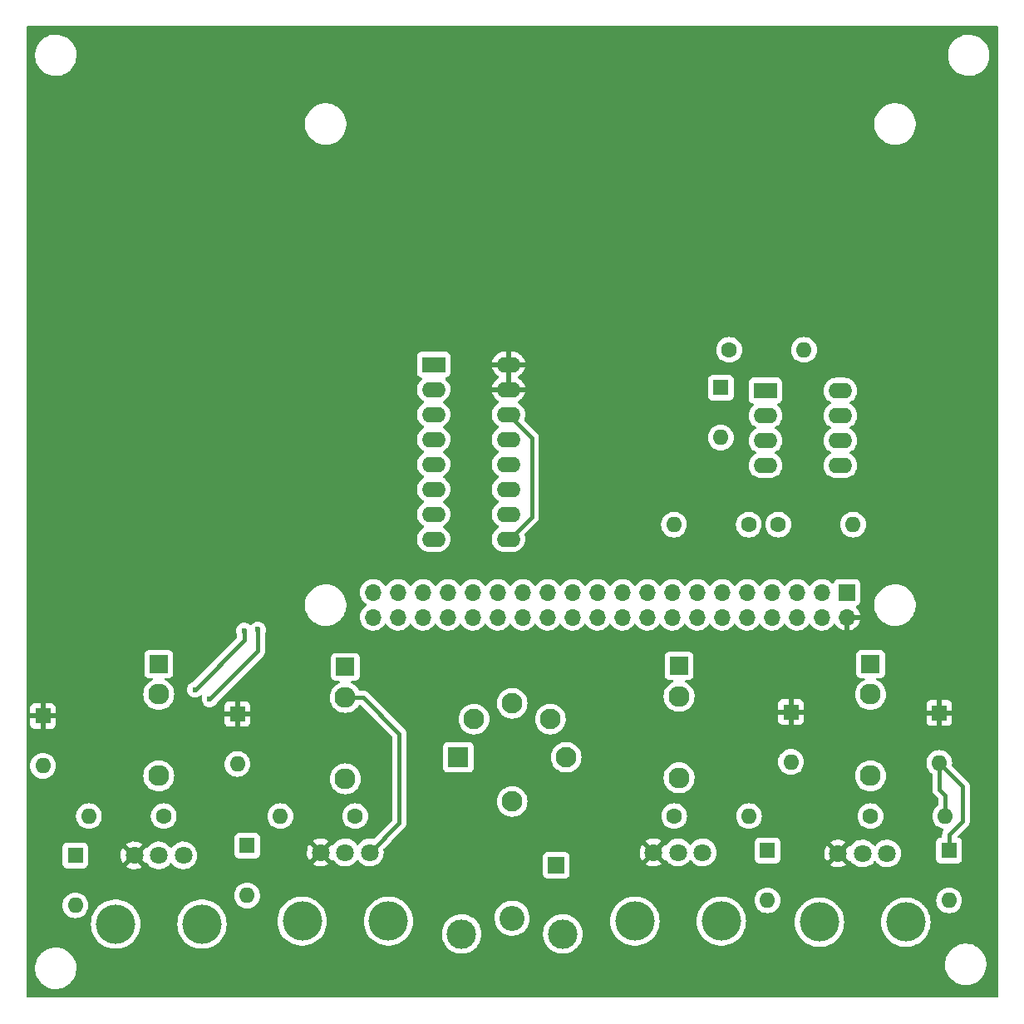
<source format=gbr>
G04 #@! TF.GenerationSoftware,KiCad,Pcbnew,6.0.7*
G04 #@! TF.CreationDate,2022-10-27T17:53:38+13:00*
G04 #@! TF.ProjectId,i_n_c_u_r,695f6e5f-635f-4755-9f72-2e6b69636164,rev?*
G04 #@! TF.SameCoordinates,Original*
G04 #@! TF.FileFunction,Copper,L2,Bot*
G04 #@! TF.FilePolarity,Positive*
%FSLAX46Y46*%
G04 Gerber Fmt 4.6, Leading zero omitted, Abs format (unit mm)*
G04 Created by KiCad (PCBNEW 6.0.7) date 2022-10-27 17:53:38*
%MOMM*%
%LPD*%
G01*
G04 APERTURE LIST*
G04 #@! TA.AperFunction,ComponentPad*
%ADD10R,1.600000X1.600000*%
G04 #@! TD*
G04 #@! TA.AperFunction,ComponentPad*
%ADD11O,1.600000X1.600000*%
G04 #@! TD*
G04 #@! TA.AperFunction,ComponentPad*
%ADD12R,1.930000X1.830000*%
G04 #@! TD*
G04 #@! TA.AperFunction,ComponentPad*
%ADD13C,2.130000*%
G04 #@! TD*
G04 #@! TA.AperFunction,ComponentPad*
%ADD14R,1.700000X1.700000*%
G04 #@! TD*
G04 #@! TA.AperFunction,ComponentPad*
%ADD15C,1.600000*%
G04 #@! TD*
G04 #@! TA.AperFunction,ComponentPad*
%ADD16R,2.400000X1.600000*%
G04 #@! TD*
G04 #@! TA.AperFunction,ComponentPad*
%ADD17O,2.400000X1.600000*%
G04 #@! TD*
G04 #@! TA.AperFunction,ComponentPad*
%ADD18R,2.100000X2.100000*%
G04 #@! TD*
G04 #@! TA.AperFunction,ComponentPad*
%ADD19C,2.100000*%
G04 #@! TD*
G04 #@! TA.AperFunction,ComponentPad*
%ADD20C,2.550000*%
G04 #@! TD*
G04 #@! TA.AperFunction,ComponentPad*
%ADD21C,3.000000*%
G04 #@! TD*
G04 #@! TA.AperFunction,ComponentPad*
%ADD22O,1.700000X1.700000*%
G04 #@! TD*
G04 #@! TA.AperFunction,WasherPad*
%ADD23C,4.000000*%
G04 #@! TD*
G04 #@! TA.AperFunction,ComponentPad*
%ADD24C,1.800000*%
G04 #@! TD*
G04 #@! TA.AperFunction,ViaPad*
%ADD25C,0.600000*%
G04 #@! TD*
G04 #@! TA.AperFunction,Conductor*
%ADD26C,0.400000*%
G04 #@! TD*
G04 APERTURE END LIST*
D10*
X72200000Y-110800000D03*
D11*
X72200000Y-115880000D03*
D10*
X75500000Y-125000000D03*
D11*
X75500000Y-130080000D03*
D10*
X92000000Y-110600000D03*
D11*
X92000000Y-115680000D03*
D10*
X93000000Y-124000000D03*
D11*
X93000000Y-129080000D03*
D10*
X148400000Y-110400000D03*
D11*
X148400000Y-115480000D03*
D10*
X146000000Y-124500000D03*
D11*
X146000000Y-129580000D03*
D10*
X163500000Y-110500000D03*
D11*
X163500000Y-115580000D03*
D10*
X164500000Y-124500000D03*
D11*
X164500000Y-129580000D03*
D10*
X141250000Y-77350000D03*
D11*
X141250000Y-82430000D03*
D12*
X84000000Y-105500000D03*
D13*
X84000000Y-116900000D03*
X84000000Y-108600000D03*
D12*
X103000000Y-105800000D03*
D13*
X103000000Y-117200000D03*
X103000000Y-108900000D03*
D12*
X137000000Y-105700000D03*
D13*
X137000000Y-117100000D03*
X137000000Y-108800000D03*
D14*
X124500000Y-126000000D03*
D15*
X84500000Y-121000000D03*
D11*
X76880000Y-121000000D03*
D15*
X104000000Y-121000000D03*
D11*
X96380000Y-121000000D03*
D15*
X136500000Y-121000000D03*
D11*
X144120000Y-121000000D03*
D15*
X156500000Y-121000000D03*
D11*
X164120000Y-121000000D03*
D15*
X144100000Y-91300000D03*
D11*
X136480000Y-91300000D03*
D15*
X142100000Y-73500000D03*
D11*
X149720000Y-73500000D03*
D15*
X147100000Y-91300000D03*
D11*
X154720000Y-91300000D03*
D16*
X112000000Y-75000000D03*
D17*
X112000000Y-77540000D03*
X112000000Y-80080000D03*
X112000000Y-82620000D03*
X112000000Y-85160000D03*
X112000000Y-87700000D03*
X112000000Y-90240000D03*
X112000000Y-92780000D03*
X119620000Y-92780000D03*
X119620000Y-90240000D03*
X119620000Y-87700000D03*
X119620000Y-85160000D03*
X119620000Y-82620000D03*
X119620000Y-80080000D03*
X119620000Y-77540000D03*
X119620000Y-75000000D03*
D16*
X145800000Y-77650000D03*
D17*
X145800000Y-80190000D03*
X145800000Y-82730000D03*
X145800000Y-85270000D03*
X153420000Y-85270000D03*
X153420000Y-82730000D03*
X153420000Y-80190000D03*
X153420000Y-77650000D03*
D12*
X156500000Y-105500000D03*
D13*
X156500000Y-116900000D03*
X156500000Y-108600000D03*
D18*
X114500000Y-115000000D03*
D19*
X120000000Y-109500000D03*
X125500000Y-115000000D03*
X116110000Y-111110000D03*
X123890000Y-111110000D03*
X120000000Y-119500000D03*
D20*
X120000000Y-131400000D03*
D21*
X125150000Y-133000000D03*
X114850000Y-133000000D03*
D14*
X154100000Y-98200000D03*
D22*
X154100000Y-100740000D03*
X151560000Y-98200000D03*
X151560000Y-100740000D03*
X149020000Y-98200000D03*
X149020000Y-100740000D03*
X146480000Y-98200000D03*
X146480000Y-100740000D03*
X143940000Y-98200000D03*
X143940000Y-100740000D03*
X141400000Y-98200000D03*
X141400000Y-100740000D03*
X138860000Y-98200000D03*
X138860000Y-100740000D03*
X136320000Y-98200000D03*
X136320000Y-100740000D03*
X133780000Y-98200000D03*
X133780000Y-100740000D03*
X131240000Y-98200000D03*
X131240000Y-100740000D03*
X128700000Y-98200000D03*
X128700000Y-100740000D03*
X126160000Y-98200000D03*
X126160000Y-100740000D03*
X123620000Y-98200000D03*
X123620000Y-100740000D03*
X121080000Y-98200000D03*
X121080000Y-100740000D03*
X118540000Y-98200000D03*
X118540000Y-100740000D03*
X116000000Y-98200000D03*
X116000000Y-100740000D03*
X113460000Y-98200000D03*
X113460000Y-100740000D03*
X110920000Y-98200000D03*
X110920000Y-100740000D03*
X108380000Y-98200000D03*
X108380000Y-100740000D03*
X105840000Y-98200000D03*
X105840000Y-100740000D03*
D23*
X88400000Y-132000000D03*
X79600000Y-132000000D03*
D24*
X81500000Y-125000000D03*
X84000000Y-125000000D03*
X86500000Y-125000000D03*
D23*
X107400000Y-131700000D03*
X98600000Y-131700000D03*
D24*
X100500000Y-124700000D03*
X103000000Y-124700000D03*
X105500000Y-124700000D03*
D23*
X141300000Y-131700000D03*
X132500000Y-131700000D03*
D24*
X134400000Y-124700000D03*
X136900000Y-124700000D03*
X139400000Y-124700000D03*
D23*
X151300000Y-131800000D03*
X160100000Y-131800000D03*
D24*
X153200000Y-124800000D03*
X155700000Y-124800000D03*
X158200000Y-124800000D03*
D25*
X92700000Y-102100000D03*
X87700000Y-108100000D03*
X89200000Y-109100000D03*
X94100000Y-102000000D03*
D26*
X104800000Y-108900000D02*
X108500000Y-112600000D01*
X108500000Y-112600000D02*
X108500000Y-121700000D01*
X108500000Y-121700000D02*
X105500000Y-124700000D01*
X119720000Y-92780000D02*
X122000000Y-90500000D01*
X122000000Y-90500000D02*
X122000000Y-82460000D01*
X122000000Y-82460000D02*
X119620000Y-80080000D01*
X103000000Y-108900000D02*
X104800000Y-108900000D01*
X119620000Y-92780000D02*
X119720000Y-92780000D01*
X164500000Y-122900000D02*
X165900000Y-121500000D01*
X165900000Y-121500000D02*
X165900000Y-117980000D01*
X165900000Y-117980000D02*
X163500000Y-115580000D01*
X164120000Y-118920000D02*
X163500000Y-118300000D01*
X163500000Y-118300000D02*
X163500000Y-115580000D01*
X164120000Y-121000000D02*
X164120000Y-118920000D01*
X164500000Y-124500000D02*
X164500000Y-122900000D01*
X120000000Y-109500000D02*
X120000000Y-110250000D01*
X105900000Y-100800000D02*
X105900000Y-100250000D01*
X153420000Y-77650000D02*
X153150000Y-77650000D01*
X87700000Y-108100000D02*
X92700000Y-103100000D01*
X92700000Y-103100000D02*
X92700000Y-102100000D01*
X89200000Y-109100000D02*
X94100000Y-104200000D01*
X94100000Y-104200000D02*
X94100000Y-102000000D01*
G04 #@! TA.AperFunction,Conductor*
G36*
X169433621Y-40528502D02*
G01*
X169480114Y-40582158D01*
X169491500Y-40634500D01*
X169491500Y-139365500D01*
X169471498Y-139433621D01*
X169417842Y-139480114D01*
X169365500Y-139491500D01*
X70634500Y-139491500D01*
X70566379Y-139471498D01*
X70519886Y-139417842D01*
X70508500Y-139365500D01*
X70508500Y-136632703D01*
X71390743Y-136632703D01*
X71428268Y-136917734D01*
X71504129Y-137195036D01*
X71505813Y-137198984D01*
X71559252Y-137324268D01*
X71616923Y-137459476D01*
X71764561Y-137706161D01*
X71944313Y-137930528D01*
X72152851Y-138128423D01*
X72386317Y-138296186D01*
X72390112Y-138298195D01*
X72390113Y-138298196D01*
X72411869Y-138309715D01*
X72640392Y-138430712D01*
X72910373Y-138529511D01*
X73191264Y-138590755D01*
X73219841Y-138593004D01*
X73414282Y-138608307D01*
X73414291Y-138608307D01*
X73416739Y-138608500D01*
X73572271Y-138608500D01*
X73574407Y-138608354D01*
X73574418Y-138608354D01*
X73782548Y-138594165D01*
X73782554Y-138594164D01*
X73786825Y-138593873D01*
X73791020Y-138593004D01*
X73791022Y-138593004D01*
X73927583Y-138564724D01*
X74068342Y-138535574D01*
X74339343Y-138439607D01*
X74594812Y-138307750D01*
X74598313Y-138305289D01*
X74598317Y-138305287D01*
X74712417Y-138225096D01*
X74830023Y-138142441D01*
X74908403Y-138069606D01*
X75037479Y-137949661D01*
X75037481Y-137949658D01*
X75040622Y-137946740D01*
X75222713Y-137724268D01*
X75372927Y-137479142D01*
X75488483Y-137215898D01*
X75567244Y-136939406D01*
X75607751Y-136654784D01*
X75607845Y-136636951D01*
X75609235Y-136371583D01*
X75609235Y-136371576D01*
X75609257Y-136367297D01*
X75591537Y-136232703D01*
X164090743Y-136232703D01*
X164128268Y-136517734D01*
X164204129Y-136795036D01*
X164316923Y-137059476D01*
X164464561Y-137306161D01*
X164644313Y-137530528D01*
X164661397Y-137546740D01*
X164848473Y-137724268D01*
X164852851Y-137728423D01*
X165086317Y-137896186D01*
X165090112Y-137898195D01*
X165090113Y-137898196D01*
X165111869Y-137909715D01*
X165340392Y-138030712D01*
X165364699Y-138039607D01*
X165599339Y-138125473D01*
X165610373Y-138129511D01*
X165891264Y-138190755D01*
X165919841Y-138193004D01*
X166114282Y-138208307D01*
X166114291Y-138208307D01*
X166116739Y-138208500D01*
X166272271Y-138208500D01*
X166274407Y-138208354D01*
X166274418Y-138208354D01*
X166482548Y-138194165D01*
X166482554Y-138194164D01*
X166486825Y-138193873D01*
X166491020Y-138193004D01*
X166491022Y-138193004D01*
X166627584Y-138164723D01*
X166768342Y-138135574D01*
X167039343Y-138039607D01*
X167294812Y-137907750D01*
X167298313Y-137905289D01*
X167298317Y-137905287D01*
X167412417Y-137825096D01*
X167530023Y-137742441D01*
X167740622Y-137546740D01*
X167922713Y-137324268D01*
X168072927Y-137079142D01*
X168188483Y-136815898D01*
X168267244Y-136539406D01*
X168307751Y-136254784D01*
X168307845Y-136236951D01*
X168309235Y-135971583D01*
X168309235Y-135971576D01*
X168309257Y-135967297D01*
X168271732Y-135682266D01*
X168195871Y-135404964D01*
X168142307Y-135279386D01*
X168084763Y-135144476D01*
X168084761Y-135144472D01*
X168083077Y-135140524D01*
X167985838Y-134978050D01*
X167937643Y-134897521D01*
X167937640Y-134897517D01*
X167935439Y-134893839D01*
X167755687Y-134669472D01*
X167547149Y-134471577D01*
X167313683Y-134303814D01*
X167298884Y-134295978D01*
X167248756Y-134269437D01*
X167059608Y-134169288D01*
X166844154Y-134090443D01*
X166793658Y-134071964D01*
X166793656Y-134071963D01*
X166789627Y-134070489D01*
X166508736Y-134009245D01*
X166477685Y-134006801D01*
X166285718Y-133991693D01*
X166285709Y-133991693D01*
X166283261Y-133991500D01*
X166127729Y-133991500D01*
X166125593Y-133991646D01*
X166125582Y-133991646D01*
X165917452Y-134005835D01*
X165917446Y-134005836D01*
X165913175Y-134006127D01*
X165908980Y-134006996D01*
X165908978Y-134006996D01*
X165805941Y-134028334D01*
X165631658Y-134064426D01*
X165360657Y-134160393D01*
X165356848Y-134162359D01*
X165149388Y-134269437D01*
X165105188Y-134292250D01*
X165101687Y-134294711D01*
X165101683Y-134294713D01*
X164987582Y-134374905D01*
X164869977Y-134457559D01*
X164825656Y-134498745D01*
X164760855Y-134558962D01*
X164659378Y-134653260D01*
X164477287Y-134875732D01*
X164327073Y-135120858D01*
X164211517Y-135384102D01*
X164132756Y-135660594D01*
X164092249Y-135945216D01*
X164092227Y-135949505D01*
X164092226Y-135949512D01*
X164090765Y-136228417D01*
X164090743Y-136232703D01*
X75591537Y-136232703D01*
X75571732Y-136082266D01*
X75495871Y-135804964D01*
X75383077Y-135540524D01*
X75235439Y-135293839D01*
X75055687Y-135069472D01*
X74883844Y-134906399D01*
X74850258Y-134874527D01*
X74850255Y-134874525D01*
X74847149Y-134871577D01*
X74613683Y-134703814D01*
X74591843Y-134692250D01*
X74512686Y-134650339D01*
X74359608Y-134569288D01*
X74151169Y-134493010D01*
X74093658Y-134471964D01*
X74093656Y-134471963D01*
X74089627Y-134470489D01*
X73808736Y-134409245D01*
X73777685Y-134406801D01*
X73585718Y-134391693D01*
X73585709Y-134391693D01*
X73583261Y-134391500D01*
X73427729Y-134391500D01*
X73425593Y-134391646D01*
X73425582Y-134391646D01*
X73217452Y-134405835D01*
X73217446Y-134405836D01*
X73213175Y-134406127D01*
X73208980Y-134406996D01*
X73208978Y-134406996D01*
X73072417Y-134435276D01*
X72931658Y-134464426D01*
X72660657Y-134560393D01*
X72405188Y-134692250D01*
X72401687Y-134694711D01*
X72401683Y-134694713D01*
X72391594Y-134701804D01*
X72169977Y-134857559D01*
X72140271Y-134885164D01*
X72010022Y-135006199D01*
X71959378Y-135053260D01*
X71777287Y-135275732D01*
X71627073Y-135520858D01*
X71511517Y-135784102D01*
X71432756Y-136060594D01*
X71392249Y-136345216D01*
X71392227Y-136349505D01*
X71392226Y-136349512D01*
X71391210Y-136543534D01*
X71390743Y-136632703D01*
X70508500Y-136632703D01*
X70508500Y-132000000D01*
X77086540Y-132000000D01*
X77106359Y-132315020D01*
X77165505Y-132625072D01*
X77263044Y-132925266D01*
X77264731Y-132928852D01*
X77264733Y-132928856D01*
X77395750Y-133207283D01*
X77395754Y-133207290D01*
X77397438Y-133210869D01*
X77566568Y-133477375D01*
X77767767Y-133720582D01*
X77997860Y-133936654D01*
X78001062Y-133938981D01*
X78001064Y-133938982D01*
X78051605Y-133975702D01*
X78253221Y-134122184D01*
X78256690Y-134124091D01*
X78256693Y-134124093D01*
X78526352Y-134272340D01*
X78529821Y-134274247D01*
X78533490Y-134275700D01*
X78533495Y-134275702D01*
X78819628Y-134388990D01*
X78823298Y-134390443D01*
X79129025Y-134468940D01*
X79442179Y-134508500D01*
X79757821Y-134508500D01*
X80070975Y-134468940D01*
X80376702Y-134390443D01*
X80380372Y-134388990D01*
X80666505Y-134275702D01*
X80666510Y-134275700D01*
X80670179Y-134274247D01*
X80673648Y-134272340D01*
X80943307Y-134124093D01*
X80943310Y-134124091D01*
X80946779Y-134122184D01*
X81148395Y-133975702D01*
X81198936Y-133938982D01*
X81198938Y-133938981D01*
X81202140Y-133936654D01*
X81432233Y-133720582D01*
X81633432Y-133477375D01*
X81802562Y-133210869D01*
X81804246Y-133207290D01*
X81804250Y-133207283D01*
X81935267Y-132928856D01*
X81935269Y-132928852D01*
X81936956Y-132925266D01*
X82034495Y-132625072D01*
X82093641Y-132315020D01*
X82113460Y-132000000D01*
X85886540Y-132000000D01*
X85906359Y-132315020D01*
X85965505Y-132625072D01*
X86063044Y-132925266D01*
X86064731Y-132928852D01*
X86064733Y-132928856D01*
X86195750Y-133207283D01*
X86195754Y-133207290D01*
X86197438Y-133210869D01*
X86366568Y-133477375D01*
X86567767Y-133720582D01*
X86797860Y-133936654D01*
X86801062Y-133938981D01*
X86801064Y-133938982D01*
X86851605Y-133975702D01*
X87053221Y-134122184D01*
X87056690Y-134124091D01*
X87056693Y-134124093D01*
X87326352Y-134272340D01*
X87329821Y-134274247D01*
X87333490Y-134275700D01*
X87333495Y-134275702D01*
X87619628Y-134388990D01*
X87623298Y-134390443D01*
X87929025Y-134468940D01*
X88242179Y-134508500D01*
X88557821Y-134508500D01*
X88870975Y-134468940D01*
X89176702Y-134390443D01*
X89180372Y-134388990D01*
X89466505Y-134275702D01*
X89466510Y-134275700D01*
X89470179Y-134274247D01*
X89473648Y-134272340D01*
X89743307Y-134124093D01*
X89743310Y-134124091D01*
X89746779Y-134122184D01*
X89948395Y-133975702D01*
X89998936Y-133938982D01*
X89998938Y-133938981D01*
X90002140Y-133936654D01*
X90232233Y-133720582D01*
X90433432Y-133477375D01*
X90602562Y-133210869D01*
X90604246Y-133207290D01*
X90604250Y-133207283D01*
X90735267Y-132928856D01*
X90735269Y-132928852D01*
X90736956Y-132925266D01*
X90834495Y-132625072D01*
X90893641Y-132315020D01*
X90913460Y-132000000D01*
X90894586Y-131700000D01*
X96086540Y-131700000D01*
X96106359Y-132015020D01*
X96165505Y-132325072D01*
X96263044Y-132625266D01*
X96264730Y-132628848D01*
X96264733Y-132628856D01*
X96395750Y-132907283D01*
X96395754Y-132907290D01*
X96397438Y-132910869D01*
X96566568Y-133177375D01*
X96767767Y-133420582D01*
X96997860Y-133636654D01*
X97253221Y-133822184D01*
X97256690Y-133824091D01*
X97256693Y-133824093D01*
X97526352Y-133972340D01*
X97529821Y-133974247D01*
X97533490Y-133975700D01*
X97533495Y-133975702D01*
X97793697Y-134078723D01*
X97823298Y-134090443D01*
X98129025Y-134168940D01*
X98442179Y-134208500D01*
X98757821Y-134208500D01*
X99070975Y-134168940D01*
X99376702Y-134090443D01*
X99406303Y-134078723D01*
X99666505Y-133975702D01*
X99666510Y-133975700D01*
X99670179Y-133974247D01*
X99673648Y-133972340D01*
X99943307Y-133824093D01*
X99943310Y-133824091D01*
X99946779Y-133822184D01*
X100202140Y-133636654D01*
X100432233Y-133420582D01*
X100633432Y-133177375D01*
X100802562Y-132910869D01*
X100804246Y-132907290D01*
X100804250Y-132907283D01*
X100935267Y-132628856D01*
X100935270Y-132628848D01*
X100936956Y-132625266D01*
X101034495Y-132325072D01*
X101093641Y-132015020D01*
X101113460Y-131700000D01*
X104886540Y-131700000D01*
X104906359Y-132015020D01*
X104965505Y-132325072D01*
X105063044Y-132625266D01*
X105064730Y-132628848D01*
X105064733Y-132628856D01*
X105195750Y-132907283D01*
X105195754Y-132907290D01*
X105197438Y-132910869D01*
X105366568Y-133177375D01*
X105567767Y-133420582D01*
X105797860Y-133636654D01*
X106053221Y-133822184D01*
X106056690Y-133824091D01*
X106056693Y-133824093D01*
X106326352Y-133972340D01*
X106329821Y-133974247D01*
X106333490Y-133975700D01*
X106333495Y-133975702D01*
X106593697Y-134078723D01*
X106623298Y-134090443D01*
X106929025Y-134168940D01*
X107242179Y-134208500D01*
X107557821Y-134208500D01*
X107870975Y-134168940D01*
X108176702Y-134090443D01*
X108206303Y-134078723D01*
X108466505Y-133975702D01*
X108466510Y-133975700D01*
X108470179Y-133974247D01*
X108473648Y-133972340D01*
X108743307Y-133824093D01*
X108743310Y-133824091D01*
X108746779Y-133822184D01*
X109002140Y-133636654D01*
X109232233Y-133420582D01*
X109433432Y-133177375D01*
X109559377Y-132978918D01*
X112836917Y-132978918D01*
X112852682Y-133252320D01*
X112853507Y-133256525D01*
X112853508Y-133256533D01*
X112858196Y-133280427D01*
X112905405Y-133521053D01*
X112906792Y-133525103D01*
X112906793Y-133525108D01*
X112979222Y-133736654D01*
X112994112Y-133780144D01*
X113015256Y-133822184D01*
X113100510Y-133991693D01*
X113117160Y-134024799D01*
X113119586Y-134028328D01*
X113119589Y-134028334D01*
X113231679Y-134191424D01*
X113272274Y-134250490D01*
X113275161Y-134253663D01*
X113275162Y-134253664D01*
X113325059Y-134308500D01*
X113456582Y-134453043D01*
X113459877Y-134455798D01*
X113459878Y-134455799D01*
X113479211Y-134471964D01*
X113666675Y-134628707D01*
X113670316Y-134630991D01*
X113895024Y-134771951D01*
X113895028Y-134771953D01*
X113898664Y-134774234D01*
X113966544Y-134804883D01*
X114144345Y-134885164D01*
X114144349Y-134885166D01*
X114148257Y-134886930D01*
X114152377Y-134888150D01*
X114152376Y-134888150D01*
X114406723Y-134963491D01*
X114406727Y-134963492D01*
X114410836Y-134964709D01*
X114415070Y-134965357D01*
X114415075Y-134965358D01*
X114677298Y-135005483D01*
X114677300Y-135005483D01*
X114681540Y-135006132D01*
X114820912Y-135008322D01*
X114951071Y-135010367D01*
X114951077Y-135010367D01*
X114955362Y-135010434D01*
X115227235Y-134977534D01*
X115492127Y-134908041D01*
X115496087Y-134906401D01*
X115496092Y-134906399D01*
X115619947Y-134855096D01*
X115745136Y-134803241D01*
X115915285Y-134703814D01*
X115977879Y-134667237D01*
X115977880Y-134667236D01*
X115981582Y-134665073D01*
X116197089Y-134496094D01*
X116222922Y-134469437D01*
X116321059Y-134368167D01*
X116387669Y-134299431D01*
X116390202Y-134295983D01*
X116390206Y-134295978D01*
X116547257Y-134082178D01*
X116549795Y-134078723D01*
X116557558Y-134064426D01*
X116678418Y-133841830D01*
X116678419Y-133841828D01*
X116680468Y-133838054D01*
X116777269Y-133581877D01*
X116802107Y-133473427D01*
X116837449Y-133319117D01*
X116837450Y-133319113D01*
X116838407Y-133314933D01*
X116847695Y-133210869D01*
X116862531Y-133044627D01*
X116862531Y-133044625D01*
X116862751Y-133042161D01*
X116863193Y-133000000D01*
X116862267Y-132986420D01*
X116844859Y-132731055D01*
X116844858Y-132731049D01*
X116844567Y-132726778D01*
X116833252Y-132672138D01*
X116789901Y-132462809D01*
X116789032Y-132458612D01*
X116697617Y-132200465D01*
X116651470Y-132111057D01*
X116573978Y-131960919D01*
X116573978Y-131960918D01*
X116572013Y-131957112D01*
X116562040Y-131942921D01*
X116458811Y-131796042D01*
X116414545Y-131733057D01*
X116228125Y-131532445D01*
X116224810Y-131529731D01*
X116224806Y-131529728D01*
X116019523Y-131361706D01*
X116016205Y-131358990D01*
X116006729Y-131353183D01*
X118212112Y-131353183D01*
X118212336Y-131357850D01*
X118212336Y-131357855D01*
X118218255Y-131481082D01*
X118224830Y-131617963D01*
X118245171Y-131720222D01*
X118261040Y-131800000D01*
X118276546Y-131877956D01*
X118278125Y-131882354D01*
X118278127Y-131882361D01*
X118318943Y-131996042D01*
X118366123Y-132127449D01*
X118491594Y-132360961D01*
X118494389Y-132364705D01*
X118494391Y-132364707D01*
X118546371Y-132434317D01*
X118650201Y-132573362D01*
X118653510Y-132576642D01*
X118653515Y-132576648D01*
X118804962Y-132726778D01*
X118838462Y-132759987D01*
X118842224Y-132762745D01*
X118842227Y-132762748D01*
X119048465Y-132913968D01*
X119052239Y-132916735D01*
X119056382Y-132918915D01*
X119056384Y-132918916D01*
X119282687Y-133037980D01*
X119282692Y-133037982D01*
X119286837Y-133040163D01*
X119291260Y-133041708D01*
X119291261Y-133041708D01*
X119435998Y-133092252D01*
X119537102Y-133127559D01*
X119541695Y-133128431D01*
X119792947Y-133176133D01*
X119792950Y-133176133D01*
X119797536Y-133177004D01*
X119923411Y-133181950D01*
X120057750Y-133187228D01*
X120057755Y-133187228D01*
X120062418Y-133187411D01*
X120165397Y-133176133D01*
X120321275Y-133159062D01*
X120321280Y-133159061D01*
X120325928Y-133158552D01*
X120449506Y-133126017D01*
X120577756Y-133092252D01*
X120577759Y-133092251D01*
X120582279Y-133091061D01*
X120586576Y-133089215D01*
X120821544Y-132988265D01*
X120821546Y-132988264D01*
X120825838Y-132986420D01*
X120837961Y-132978918D01*
X123136917Y-132978918D01*
X123152682Y-133252320D01*
X123153507Y-133256525D01*
X123153508Y-133256533D01*
X123158196Y-133280427D01*
X123205405Y-133521053D01*
X123206792Y-133525103D01*
X123206793Y-133525108D01*
X123279222Y-133736654D01*
X123294112Y-133780144D01*
X123315256Y-133822184D01*
X123400510Y-133991693D01*
X123417160Y-134024799D01*
X123419586Y-134028328D01*
X123419589Y-134028334D01*
X123531679Y-134191424D01*
X123572274Y-134250490D01*
X123575161Y-134253663D01*
X123575162Y-134253664D01*
X123625059Y-134308500D01*
X123756582Y-134453043D01*
X123759877Y-134455798D01*
X123759878Y-134455799D01*
X123779211Y-134471964D01*
X123966675Y-134628707D01*
X123970316Y-134630991D01*
X124195024Y-134771951D01*
X124195028Y-134771953D01*
X124198664Y-134774234D01*
X124266544Y-134804883D01*
X124444345Y-134885164D01*
X124444349Y-134885166D01*
X124448257Y-134886930D01*
X124452377Y-134888150D01*
X124452376Y-134888150D01*
X124706723Y-134963491D01*
X124706727Y-134963492D01*
X124710836Y-134964709D01*
X124715070Y-134965357D01*
X124715075Y-134965358D01*
X124977298Y-135005483D01*
X124977300Y-135005483D01*
X124981540Y-135006132D01*
X125120912Y-135008322D01*
X125251071Y-135010367D01*
X125251077Y-135010367D01*
X125255362Y-135010434D01*
X125527235Y-134977534D01*
X125792127Y-134908041D01*
X125796087Y-134906401D01*
X125796092Y-134906399D01*
X125919947Y-134855096D01*
X126045136Y-134803241D01*
X126215285Y-134703814D01*
X126277879Y-134667237D01*
X126277880Y-134667236D01*
X126281582Y-134665073D01*
X126497089Y-134496094D01*
X126522922Y-134469437D01*
X126621059Y-134368167D01*
X126687669Y-134299431D01*
X126690202Y-134295983D01*
X126690206Y-134295978D01*
X126847257Y-134082178D01*
X126849795Y-134078723D01*
X126857558Y-134064426D01*
X126978418Y-133841830D01*
X126978419Y-133841828D01*
X126980468Y-133838054D01*
X127077269Y-133581877D01*
X127102107Y-133473427D01*
X127137449Y-133319117D01*
X127137450Y-133319113D01*
X127138407Y-133314933D01*
X127147695Y-133210869D01*
X127162531Y-133044627D01*
X127162531Y-133044625D01*
X127162751Y-133042161D01*
X127163193Y-133000000D01*
X127162267Y-132986420D01*
X127144859Y-132731055D01*
X127144858Y-132731049D01*
X127144567Y-132726778D01*
X127133252Y-132672138D01*
X127089901Y-132462809D01*
X127089032Y-132458612D01*
X126997617Y-132200465D01*
X126951470Y-132111057D01*
X126873978Y-131960919D01*
X126873978Y-131960918D01*
X126872013Y-131957112D01*
X126862040Y-131942921D01*
X126758811Y-131796042D01*
X126714545Y-131733057D01*
X126683827Y-131700000D01*
X129986540Y-131700000D01*
X130006359Y-132015020D01*
X130065505Y-132325072D01*
X130163044Y-132625266D01*
X130164730Y-132628848D01*
X130164733Y-132628856D01*
X130295750Y-132907283D01*
X130295754Y-132907290D01*
X130297438Y-132910869D01*
X130466568Y-133177375D01*
X130667767Y-133420582D01*
X130897860Y-133636654D01*
X131153221Y-133822184D01*
X131156690Y-133824091D01*
X131156693Y-133824093D01*
X131426352Y-133972340D01*
X131429821Y-133974247D01*
X131433490Y-133975700D01*
X131433495Y-133975702D01*
X131693697Y-134078723D01*
X131723298Y-134090443D01*
X132029025Y-134168940D01*
X132342179Y-134208500D01*
X132657821Y-134208500D01*
X132970975Y-134168940D01*
X133276702Y-134090443D01*
X133306303Y-134078723D01*
X133566505Y-133975702D01*
X133566510Y-133975700D01*
X133570179Y-133974247D01*
X133573648Y-133972340D01*
X133843307Y-133824093D01*
X133843310Y-133824091D01*
X133846779Y-133822184D01*
X134102140Y-133636654D01*
X134332233Y-133420582D01*
X134533432Y-133177375D01*
X134702562Y-132910869D01*
X134704246Y-132907290D01*
X134704250Y-132907283D01*
X134835267Y-132628856D01*
X134835270Y-132628848D01*
X134836956Y-132625266D01*
X134934495Y-132325072D01*
X134993641Y-132015020D01*
X135013460Y-131700000D01*
X138786540Y-131700000D01*
X138806359Y-132015020D01*
X138865505Y-132325072D01*
X138963044Y-132625266D01*
X138964730Y-132628848D01*
X138964733Y-132628856D01*
X139095750Y-132907283D01*
X139095754Y-132907290D01*
X139097438Y-132910869D01*
X139266568Y-133177375D01*
X139467767Y-133420582D01*
X139697860Y-133636654D01*
X139953221Y-133822184D01*
X139956690Y-133824091D01*
X139956693Y-133824093D01*
X140226352Y-133972340D01*
X140229821Y-133974247D01*
X140233490Y-133975700D01*
X140233495Y-133975702D01*
X140493697Y-134078723D01*
X140523298Y-134090443D01*
X140829025Y-134168940D01*
X141142179Y-134208500D01*
X141457821Y-134208500D01*
X141770975Y-134168940D01*
X142076702Y-134090443D01*
X142106303Y-134078723D01*
X142366505Y-133975702D01*
X142366510Y-133975700D01*
X142370179Y-133974247D01*
X142373648Y-133972340D01*
X142643307Y-133824093D01*
X142643310Y-133824091D01*
X142646779Y-133822184D01*
X142902140Y-133636654D01*
X143132233Y-133420582D01*
X143333432Y-133177375D01*
X143502562Y-132910869D01*
X143504246Y-132907290D01*
X143504250Y-132907283D01*
X143635267Y-132628856D01*
X143635270Y-132628848D01*
X143636956Y-132625266D01*
X143734495Y-132325072D01*
X143793641Y-132015020D01*
X143807169Y-131800000D01*
X148786540Y-131800000D01*
X148806359Y-132115020D01*
X148865505Y-132425072D01*
X148963044Y-132725266D01*
X148964731Y-132728852D01*
X148964733Y-132728856D01*
X149095750Y-133007283D01*
X149095754Y-133007290D01*
X149097438Y-133010869D01*
X149266568Y-133277375D01*
X149467767Y-133520582D01*
X149697860Y-133736654D01*
X149953221Y-133922184D01*
X149956690Y-133924091D01*
X149956693Y-133924093D01*
X150110972Y-134008909D01*
X150229821Y-134074247D01*
X150233490Y-134075700D01*
X150233495Y-134075702D01*
X150470243Y-134169437D01*
X150523298Y-134190443D01*
X150829025Y-134268940D01*
X151142179Y-134308500D01*
X151457821Y-134308500D01*
X151770975Y-134268940D01*
X152076702Y-134190443D01*
X152129757Y-134169437D01*
X152366505Y-134075702D01*
X152366510Y-134075700D01*
X152370179Y-134074247D01*
X152489028Y-134008909D01*
X152643307Y-133924093D01*
X152643310Y-133924091D01*
X152646779Y-133922184D01*
X152902140Y-133736654D01*
X153132233Y-133520582D01*
X153333432Y-133277375D01*
X153502562Y-133010869D01*
X153504246Y-133007290D01*
X153504250Y-133007283D01*
X153635267Y-132728856D01*
X153635269Y-132728852D01*
X153636956Y-132725266D01*
X153734495Y-132425072D01*
X153793641Y-132115020D01*
X153813460Y-131800000D01*
X157586540Y-131800000D01*
X157606359Y-132115020D01*
X157665505Y-132425072D01*
X157763044Y-132725266D01*
X157764731Y-132728852D01*
X157764733Y-132728856D01*
X157895750Y-133007283D01*
X157895754Y-133007290D01*
X157897438Y-133010869D01*
X158066568Y-133277375D01*
X158267767Y-133520582D01*
X158497860Y-133736654D01*
X158753221Y-133922184D01*
X158756690Y-133924091D01*
X158756693Y-133924093D01*
X158910972Y-134008909D01*
X159029821Y-134074247D01*
X159033490Y-134075700D01*
X159033495Y-134075702D01*
X159270243Y-134169437D01*
X159323298Y-134190443D01*
X159629025Y-134268940D01*
X159942179Y-134308500D01*
X160257821Y-134308500D01*
X160570975Y-134268940D01*
X160876702Y-134190443D01*
X160929757Y-134169437D01*
X161166505Y-134075702D01*
X161166510Y-134075700D01*
X161170179Y-134074247D01*
X161289028Y-134008909D01*
X161443307Y-133924093D01*
X161443310Y-133924091D01*
X161446779Y-133922184D01*
X161702140Y-133736654D01*
X161932233Y-133520582D01*
X162133432Y-133277375D01*
X162302562Y-133010869D01*
X162304246Y-133007290D01*
X162304250Y-133007283D01*
X162435267Y-132728856D01*
X162435269Y-132728852D01*
X162436956Y-132725266D01*
X162534495Y-132425072D01*
X162593641Y-132115020D01*
X162613460Y-131800000D01*
X162593641Y-131484980D01*
X162534495Y-131174928D01*
X162436956Y-130874734D01*
X162435267Y-130871144D01*
X162304250Y-130592717D01*
X162304246Y-130592710D01*
X162302562Y-130589131D01*
X162133432Y-130322625D01*
X161999891Y-130161202D01*
X161934758Y-130082470D01*
X161934757Y-130082469D01*
X161932233Y-130079418D01*
X161927023Y-130074525D01*
X161878802Y-130029243D01*
X161702140Y-129863346D01*
X161693947Y-129857393D01*
X161618540Y-129802607D01*
X161446779Y-129677816D01*
X161416037Y-129660915D01*
X161268854Y-129580000D01*
X163186502Y-129580000D01*
X163206457Y-129808087D01*
X163207881Y-129813400D01*
X163207881Y-129813402D01*
X163260580Y-130010074D01*
X163265716Y-130029243D01*
X163268039Y-130034224D01*
X163268039Y-130034225D01*
X163360151Y-130231762D01*
X163360154Y-130231767D01*
X163362477Y-130236749D01*
X163412429Y-130308087D01*
X163474137Y-130396215D01*
X163493802Y-130424300D01*
X163655700Y-130586198D01*
X163660208Y-130589355D01*
X163660211Y-130589357D01*
X163665010Y-130592717D01*
X163843251Y-130717523D01*
X163848233Y-130719846D01*
X163848238Y-130719849D01*
X164004506Y-130792717D01*
X164050757Y-130814284D01*
X164056065Y-130815706D01*
X164056067Y-130815707D01*
X164266598Y-130872119D01*
X164266600Y-130872119D01*
X164271913Y-130873543D01*
X164500000Y-130893498D01*
X164728087Y-130873543D01*
X164733400Y-130872119D01*
X164733402Y-130872119D01*
X164943933Y-130815707D01*
X164943935Y-130815706D01*
X164949243Y-130814284D01*
X164995494Y-130792717D01*
X165151762Y-130719849D01*
X165151767Y-130719846D01*
X165156749Y-130717523D01*
X165334990Y-130592717D01*
X165339789Y-130589357D01*
X165339792Y-130589355D01*
X165344300Y-130586198D01*
X165506198Y-130424300D01*
X165525864Y-130396215D01*
X165587571Y-130308087D01*
X165637523Y-130236749D01*
X165639846Y-130231767D01*
X165639849Y-130231762D01*
X165731961Y-130034225D01*
X165731961Y-130034224D01*
X165734284Y-130029243D01*
X165739421Y-130010074D01*
X165792119Y-129813402D01*
X165792119Y-129813400D01*
X165793543Y-129808087D01*
X165813498Y-129580000D01*
X165793543Y-129351913D01*
X165792119Y-129346598D01*
X165735707Y-129136067D01*
X165735706Y-129136065D01*
X165734284Y-129130757D01*
X165706253Y-129070643D01*
X165639849Y-128928238D01*
X165639846Y-128928233D01*
X165637523Y-128923251D01*
X165506198Y-128735700D01*
X165344300Y-128573802D01*
X165339792Y-128570645D01*
X165339789Y-128570643D01*
X165261611Y-128515902D01*
X165156749Y-128442477D01*
X165151767Y-128440154D01*
X165151762Y-128440151D01*
X164954225Y-128348039D01*
X164954224Y-128348039D01*
X164949243Y-128345716D01*
X164943935Y-128344294D01*
X164943933Y-128344293D01*
X164733402Y-128287881D01*
X164733400Y-128287881D01*
X164728087Y-128286457D01*
X164500000Y-128266502D01*
X164271913Y-128286457D01*
X164266600Y-128287881D01*
X164266598Y-128287881D01*
X164056067Y-128344293D01*
X164056065Y-128344294D01*
X164050757Y-128345716D01*
X164045776Y-128348039D01*
X164045775Y-128348039D01*
X163848238Y-128440151D01*
X163848233Y-128440154D01*
X163843251Y-128442477D01*
X163738389Y-128515902D01*
X163660211Y-128570643D01*
X163660208Y-128570645D01*
X163655700Y-128573802D01*
X163493802Y-128735700D01*
X163362477Y-128923251D01*
X163360154Y-128928233D01*
X163360151Y-128928238D01*
X163293747Y-129070643D01*
X163265716Y-129130757D01*
X163264294Y-129136065D01*
X163264293Y-129136067D01*
X163207881Y-129346598D01*
X163206457Y-129351913D01*
X163186502Y-129580000D01*
X161268854Y-129580000D01*
X161173648Y-129527660D01*
X161173647Y-129527659D01*
X161170179Y-129525753D01*
X161166510Y-129524300D01*
X161166505Y-129524298D01*
X160880372Y-129411010D01*
X160880371Y-129411010D01*
X160876702Y-129409557D01*
X160570975Y-129331060D01*
X160257821Y-129291500D01*
X159942179Y-129291500D01*
X159629025Y-129331060D01*
X159323298Y-129409557D01*
X159319629Y-129411010D01*
X159319628Y-129411010D01*
X159033495Y-129524298D01*
X159033490Y-129524300D01*
X159029821Y-129525753D01*
X159026353Y-129527659D01*
X159026352Y-129527660D01*
X158783964Y-129660915D01*
X158753221Y-129677816D01*
X158581460Y-129802607D01*
X158506054Y-129857393D01*
X158497860Y-129863346D01*
X158321198Y-130029243D01*
X158272978Y-130074525D01*
X158267767Y-130079418D01*
X158265243Y-130082469D01*
X158265242Y-130082470D01*
X158200109Y-130161202D01*
X158066568Y-130322625D01*
X157897438Y-130589131D01*
X157895754Y-130592710D01*
X157895750Y-130592717D01*
X157764733Y-130871144D01*
X157763044Y-130874734D01*
X157665505Y-131174928D01*
X157606359Y-131484980D01*
X157586540Y-131800000D01*
X153813460Y-131800000D01*
X153793641Y-131484980D01*
X153734495Y-131174928D01*
X153636956Y-130874734D01*
X153635267Y-130871144D01*
X153504250Y-130592717D01*
X153504246Y-130592710D01*
X153502562Y-130589131D01*
X153333432Y-130322625D01*
X153199891Y-130161202D01*
X153134758Y-130082470D01*
X153134757Y-130082469D01*
X153132233Y-130079418D01*
X153127023Y-130074525D01*
X153078802Y-130029243D01*
X152902140Y-129863346D01*
X152893947Y-129857393D01*
X152818540Y-129802607D01*
X152646779Y-129677816D01*
X152616037Y-129660915D01*
X152373648Y-129527660D01*
X152373647Y-129527659D01*
X152370179Y-129525753D01*
X152366510Y-129524300D01*
X152366505Y-129524298D01*
X152080372Y-129411010D01*
X152080371Y-129411010D01*
X152076702Y-129409557D01*
X151770975Y-129331060D01*
X151457821Y-129291500D01*
X151142179Y-129291500D01*
X150829025Y-129331060D01*
X150523298Y-129409557D01*
X150519629Y-129411010D01*
X150519628Y-129411010D01*
X150233495Y-129524298D01*
X150233490Y-129524300D01*
X150229821Y-129525753D01*
X150226353Y-129527659D01*
X150226352Y-129527660D01*
X149983964Y-129660915D01*
X149953221Y-129677816D01*
X149781460Y-129802607D01*
X149706054Y-129857393D01*
X149697860Y-129863346D01*
X149521198Y-130029243D01*
X149472978Y-130074525D01*
X149467767Y-130079418D01*
X149465243Y-130082469D01*
X149465242Y-130082470D01*
X149400109Y-130161202D01*
X149266568Y-130322625D01*
X149097438Y-130589131D01*
X149095754Y-130592710D01*
X149095750Y-130592717D01*
X148964733Y-130871144D01*
X148963044Y-130874734D01*
X148865505Y-131174928D01*
X148806359Y-131484980D01*
X148786540Y-131800000D01*
X143807169Y-131800000D01*
X143813460Y-131700000D01*
X143793641Y-131384980D01*
X143734495Y-131074928D01*
X143636956Y-130774734D01*
X143616735Y-130731762D01*
X143504250Y-130492717D01*
X143504246Y-130492710D01*
X143502562Y-130489131D01*
X143333432Y-130222625D01*
X143199739Y-130061018D01*
X143134758Y-129982470D01*
X143134757Y-129982469D01*
X143132233Y-129979418D01*
X142902140Y-129763346D01*
X142872390Y-129741731D01*
X142846369Y-129722826D01*
X142649785Y-129580000D01*
X144686502Y-129580000D01*
X144706457Y-129808087D01*
X144707881Y-129813400D01*
X144707881Y-129813402D01*
X144760580Y-130010074D01*
X144765716Y-130029243D01*
X144768039Y-130034224D01*
X144768039Y-130034225D01*
X144860151Y-130231762D01*
X144860154Y-130231767D01*
X144862477Y-130236749D01*
X144912429Y-130308087D01*
X144974137Y-130396215D01*
X144993802Y-130424300D01*
X145155700Y-130586198D01*
X145160208Y-130589355D01*
X145160211Y-130589357D01*
X145165010Y-130592717D01*
X145343251Y-130717523D01*
X145348233Y-130719846D01*
X145348238Y-130719849D01*
X145504506Y-130792717D01*
X145550757Y-130814284D01*
X145556065Y-130815706D01*
X145556067Y-130815707D01*
X145766598Y-130872119D01*
X145766600Y-130872119D01*
X145771913Y-130873543D01*
X146000000Y-130893498D01*
X146228087Y-130873543D01*
X146233400Y-130872119D01*
X146233402Y-130872119D01*
X146443933Y-130815707D01*
X146443935Y-130815706D01*
X146449243Y-130814284D01*
X146495494Y-130792717D01*
X146651762Y-130719849D01*
X146651767Y-130719846D01*
X146656749Y-130717523D01*
X146834990Y-130592717D01*
X146839789Y-130589357D01*
X146839792Y-130589355D01*
X146844300Y-130586198D01*
X147006198Y-130424300D01*
X147025864Y-130396215D01*
X147087571Y-130308087D01*
X147137523Y-130236749D01*
X147139846Y-130231767D01*
X147139849Y-130231762D01*
X147231961Y-130034225D01*
X147231961Y-130034224D01*
X147234284Y-130029243D01*
X147239421Y-130010074D01*
X147292119Y-129813402D01*
X147292119Y-129813400D01*
X147293543Y-129808087D01*
X147313498Y-129580000D01*
X147293543Y-129351913D01*
X147292119Y-129346598D01*
X147235707Y-129136067D01*
X147235706Y-129136065D01*
X147234284Y-129130757D01*
X147206253Y-129070643D01*
X147139849Y-128928238D01*
X147139846Y-128928233D01*
X147137523Y-128923251D01*
X147006198Y-128735700D01*
X146844300Y-128573802D01*
X146839792Y-128570645D01*
X146839789Y-128570643D01*
X146761611Y-128515902D01*
X146656749Y-128442477D01*
X146651767Y-128440154D01*
X146651762Y-128440151D01*
X146454225Y-128348039D01*
X146454224Y-128348039D01*
X146449243Y-128345716D01*
X146443935Y-128344294D01*
X146443933Y-128344293D01*
X146233402Y-128287881D01*
X146233400Y-128287881D01*
X146228087Y-128286457D01*
X146000000Y-128266502D01*
X145771913Y-128286457D01*
X145766600Y-128287881D01*
X145766598Y-128287881D01*
X145556067Y-128344293D01*
X145556065Y-128344294D01*
X145550757Y-128345716D01*
X145545776Y-128348039D01*
X145545775Y-128348039D01*
X145348238Y-128440151D01*
X145348233Y-128440154D01*
X145343251Y-128442477D01*
X145238389Y-128515902D01*
X145160211Y-128570643D01*
X145160208Y-128570645D01*
X145155700Y-128573802D01*
X144993802Y-128735700D01*
X144862477Y-128923251D01*
X144860154Y-128928233D01*
X144860151Y-128928238D01*
X144793747Y-129070643D01*
X144765716Y-129130757D01*
X144764294Y-129136065D01*
X144764293Y-129136067D01*
X144707881Y-129346598D01*
X144706457Y-129351913D01*
X144686502Y-129580000D01*
X142649785Y-129580000D01*
X142646779Y-129577816D01*
X142563523Y-129532045D01*
X142373648Y-129427660D01*
X142373647Y-129427659D01*
X142370179Y-129425753D01*
X142366510Y-129424300D01*
X142366505Y-129424298D01*
X142080372Y-129311010D01*
X142080371Y-129311010D01*
X142076702Y-129309557D01*
X141770975Y-129231060D01*
X141457821Y-129191500D01*
X141142179Y-129191500D01*
X140829025Y-129231060D01*
X140523298Y-129309557D01*
X140519629Y-129311010D01*
X140519628Y-129311010D01*
X140233495Y-129424298D01*
X140233490Y-129424300D01*
X140229821Y-129425753D01*
X140226353Y-129427659D01*
X140226352Y-129427660D01*
X140036478Y-129532045D01*
X139953221Y-129577816D01*
X139753631Y-129722826D01*
X139727611Y-129741731D01*
X139697860Y-129763346D01*
X139467767Y-129979418D01*
X139465243Y-129982469D01*
X139465242Y-129982470D01*
X139400261Y-130061018D01*
X139266568Y-130222625D01*
X139097438Y-130489131D01*
X139095754Y-130492710D01*
X139095750Y-130492717D01*
X138983265Y-130731762D01*
X138963044Y-130774734D01*
X138865505Y-131074928D01*
X138806359Y-131384980D01*
X138786540Y-131700000D01*
X135013460Y-131700000D01*
X134993641Y-131384980D01*
X134934495Y-131074928D01*
X134836956Y-130774734D01*
X134816735Y-130731762D01*
X134704250Y-130492717D01*
X134704246Y-130492710D01*
X134702562Y-130489131D01*
X134533432Y-130222625D01*
X134399739Y-130061018D01*
X134334758Y-129982470D01*
X134334757Y-129982469D01*
X134332233Y-129979418D01*
X134102140Y-129763346D01*
X134072390Y-129741731D01*
X134046369Y-129722826D01*
X133846779Y-129577816D01*
X133763523Y-129532045D01*
X133573648Y-129427660D01*
X133573647Y-129427659D01*
X133570179Y-129425753D01*
X133566510Y-129424300D01*
X133566505Y-129424298D01*
X133280372Y-129311010D01*
X133280371Y-129311010D01*
X133276702Y-129309557D01*
X132970975Y-129231060D01*
X132657821Y-129191500D01*
X132342179Y-129191500D01*
X132029025Y-129231060D01*
X131723298Y-129309557D01*
X131719629Y-129311010D01*
X131719628Y-129311010D01*
X131433495Y-129424298D01*
X131433490Y-129424300D01*
X131429821Y-129425753D01*
X131426353Y-129427659D01*
X131426352Y-129427660D01*
X131236478Y-129532045D01*
X131153221Y-129577816D01*
X130953631Y-129722826D01*
X130927611Y-129741731D01*
X130897860Y-129763346D01*
X130667767Y-129979418D01*
X130665243Y-129982469D01*
X130665242Y-129982470D01*
X130600261Y-130061018D01*
X130466568Y-130222625D01*
X130297438Y-130489131D01*
X130295754Y-130492710D01*
X130295750Y-130492717D01*
X130183265Y-130731762D01*
X130163044Y-130774734D01*
X130065505Y-131074928D01*
X130006359Y-131384980D01*
X129986540Y-131700000D01*
X126683827Y-131700000D01*
X126528125Y-131532445D01*
X126524810Y-131529731D01*
X126524806Y-131529728D01*
X126319523Y-131361706D01*
X126316205Y-131358990D01*
X126082704Y-131215901D01*
X126078768Y-131214173D01*
X125835873Y-131107549D01*
X125835869Y-131107548D01*
X125831945Y-131105825D01*
X125568566Y-131030800D01*
X125564324Y-131030196D01*
X125564318Y-131030195D01*
X125363834Y-131001662D01*
X125297443Y-130992213D01*
X125153589Y-130991460D01*
X125027877Y-130990802D01*
X125027871Y-130990802D01*
X125023591Y-130990780D01*
X125019347Y-130991339D01*
X125019343Y-130991339D01*
X124900302Y-131007011D01*
X124752078Y-131026525D01*
X124747938Y-131027658D01*
X124747936Y-131027658D01*
X124675008Y-131047609D01*
X124487928Y-131098788D01*
X124483980Y-131100472D01*
X124239982Y-131204546D01*
X124239978Y-131204548D01*
X124236030Y-131206232D01*
X124216125Y-131218145D01*
X124004725Y-131344664D01*
X124004721Y-131344667D01*
X124001043Y-131346868D01*
X123787318Y-131518094D01*
X123770717Y-131535588D01*
X123610940Y-131703958D01*
X123598808Y-131716742D01*
X123439002Y-131939136D01*
X123310857Y-132181161D01*
X123309385Y-132185184D01*
X123309383Y-132185188D01*
X123218214Y-132434317D01*
X123216743Y-132438337D01*
X123158404Y-132705907D01*
X123136917Y-132978918D01*
X120837961Y-132978918D01*
X120930759Y-132921493D01*
X121047282Y-132849387D01*
X121047286Y-132849384D01*
X121051255Y-132846928D01*
X121253577Y-132675649D01*
X121297932Y-132625072D01*
X121425278Y-132479862D01*
X121425281Y-132479857D01*
X121428360Y-132476347D01*
X121458913Y-132428848D01*
X121569237Y-132257329D01*
X121571765Y-132253399D01*
X121680641Y-132011703D01*
X121739231Y-131803958D01*
X121751326Y-131761074D01*
X121751327Y-131761071D01*
X121752596Y-131756570D01*
X121761199Y-131688943D01*
X121785652Y-131496733D01*
X121785652Y-131496729D01*
X121786050Y-131493603D01*
X121788501Y-131400000D01*
X121785655Y-131361706D01*
X121769202Y-131140295D01*
X121769201Y-131140291D01*
X121768856Y-131135643D01*
X121710352Y-130877093D01*
X121708039Y-130871144D01*
X121615968Y-130634383D01*
X121615967Y-130634380D01*
X121614275Y-130630030D01*
X121591029Y-130589357D01*
X121552888Y-130522625D01*
X121482735Y-130399883D01*
X121318621Y-130191706D01*
X121125540Y-130010074D01*
X120971094Y-129902930D01*
X120911575Y-129861640D01*
X120911572Y-129861638D01*
X120907733Y-129858975D01*
X120903543Y-129856909D01*
X120903540Y-129856907D01*
X120674172Y-129743796D01*
X120674169Y-129743795D01*
X120669984Y-129741731D01*
X120654421Y-129736749D01*
X120470315Y-129677816D01*
X120417517Y-129660915D01*
X120232337Y-129630757D01*
X120160490Y-129619056D01*
X120160489Y-129619056D01*
X120155878Y-129618305D01*
X120023347Y-129616570D01*
X119895492Y-129614896D01*
X119895489Y-129614896D01*
X119890815Y-129614835D01*
X119628150Y-129650582D01*
X119623660Y-129651891D01*
X119623654Y-129651892D01*
X119526731Y-129680143D01*
X119373654Y-129724761D01*
X119369407Y-129726719D01*
X119369404Y-129726720D01*
X119347650Y-129736749D01*
X119132918Y-129835742D01*
X119129009Y-129838305D01*
X118915143Y-129978521D01*
X118915138Y-129978525D01*
X118911230Y-129981087D01*
X118713460Y-130157603D01*
X118543954Y-130361412D01*
X118406434Y-130588038D01*
X118404625Y-130592352D01*
X118404624Y-130592354D01*
X118311561Y-130814284D01*
X118303922Y-130832500D01*
X118302771Y-130837032D01*
X118302770Y-130837035D01*
X118239822Y-131084893D01*
X118238670Y-131089430D01*
X118238201Y-131094086D01*
X118238201Y-131094087D01*
X118234475Y-131131089D01*
X118212112Y-131353183D01*
X116006729Y-131353183D01*
X115782704Y-131215901D01*
X115778768Y-131214173D01*
X115535873Y-131107549D01*
X115535869Y-131107548D01*
X115531945Y-131105825D01*
X115268566Y-131030800D01*
X115264324Y-131030196D01*
X115264318Y-131030195D01*
X115063834Y-131001662D01*
X114997443Y-130992213D01*
X114853589Y-130991460D01*
X114727877Y-130990802D01*
X114727871Y-130990802D01*
X114723591Y-130990780D01*
X114719347Y-130991339D01*
X114719343Y-130991339D01*
X114600302Y-131007011D01*
X114452078Y-131026525D01*
X114447938Y-131027658D01*
X114447936Y-131027658D01*
X114375008Y-131047609D01*
X114187928Y-131098788D01*
X114183980Y-131100472D01*
X113939982Y-131204546D01*
X113939978Y-131204548D01*
X113936030Y-131206232D01*
X113916125Y-131218145D01*
X113704725Y-131344664D01*
X113704721Y-131344667D01*
X113701043Y-131346868D01*
X113487318Y-131518094D01*
X113470717Y-131535588D01*
X113310940Y-131703958D01*
X113298808Y-131716742D01*
X113139002Y-131939136D01*
X113010857Y-132181161D01*
X113009385Y-132185184D01*
X113009383Y-132185188D01*
X112918214Y-132434317D01*
X112916743Y-132438337D01*
X112858404Y-132705907D01*
X112836917Y-132978918D01*
X109559377Y-132978918D01*
X109602562Y-132910869D01*
X109604246Y-132907290D01*
X109604250Y-132907283D01*
X109735267Y-132628856D01*
X109735270Y-132628848D01*
X109736956Y-132625266D01*
X109834495Y-132325072D01*
X109893641Y-132015020D01*
X109913460Y-131700000D01*
X109893641Y-131384980D01*
X109834495Y-131074928D01*
X109736956Y-130774734D01*
X109716735Y-130731762D01*
X109604250Y-130492717D01*
X109604246Y-130492710D01*
X109602562Y-130489131D01*
X109433432Y-130222625D01*
X109299739Y-130061018D01*
X109234758Y-129982470D01*
X109234757Y-129982469D01*
X109232233Y-129979418D01*
X109002140Y-129763346D01*
X108972390Y-129741731D01*
X108946369Y-129722826D01*
X108746779Y-129577816D01*
X108663523Y-129532045D01*
X108473648Y-129427660D01*
X108473647Y-129427659D01*
X108470179Y-129425753D01*
X108466510Y-129424300D01*
X108466505Y-129424298D01*
X108180372Y-129311010D01*
X108180371Y-129311010D01*
X108176702Y-129309557D01*
X107870975Y-129231060D01*
X107557821Y-129191500D01*
X107242179Y-129191500D01*
X106929025Y-129231060D01*
X106623298Y-129309557D01*
X106619629Y-129311010D01*
X106619628Y-129311010D01*
X106333495Y-129424298D01*
X106333490Y-129424300D01*
X106329821Y-129425753D01*
X106326353Y-129427659D01*
X106326352Y-129427660D01*
X106136478Y-129532045D01*
X106053221Y-129577816D01*
X105853631Y-129722826D01*
X105827611Y-129741731D01*
X105797860Y-129763346D01*
X105567767Y-129979418D01*
X105565243Y-129982469D01*
X105565242Y-129982470D01*
X105500261Y-130061018D01*
X105366568Y-130222625D01*
X105197438Y-130489131D01*
X105195754Y-130492710D01*
X105195750Y-130492717D01*
X105083265Y-130731762D01*
X105063044Y-130774734D01*
X104965505Y-131074928D01*
X104906359Y-131384980D01*
X104886540Y-131700000D01*
X101113460Y-131700000D01*
X101093641Y-131384980D01*
X101034495Y-131074928D01*
X100936956Y-130774734D01*
X100916735Y-130731762D01*
X100804250Y-130492717D01*
X100804246Y-130492710D01*
X100802562Y-130489131D01*
X100633432Y-130222625D01*
X100499739Y-130061018D01*
X100434758Y-129982470D01*
X100434757Y-129982469D01*
X100432233Y-129979418D01*
X100202140Y-129763346D01*
X100172390Y-129741731D01*
X100146369Y-129722826D01*
X99946779Y-129577816D01*
X99863523Y-129532045D01*
X99673648Y-129427660D01*
X99673647Y-129427659D01*
X99670179Y-129425753D01*
X99666510Y-129424300D01*
X99666505Y-129424298D01*
X99380372Y-129311010D01*
X99380371Y-129311010D01*
X99376702Y-129309557D01*
X99070975Y-129231060D01*
X98757821Y-129191500D01*
X98442179Y-129191500D01*
X98129025Y-129231060D01*
X97823298Y-129309557D01*
X97819629Y-129311010D01*
X97819628Y-129311010D01*
X97533495Y-129424298D01*
X97533490Y-129424300D01*
X97529821Y-129425753D01*
X97526353Y-129427659D01*
X97526352Y-129427660D01*
X97336478Y-129532045D01*
X97253221Y-129577816D01*
X97053631Y-129722826D01*
X97027611Y-129741731D01*
X96997860Y-129763346D01*
X96767767Y-129979418D01*
X96765243Y-129982469D01*
X96765242Y-129982470D01*
X96700261Y-130061018D01*
X96566568Y-130222625D01*
X96397438Y-130489131D01*
X96395754Y-130492710D01*
X96395750Y-130492717D01*
X96283265Y-130731762D01*
X96263044Y-130774734D01*
X96165505Y-131074928D01*
X96106359Y-131384980D01*
X96086540Y-131700000D01*
X90894586Y-131700000D01*
X90893641Y-131684980D01*
X90834495Y-131374928D01*
X90736956Y-131074734D01*
X90735267Y-131071144D01*
X90604250Y-130792717D01*
X90604246Y-130792710D01*
X90602562Y-130789131D01*
X90433432Y-130522625D01*
X90328856Y-130396215D01*
X90234758Y-130282470D01*
X90234757Y-130282469D01*
X90232233Y-130279418D01*
X90002140Y-130063346D01*
X89746779Y-129877816D01*
X89720459Y-129863346D01*
X89473648Y-129727660D01*
X89473647Y-129727659D01*
X89470179Y-129725753D01*
X89466510Y-129724300D01*
X89466505Y-129724298D01*
X89180372Y-129611010D01*
X89180371Y-129611010D01*
X89176702Y-129609557D01*
X88870975Y-129531060D01*
X88557821Y-129491500D01*
X88242179Y-129491500D01*
X87929025Y-129531060D01*
X87623298Y-129609557D01*
X87619629Y-129611010D01*
X87619628Y-129611010D01*
X87333495Y-129724298D01*
X87333490Y-129724300D01*
X87329821Y-129725753D01*
X87326353Y-129727659D01*
X87326352Y-129727660D01*
X87079542Y-129863346D01*
X87053221Y-129877816D01*
X86797860Y-130063346D01*
X86567767Y-130279418D01*
X86565243Y-130282469D01*
X86565242Y-130282470D01*
X86471144Y-130396215D01*
X86366568Y-130522625D01*
X86197438Y-130789131D01*
X86195754Y-130792710D01*
X86195750Y-130792717D01*
X86064733Y-131071144D01*
X86063044Y-131074734D01*
X85965505Y-131374928D01*
X85906359Y-131684980D01*
X85886540Y-132000000D01*
X82113460Y-132000000D01*
X82093641Y-131684980D01*
X82034495Y-131374928D01*
X81936956Y-131074734D01*
X81935267Y-131071144D01*
X81804250Y-130792717D01*
X81804246Y-130792710D01*
X81802562Y-130789131D01*
X81633432Y-130522625D01*
X81528856Y-130396215D01*
X81434758Y-130282470D01*
X81434757Y-130282469D01*
X81432233Y-130279418D01*
X81202140Y-130063346D01*
X80946779Y-129877816D01*
X80920459Y-129863346D01*
X80673648Y-129727660D01*
X80673647Y-129727659D01*
X80670179Y-129725753D01*
X80666510Y-129724300D01*
X80666505Y-129724298D01*
X80380372Y-129611010D01*
X80380371Y-129611010D01*
X80376702Y-129609557D01*
X80070975Y-129531060D01*
X79757821Y-129491500D01*
X79442179Y-129491500D01*
X79129025Y-129531060D01*
X78823298Y-129609557D01*
X78819629Y-129611010D01*
X78819628Y-129611010D01*
X78533495Y-129724298D01*
X78533490Y-129724300D01*
X78529821Y-129725753D01*
X78526353Y-129727659D01*
X78526352Y-129727660D01*
X78279542Y-129863346D01*
X78253221Y-129877816D01*
X77997860Y-130063346D01*
X77767767Y-130279418D01*
X77765243Y-130282469D01*
X77765242Y-130282470D01*
X77671144Y-130396215D01*
X77566568Y-130522625D01*
X77397438Y-130789131D01*
X77395754Y-130792710D01*
X77395750Y-130792717D01*
X77264733Y-131071144D01*
X77263044Y-131074734D01*
X77165505Y-131374928D01*
X77106359Y-131684980D01*
X77086540Y-132000000D01*
X70508500Y-132000000D01*
X70508500Y-130080000D01*
X74186502Y-130080000D01*
X74206457Y-130308087D01*
X74207881Y-130313400D01*
X74207881Y-130313402D01*
X74238641Y-130428197D01*
X74265716Y-130529243D01*
X74268039Y-130534224D01*
X74268039Y-130534225D01*
X74360151Y-130731762D01*
X74360154Y-130731767D01*
X74362477Y-130736749D01*
X74493802Y-130924300D01*
X74655700Y-131086198D01*
X74660208Y-131089355D01*
X74660211Y-131089357D01*
X74732958Y-131140295D01*
X74843251Y-131217523D01*
X74848233Y-131219846D01*
X74848238Y-131219849D01*
X75045775Y-131311961D01*
X75050757Y-131314284D01*
X75056065Y-131315706D01*
X75056067Y-131315707D01*
X75266598Y-131372119D01*
X75266600Y-131372119D01*
X75271913Y-131373543D01*
X75500000Y-131393498D01*
X75728087Y-131373543D01*
X75733400Y-131372119D01*
X75733402Y-131372119D01*
X75943933Y-131315707D01*
X75943935Y-131315706D01*
X75949243Y-131314284D01*
X75954225Y-131311961D01*
X76151762Y-131219849D01*
X76151767Y-131219846D01*
X76156749Y-131217523D01*
X76267042Y-131140295D01*
X76339789Y-131089357D01*
X76339792Y-131089355D01*
X76344300Y-131086198D01*
X76506198Y-130924300D01*
X76637523Y-130736749D01*
X76639846Y-130731767D01*
X76639849Y-130731762D01*
X76731961Y-130534225D01*
X76731961Y-130534224D01*
X76734284Y-130529243D01*
X76761360Y-130428197D01*
X76792119Y-130313402D01*
X76792119Y-130313400D01*
X76793543Y-130308087D01*
X76813498Y-130080000D01*
X76793543Y-129851913D01*
X76781800Y-129808087D01*
X76735707Y-129636067D01*
X76735706Y-129636065D01*
X76734284Y-129630757D01*
X76726888Y-129614896D01*
X76639849Y-129428238D01*
X76639846Y-129428233D01*
X76637523Y-129423251D01*
X76557913Y-129309557D01*
X76509357Y-129240211D01*
X76509355Y-129240208D01*
X76506198Y-129235700D01*
X76350498Y-129080000D01*
X91686502Y-129080000D01*
X91706457Y-129308087D01*
X91707881Y-129313400D01*
X91707881Y-129313402D01*
X91738652Y-129428238D01*
X91765716Y-129529243D01*
X91768039Y-129534224D01*
X91768039Y-129534225D01*
X91860151Y-129731762D01*
X91860154Y-129731767D01*
X91862477Y-129736749D01*
X91993802Y-129924300D01*
X92155700Y-130086198D01*
X92160208Y-130089355D01*
X92160211Y-130089357D01*
X92238389Y-130144098D01*
X92343251Y-130217523D01*
X92348233Y-130219846D01*
X92348238Y-130219849D01*
X92475986Y-130279418D01*
X92550757Y-130314284D01*
X92556065Y-130315706D01*
X92556067Y-130315707D01*
X92766598Y-130372119D01*
X92766600Y-130372119D01*
X92771913Y-130373543D01*
X93000000Y-130393498D01*
X93228087Y-130373543D01*
X93233400Y-130372119D01*
X93233402Y-130372119D01*
X93443933Y-130315707D01*
X93443935Y-130315706D01*
X93449243Y-130314284D01*
X93524014Y-130279418D01*
X93651762Y-130219849D01*
X93651767Y-130219846D01*
X93656749Y-130217523D01*
X93761611Y-130144098D01*
X93839789Y-130089357D01*
X93839792Y-130089355D01*
X93844300Y-130086198D01*
X94006198Y-129924300D01*
X94137523Y-129736749D01*
X94139846Y-129731767D01*
X94139849Y-129731762D01*
X94231961Y-129534225D01*
X94231961Y-129534224D01*
X94234284Y-129529243D01*
X94261349Y-129428238D01*
X94292119Y-129313402D01*
X94292119Y-129313400D01*
X94293543Y-129308087D01*
X94313498Y-129080000D01*
X94293543Y-128851913D01*
X94275876Y-128785978D01*
X94235707Y-128636067D01*
X94235706Y-128636065D01*
X94234284Y-128630757D01*
X94206253Y-128570643D01*
X94139849Y-128428238D01*
X94139846Y-128428233D01*
X94137523Y-128423251D01*
X94006198Y-128235700D01*
X93844300Y-128073802D01*
X93839792Y-128070645D01*
X93839789Y-128070643D01*
X93761611Y-128015902D01*
X93656749Y-127942477D01*
X93651767Y-127940154D01*
X93651762Y-127940151D01*
X93454225Y-127848039D01*
X93454224Y-127848039D01*
X93449243Y-127845716D01*
X93443935Y-127844294D01*
X93443933Y-127844293D01*
X93233402Y-127787881D01*
X93233400Y-127787881D01*
X93228087Y-127786457D01*
X93000000Y-127766502D01*
X92771913Y-127786457D01*
X92766600Y-127787881D01*
X92766598Y-127787881D01*
X92556067Y-127844293D01*
X92556065Y-127844294D01*
X92550757Y-127845716D01*
X92545776Y-127848039D01*
X92545775Y-127848039D01*
X92348238Y-127940151D01*
X92348233Y-127940154D01*
X92343251Y-127942477D01*
X92238389Y-128015902D01*
X92160211Y-128070643D01*
X92160208Y-128070645D01*
X92155700Y-128073802D01*
X91993802Y-128235700D01*
X91862477Y-128423251D01*
X91860154Y-128428233D01*
X91860151Y-128428238D01*
X91793747Y-128570643D01*
X91765716Y-128630757D01*
X91764294Y-128636065D01*
X91764293Y-128636067D01*
X91724124Y-128785978D01*
X91706457Y-128851913D01*
X91686502Y-129080000D01*
X76350498Y-129080000D01*
X76344300Y-129073802D01*
X76339792Y-129070645D01*
X76339789Y-129070643D01*
X76261611Y-129015902D01*
X76156749Y-128942477D01*
X76151767Y-128940154D01*
X76151762Y-128940151D01*
X75954225Y-128848039D01*
X75954224Y-128848039D01*
X75949243Y-128845716D01*
X75943935Y-128844294D01*
X75943933Y-128844293D01*
X75733402Y-128787881D01*
X75733400Y-128787881D01*
X75728087Y-128786457D01*
X75500000Y-128766502D01*
X75271913Y-128786457D01*
X75266600Y-128787881D01*
X75266598Y-128787881D01*
X75056067Y-128844293D01*
X75056065Y-128844294D01*
X75050757Y-128845716D01*
X75045776Y-128848039D01*
X75045775Y-128848039D01*
X74848238Y-128940151D01*
X74848233Y-128940154D01*
X74843251Y-128942477D01*
X74738389Y-129015902D01*
X74660211Y-129070643D01*
X74660208Y-129070645D01*
X74655700Y-129073802D01*
X74493802Y-129235700D01*
X74490645Y-129240208D01*
X74490643Y-129240211D01*
X74442087Y-129309557D01*
X74362477Y-129423251D01*
X74360154Y-129428233D01*
X74360151Y-129428238D01*
X74273112Y-129614896D01*
X74265716Y-129630757D01*
X74264294Y-129636065D01*
X74264293Y-129636067D01*
X74218200Y-129808087D01*
X74206457Y-129851913D01*
X74186502Y-130080000D01*
X70508500Y-130080000D01*
X70508500Y-126898134D01*
X123141500Y-126898134D01*
X123148255Y-126960316D01*
X123199385Y-127096705D01*
X123286739Y-127213261D01*
X123403295Y-127300615D01*
X123539684Y-127351745D01*
X123601866Y-127358500D01*
X125398134Y-127358500D01*
X125460316Y-127351745D01*
X125596705Y-127300615D01*
X125713261Y-127213261D01*
X125800615Y-127096705D01*
X125851745Y-126960316D01*
X125858500Y-126898134D01*
X125858500Y-125861406D01*
X133603423Y-125861406D01*
X133608704Y-125868461D01*
X133785080Y-125971527D01*
X133794363Y-125975974D01*
X134001003Y-126054883D01*
X134010901Y-126057759D01*
X134227653Y-126101857D01*
X134237883Y-126103076D01*
X134458914Y-126111182D01*
X134469223Y-126110714D01*
X134688623Y-126082608D01*
X134698688Y-126080468D01*
X134910557Y-126016905D01*
X134920152Y-126013144D01*
X135118778Y-125915838D01*
X135127636Y-125910559D01*
X135185097Y-125869572D01*
X135193497Y-125858874D01*
X135186510Y-125845721D01*
X134412811Y-125072021D01*
X134398868Y-125064408D01*
X134397034Y-125064539D01*
X134390420Y-125068790D01*
X133610180Y-125849031D01*
X133603423Y-125861406D01*
X125858500Y-125861406D01*
X125858500Y-125101866D01*
X125851745Y-125039684D01*
X125800615Y-124903295D01*
X125713261Y-124786739D01*
X125596705Y-124699385D01*
X125520023Y-124670638D01*
X132987893Y-124670638D01*
X133000627Y-124891468D01*
X133002061Y-124901670D01*
X133050685Y-125117439D01*
X133053773Y-125127292D01*
X133136986Y-125332220D01*
X133141634Y-125341421D01*
X133230097Y-125485781D01*
X133240553Y-125495242D01*
X133249331Y-125491458D01*
X134027979Y-124712811D01*
X134034356Y-124701132D01*
X134764408Y-124701132D01*
X134764539Y-124702966D01*
X134768790Y-124709580D01*
X135546307Y-125487096D01*
X135558313Y-125493652D01*
X135567244Y-125486829D01*
X135633519Y-125461370D01*
X135703037Y-125475783D01*
X135751165Y-125521117D01*
X135756800Y-125530311D01*
X135759501Y-125534719D01*
X135911147Y-125709784D01*
X136021915Y-125801745D01*
X136077791Y-125848134D01*
X136089349Y-125857730D01*
X136289322Y-125974584D01*
X136505694Y-126057209D01*
X136510760Y-126058240D01*
X136510761Y-126058240D01*
X136563846Y-126069040D01*
X136732656Y-126103385D01*
X136863324Y-126108176D01*
X136958949Y-126111683D01*
X136958953Y-126111683D01*
X136964113Y-126111872D01*
X136969233Y-126111216D01*
X136969235Y-126111216D01*
X137042291Y-126101857D01*
X137193847Y-126082442D01*
X137198795Y-126080957D01*
X137198802Y-126080956D01*
X137410747Y-126017369D01*
X137415690Y-126015886D01*
X137428146Y-126009784D01*
X137619049Y-125916262D01*
X137619052Y-125916260D01*
X137623684Y-125913991D01*
X137812243Y-125779494D01*
X137976303Y-125616005D01*
X138005206Y-125575783D01*
X138036583Y-125532116D01*
X138045370Y-125519888D01*
X138101365Y-125476240D01*
X138172068Y-125469794D01*
X138235033Y-125502597D01*
X138255128Y-125527584D01*
X138256799Y-125530311D01*
X138256802Y-125530315D01*
X138259501Y-125534719D01*
X138411147Y-125709784D01*
X138521915Y-125801745D01*
X138577791Y-125848134D01*
X138589349Y-125857730D01*
X138789322Y-125974584D01*
X139005694Y-126057209D01*
X139010760Y-126058240D01*
X139010761Y-126058240D01*
X139063846Y-126069040D01*
X139232656Y-126103385D01*
X139363324Y-126108176D01*
X139458949Y-126111683D01*
X139458953Y-126111683D01*
X139464113Y-126111872D01*
X139469233Y-126111216D01*
X139469235Y-126111216D01*
X139542291Y-126101857D01*
X139693847Y-126082442D01*
X139698795Y-126080957D01*
X139698802Y-126080956D01*
X139910747Y-126017369D01*
X139915690Y-126015886D01*
X139928146Y-126009784D01*
X140026898Y-125961406D01*
X152403423Y-125961406D01*
X152408704Y-125968461D01*
X152585080Y-126071527D01*
X152594363Y-126075974D01*
X152801003Y-126154883D01*
X152810901Y-126157759D01*
X153027653Y-126201857D01*
X153037883Y-126203076D01*
X153258914Y-126211182D01*
X153269223Y-126210714D01*
X153488623Y-126182608D01*
X153498688Y-126180468D01*
X153710557Y-126116905D01*
X153720152Y-126113144D01*
X153918778Y-126015838D01*
X153927636Y-126010559D01*
X153985097Y-125969572D01*
X153993497Y-125958874D01*
X153986510Y-125945721D01*
X153212811Y-125172021D01*
X153198868Y-125164408D01*
X153197034Y-125164539D01*
X153190420Y-125168790D01*
X152410180Y-125949031D01*
X152403423Y-125961406D01*
X140026898Y-125961406D01*
X140119049Y-125916262D01*
X140119052Y-125916260D01*
X140123684Y-125913991D01*
X140312243Y-125779494D01*
X140476303Y-125616005D01*
X140611458Y-125427917D01*
X140639084Y-125372021D01*
X140650890Y-125348134D01*
X144691500Y-125348134D01*
X144698255Y-125410316D01*
X144749385Y-125546705D01*
X144836739Y-125663261D01*
X144953295Y-125750615D01*
X145089684Y-125801745D01*
X145151866Y-125808500D01*
X146848134Y-125808500D01*
X146910316Y-125801745D01*
X147046705Y-125750615D01*
X147163261Y-125663261D01*
X147250615Y-125546705D01*
X147301745Y-125410316D01*
X147308500Y-125348134D01*
X147308500Y-124770638D01*
X151787893Y-124770638D01*
X151800627Y-124991468D01*
X151802061Y-125001670D01*
X151850685Y-125217439D01*
X151853773Y-125227292D01*
X151936986Y-125432220D01*
X151941634Y-125441421D01*
X152030097Y-125585781D01*
X152040553Y-125595242D01*
X152049331Y-125591458D01*
X152827979Y-124812811D01*
X152834356Y-124801132D01*
X153564408Y-124801132D01*
X153564539Y-124802966D01*
X153568790Y-124809580D01*
X154346307Y-125587096D01*
X154358313Y-125593652D01*
X154367244Y-125586829D01*
X154433519Y-125561370D01*
X154503037Y-125575783D01*
X154551165Y-125621117D01*
X154556800Y-125630311D01*
X154559501Y-125634719D01*
X154711147Y-125809784D01*
X154889349Y-125957730D01*
X155089322Y-126074584D01*
X155094147Y-126076426D01*
X155094148Y-126076427D01*
X155111620Y-126083099D01*
X155305694Y-126157209D01*
X155310760Y-126158240D01*
X155310761Y-126158240D01*
X155321083Y-126160340D01*
X155532656Y-126203385D01*
X155663324Y-126208176D01*
X155758949Y-126211683D01*
X155758953Y-126211683D01*
X155764113Y-126211872D01*
X155769233Y-126211216D01*
X155769235Y-126211216D01*
X155842291Y-126201857D01*
X155993847Y-126182442D01*
X155998795Y-126180957D01*
X155998802Y-126180956D01*
X156210747Y-126117369D01*
X156215690Y-126115886D01*
X156223884Y-126111872D01*
X156419049Y-126016262D01*
X156419052Y-126016260D01*
X156423684Y-126013991D01*
X156612243Y-125879494D01*
X156776303Y-125716005D01*
X156845370Y-125619888D01*
X156901365Y-125576240D01*
X156972068Y-125569794D01*
X157035033Y-125602597D01*
X157055128Y-125627584D01*
X157056799Y-125630311D01*
X157056802Y-125630315D01*
X157059501Y-125634719D01*
X157211147Y-125809784D01*
X157389349Y-125957730D01*
X157589322Y-126074584D01*
X157594147Y-126076426D01*
X157594148Y-126076427D01*
X157611620Y-126083099D01*
X157805694Y-126157209D01*
X157810760Y-126158240D01*
X157810761Y-126158240D01*
X157821083Y-126160340D01*
X158032656Y-126203385D01*
X158163324Y-126208176D01*
X158258949Y-126211683D01*
X158258953Y-126211683D01*
X158264113Y-126211872D01*
X158269233Y-126211216D01*
X158269235Y-126211216D01*
X158342291Y-126201857D01*
X158493847Y-126182442D01*
X158498795Y-126180957D01*
X158498802Y-126180956D01*
X158710747Y-126117369D01*
X158715690Y-126115886D01*
X158723884Y-126111872D01*
X158919049Y-126016262D01*
X158919052Y-126016260D01*
X158923684Y-126013991D01*
X159112243Y-125879494D01*
X159276303Y-125716005D01*
X159411458Y-125527917D01*
X159415233Y-125520280D01*
X159511784Y-125324922D01*
X159511785Y-125324920D01*
X159514078Y-125320280D01*
X159581408Y-125098671D01*
X159611640Y-124869041D01*
X159612151Y-124848134D01*
X159613245Y-124803365D01*
X159613245Y-124803361D01*
X159613327Y-124800000D01*
X159605199Y-124701132D01*
X159594773Y-124574318D01*
X159594772Y-124574312D01*
X159594349Y-124569167D01*
X159560797Y-124435592D01*
X159539184Y-124349544D01*
X159539183Y-124349540D01*
X159537925Y-124344533D01*
X159534592Y-124336868D01*
X159447630Y-124136868D01*
X159447628Y-124136865D01*
X159445570Y-124132131D01*
X159319764Y-123937665D01*
X159300414Y-123916399D01*
X159242761Y-123853040D01*
X159163887Y-123766358D01*
X159159836Y-123763159D01*
X159159832Y-123763155D01*
X158986177Y-123626011D01*
X158986172Y-123626008D01*
X158982123Y-123622810D01*
X158977607Y-123620317D01*
X158977604Y-123620315D01*
X158783879Y-123513373D01*
X158783875Y-123513371D01*
X158779355Y-123510876D01*
X158774486Y-123509152D01*
X158774482Y-123509150D01*
X158565903Y-123435288D01*
X158565899Y-123435287D01*
X158561028Y-123433562D01*
X158555935Y-123432655D01*
X158555932Y-123432654D01*
X158338095Y-123393851D01*
X158338089Y-123393850D01*
X158333006Y-123392945D01*
X158260096Y-123392054D01*
X158106581Y-123390179D01*
X158106579Y-123390179D01*
X158101411Y-123390116D01*
X157872464Y-123425150D01*
X157652314Y-123497106D01*
X157647726Y-123499494D01*
X157647722Y-123499496D01*
X157471178Y-123591399D01*
X157446872Y-123604052D01*
X157442739Y-123607155D01*
X157442736Y-123607157D01*
X157265790Y-123740012D01*
X157261655Y-123743117D01*
X157101639Y-123910564D01*
X157054836Y-123979174D01*
X156999927Y-124024175D01*
X156929402Y-124032346D01*
X156865655Y-124001092D01*
X156844959Y-123976609D01*
X156822577Y-123942013D01*
X156822574Y-123942009D01*
X156819764Y-123937665D01*
X156800414Y-123916399D01*
X156742761Y-123853040D01*
X156663887Y-123766358D01*
X156659836Y-123763159D01*
X156659832Y-123763155D01*
X156486177Y-123626011D01*
X156486172Y-123626008D01*
X156482123Y-123622810D01*
X156477607Y-123620317D01*
X156477604Y-123620315D01*
X156283879Y-123513373D01*
X156283875Y-123513371D01*
X156279355Y-123510876D01*
X156274486Y-123509152D01*
X156274482Y-123509150D01*
X156065903Y-123435288D01*
X156065899Y-123435287D01*
X156061028Y-123433562D01*
X156055935Y-123432655D01*
X156055932Y-123432654D01*
X155838095Y-123393851D01*
X155838089Y-123393850D01*
X155833006Y-123392945D01*
X155760096Y-123392054D01*
X155606581Y-123390179D01*
X155606579Y-123390179D01*
X155601411Y-123390116D01*
X155372464Y-123425150D01*
X155152314Y-123497106D01*
X155147726Y-123499494D01*
X155147722Y-123499496D01*
X154971178Y-123591399D01*
X154946872Y-123604052D01*
X154942739Y-123607155D01*
X154942736Y-123607157D01*
X154765790Y-123740012D01*
X154761655Y-123743117D01*
X154601639Y-123910564D01*
X154598730Y-123914829D01*
X154598724Y-123914837D01*
X154550199Y-123985972D01*
X154495288Y-124030975D01*
X154424763Y-124039146D01*
X154363884Y-124010439D01*
X154358538Y-124005835D01*
X154348973Y-124010238D01*
X153572021Y-124787189D01*
X153564408Y-124801132D01*
X152834356Y-124801132D01*
X152835592Y-124798868D01*
X152835461Y-124797034D01*
X152831210Y-124790420D01*
X152053862Y-124013073D01*
X152042330Y-124006776D01*
X152030048Y-124016399D01*
X151974467Y-124097877D01*
X151969379Y-124106833D01*
X151876252Y-124307459D01*
X151872689Y-124317146D01*
X151813581Y-124530280D01*
X151811650Y-124540400D01*
X151788145Y-124760349D01*
X151787893Y-124770638D01*
X147308500Y-124770638D01*
X147308500Y-123651866D01*
X147307288Y-123640711D01*
X152405508Y-123640711D01*
X152412251Y-123653040D01*
X153187189Y-124427979D01*
X153201132Y-124435592D01*
X153202966Y-124435461D01*
X153209580Y-124431210D01*
X153988994Y-123651795D01*
X153996011Y-123638944D01*
X153988237Y-123628274D01*
X153985902Y-123626430D01*
X153977320Y-123620729D01*
X153783678Y-123513833D01*
X153774272Y-123509606D01*
X153565772Y-123435772D01*
X153555809Y-123433140D01*
X153338047Y-123394350D01*
X153327796Y-123393381D01*
X153106616Y-123390679D01*
X153096332Y-123391399D01*
X152877693Y-123424855D01*
X152867666Y-123427244D01*
X152657426Y-123495961D01*
X152647916Y-123499958D01*
X152451725Y-123602089D01*
X152443007Y-123607578D01*
X152413961Y-123629386D01*
X152405508Y-123640711D01*
X147307288Y-123640711D01*
X147301745Y-123589684D01*
X147250615Y-123453295D01*
X147163261Y-123336739D01*
X147046705Y-123249385D01*
X146910316Y-123198255D01*
X146848134Y-123191500D01*
X145151866Y-123191500D01*
X145089684Y-123198255D01*
X144953295Y-123249385D01*
X144836739Y-123336739D01*
X144749385Y-123453295D01*
X144698255Y-123589684D01*
X144691500Y-123651866D01*
X144691500Y-125348134D01*
X140650890Y-125348134D01*
X140711784Y-125224922D01*
X140711785Y-125224920D01*
X140714078Y-125220280D01*
X140781408Y-124998671D01*
X140811640Y-124769041D01*
X140811727Y-124765469D01*
X140813245Y-124703365D01*
X140813245Y-124703361D01*
X140813327Y-124700000D01*
X140800957Y-124549544D01*
X140794773Y-124474318D01*
X140794772Y-124474312D01*
X140794349Y-124469167D01*
X140760797Y-124335592D01*
X140739184Y-124249544D01*
X140739183Y-124249540D01*
X140737925Y-124244533D01*
X140721099Y-124205835D01*
X140647630Y-124036868D01*
X140647628Y-124036865D01*
X140645570Y-124032131D01*
X140519764Y-123837665D01*
X140504354Y-123820729D01*
X140444336Y-123754771D01*
X140363887Y-123666358D01*
X140359836Y-123663159D01*
X140359832Y-123663155D01*
X140186177Y-123526011D01*
X140186172Y-123526008D01*
X140182123Y-123522810D01*
X140177607Y-123520317D01*
X140177604Y-123520315D01*
X139983879Y-123413373D01*
X139983875Y-123413371D01*
X139979355Y-123410876D01*
X139974486Y-123409152D01*
X139974482Y-123409150D01*
X139765903Y-123335288D01*
X139765899Y-123335287D01*
X139761028Y-123333562D01*
X139755935Y-123332655D01*
X139755932Y-123332654D01*
X139538095Y-123293851D01*
X139538089Y-123293850D01*
X139533006Y-123292945D01*
X139460096Y-123292054D01*
X139306581Y-123290179D01*
X139306579Y-123290179D01*
X139301411Y-123290116D01*
X139072464Y-123325150D01*
X138852314Y-123397106D01*
X138847726Y-123399494D01*
X138847722Y-123399496D01*
X138651461Y-123501663D01*
X138646872Y-123504052D01*
X138642739Y-123507155D01*
X138642736Y-123507157D01*
X138465790Y-123640012D01*
X138461655Y-123643117D01*
X138301639Y-123810564D01*
X138254836Y-123879174D01*
X138199927Y-123924175D01*
X138129402Y-123932346D01*
X138065655Y-123901092D01*
X138044959Y-123876609D01*
X138022577Y-123842013D01*
X138022574Y-123842009D01*
X138019764Y-123837665D01*
X138004354Y-123820729D01*
X137944336Y-123754771D01*
X137863887Y-123666358D01*
X137859836Y-123663159D01*
X137859832Y-123663155D01*
X137686177Y-123526011D01*
X137686172Y-123526008D01*
X137682123Y-123522810D01*
X137677607Y-123520317D01*
X137677604Y-123520315D01*
X137483879Y-123413373D01*
X137483875Y-123413371D01*
X137479355Y-123410876D01*
X137474486Y-123409152D01*
X137474482Y-123409150D01*
X137265903Y-123335288D01*
X137265899Y-123335287D01*
X137261028Y-123333562D01*
X137255935Y-123332655D01*
X137255932Y-123332654D01*
X137038095Y-123293851D01*
X137038089Y-123293850D01*
X137033006Y-123292945D01*
X136960096Y-123292054D01*
X136806581Y-123290179D01*
X136806579Y-123290179D01*
X136801411Y-123290116D01*
X136572464Y-123325150D01*
X136352314Y-123397106D01*
X136347726Y-123399494D01*
X136347722Y-123399496D01*
X136151461Y-123501663D01*
X136146872Y-123504052D01*
X136142739Y-123507155D01*
X136142736Y-123507157D01*
X135965790Y-123640012D01*
X135961655Y-123643117D01*
X135801639Y-123810564D01*
X135798730Y-123814829D01*
X135798724Y-123814837D01*
X135750199Y-123885972D01*
X135695288Y-123930975D01*
X135624763Y-123939146D01*
X135563884Y-123910439D01*
X135558538Y-123905835D01*
X135548973Y-123910238D01*
X134772021Y-124687189D01*
X134764408Y-124701132D01*
X134034356Y-124701132D01*
X134035592Y-124698868D01*
X134035461Y-124697034D01*
X134031210Y-124690420D01*
X133253862Y-123913073D01*
X133242330Y-123906776D01*
X133230048Y-123916399D01*
X133174467Y-123997877D01*
X133169379Y-124006833D01*
X133076252Y-124207459D01*
X133072689Y-124217146D01*
X133013581Y-124430280D01*
X133011650Y-124440400D01*
X132988145Y-124660349D01*
X132987893Y-124670638D01*
X125520023Y-124670638D01*
X125460316Y-124648255D01*
X125398134Y-124641500D01*
X123601866Y-124641500D01*
X123539684Y-124648255D01*
X123403295Y-124699385D01*
X123286739Y-124786739D01*
X123199385Y-124903295D01*
X123148255Y-125039684D01*
X123141500Y-125101866D01*
X123141500Y-126898134D01*
X70508500Y-126898134D01*
X70508500Y-125848134D01*
X74191500Y-125848134D01*
X74198255Y-125910316D01*
X74249385Y-126046705D01*
X74336739Y-126163261D01*
X74453295Y-126250615D01*
X74589684Y-126301745D01*
X74651866Y-126308500D01*
X76348134Y-126308500D01*
X76410316Y-126301745D01*
X76546705Y-126250615D01*
X76663261Y-126163261D01*
X76664651Y-126161406D01*
X80703423Y-126161406D01*
X80708704Y-126168461D01*
X80885080Y-126271527D01*
X80894363Y-126275974D01*
X81101003Y-126354883D01*
X81110901Y-126357759D01*
X81327653Y-126401857D01*
X81337883Y-126403076D01*
X81558914Y-126411182D01*
X81569223Y-126410714D01*
X81788623Y-126382608D01*
X81798688Y-126380468D01*
X82010557Y-126316905D01*
X82020152Y-126313144D01*
X82218778Y-126215838D01*
X82227636Y-126210559D01*
X82285097Y-126169572D01*
X82293497Y-126158874D01*
X82286510Y-126145721D01*
X81512811Y-125372021D01*
X81498868Y-125364408D01*
X81497034Y-125364539D01*
X81490420Y-125368790D01*
X80710180Y-126149031D01*
X80703423Y-126161406D01*
X76664651Y-126161406D01*
X76750615Y-126046705D01*
X76801745Y-125910316D01*
X76808500Y-125848134D01*
X76808500Y-124970638D01*
X80087893Y-124970638D01*
X80100627Y-125191468D01*
X80102061Y-125201670D01*
X80150685Y-125417439D01*
X80153773Y-125427292D01*
X80236986Y-125632220D01*
X80241634Y-125641421D01*
X80330097Y-125785781D01*
X80340553Y-125795242D01*
X80349331Y-125791458D01*
X81127979Y-125012811D01*
X81134356Y-125001132D01*
X81864408Y-125001132D01*
X81864539Y-125002966D01*
X81868790Y-125009580D01*
X82646307Y-125787096D01*
X82658313Y-125793652D01*
X82667244Y-125786829D01*
X82733519Y-125761370D01*
X82803037Y-125775783D01*
X82851165Y-125821117D01*
X82856800Y-125830311D01*
X82859501Y-125834719D01*
X82874064Y-125851531D01*
X82978398Y-125971977D01*
X83011147Y-126009784D01*
X83189349Y-126157730D01*
X83389322Y-126274584D01*
X83605694Y-126357209D01*
X83610760Y-126358240D01*
X83610761Y-126358240D01*
X83663846Y-126369040D01*
X83832656Y-126403385D01*
X83963324Y-126408176D01*
X84058949Y-126411683D01*
X84058953Y-126411683D01*
X84064113Y-126411872D01*
X84069233Y-126411216D01*
X84069235Y-126411216D01*
X84142291Y-126401857D01*
X84293847Y-126382442D01*
X84298795Y-126380957D01*
X84298802Y-126380956D01*
X84510747Y-126317369D01*
X84515690Y-126315886D01*
X84531520Y-126308131D01*
X84719049Y-126216262D01*
X84719052Y-126216260D01*
X84723684Y-126213991D01*
X84912243Y-126079494D01*
X85076303Y-125916005D01*
X85079905Y-125910993D01*
X85134713Y-125834719D01*
X85145370Y-125819888D01*
X85201365Y-125776240D01*
X85272068Y-125769794D01*
X85335033Y-125802597D01*
X85355128Y-125827584D01*
X85356799Y-125830311D01*
X85356802Y-125830315D01*
X85359501Y-125834719D01*
X85374064Y-125851531D01*
X85478398Y-125971977D01*
X85511147Y-126009784D01*
X85689349Y-126157730D01*
X85889322Y-126274584D01*
X86105694Y-126357209D01*
X86110760Y-126358240D01*
X86110761Y-126358240D01*
X86163846Y-126369040D01*
X86332656Y-126403385D01*
X86463324Y-126408176D01*
X86558949Y-126411683D01*
X86558953Y-126411683D01*
X86564113Y-126411872D01*
X86569233Y-126411216D01*
X86569235Y-126411216D01*
X86642291Y-126401857D01*
X86793847Y-126382442D01*
X86798795Y-126380957D01*
X86798802Y-126380956D01*
X87010747Y-126317369D01*
X87015690Y-126315886D01*
X87031520Y-126308131D01*
X87219049Y-126216262D01*
X87219052Y-126216260D01*
X87223684Y-126213991D01*
X87412243Y-126079494D01*
X87576303Y-125916005D01*
X87579905Y-125910993D01*
X87605157Y-125875850D01*
X87615536Y-125861406D01*
X99703423Y-125861406D01*
X99708704Y-125868461D01*
X99885080Y-125971527D01*
X99894363Y-125975974D01*
X100101003Y-126054883D01*
X100110901Y-126057759D01*
X100327653Y-126101857D01*
X100337883Y-126103076D01*
X100558914Y-126111182D01*
X100569223Y-126110714D01*
X100788623Y-126082608D01*
X100798688Y-126080468D01*
X101010557Y-126016905D01*
X101020152Y-126013144D01*
X101218778Y-125915838D01*
X101227636Y-125910559D01*
X101285097Y-125869572D01*
X101293497Y-125858874D01*
X101286510Y-125845721D01*
X100512811Y-125072021D01*
X100498868Y-125064408D01*
X100497034Y-125064539D01*
X100490420Y-125068790D01*
X99710180Y-125849031D01*
X99703423Y-125861406D01*
X87615536Y-125861406D01*
X87711458Y-125727917D01*
X87715543Y-125719653D01*
X87811784Y-125524922D01*
X87811785Y-125524920D01*
X87814078Y-125520280D01*
X87881408Y-125298671D01*
X87911640Y-125069041D01*
X87912010Y-125053891D01*
X87913245Y-125003365D01*
X87913245Y-125003361D01*
X87913327Y-125000000D01*
X87901121Y-124851531D01*
X87900842Y-124848134D01*
X91691500Y-124848134D01*
X91698255Y-124910316D01*
X91749385Y-125046705D01*
X91836739Y-125163261D01*
X91953295Y-125250615D01*
X92089684Y-125301745D01*
X92151866Y-125308500D01*
X93848134Y-125308500D01*
X93910316Y-125301745D01*
X94046705Y-125250615D01*
X94163261Y-125163261D01*
X94250615Y-125046705D01*
X94301745Y-124910316D01*
X94308500Y-124848134D01*
X94308500Y-124670638D01*
X99087893Y-124670638D01*
X99100627Y-124891468D01*
X99102061Y-124901670D01*
X99150685Y-125117439D01*
X99153773Y-125127292D01*
X99236986Y-125332220D01*
X99241634Y-125341421D01*
X99330097Y-125485781D01*
X99340553Y-125495242D01*
X99349331Y-125491458D01*
X100127979Y-124712811D01*
X100134356Y-124701132D01*
X100864408Y-124701132D01*
X100864539Y-124702966D01*
X100868790Y-124709580D01*
X101646307Y-125487096D01*
X101658313Y-125493652D01*
X101667244Y-125486829D01*
X101733519Y-125461370D01*
X101803037Y-125475783D01*
X101851165Y-125521117D01*
X101856800Y-125530311D01*
X101859501Y-125534719D01*
X102011147Y-125709784D01*
X102121915Y-125801745D01*
X102177791Y-125848134D01*
X102189349Y-125857730D01*
X102389322Y-125974584D01*
X102605694Y-126057209D01*
X102610760Y-126058240D01*
X102610761Y-126058240D01*
X102663846Y-126069040D01*
X102832656Y-126103385D01*
X102963324Y-126108176D01*
X103058949Y-126111683D01*
X103058953Y-126111683D01*
X103064113Y-126111872D01*
X103069233Y-126111216D01*
X103069235Y-126111216D01*
X103142291Y-126101857D01*
X103293847Y-126082442D01*
X103298795Y-126080957D01*
X103298802Y-126080956D01*
X103510747Y-126017369D01*
X103515690Y-126015886D01*
X103528146Y-126009784D01*
X103719049Y-125916262D01*
X103719052Y-125916260D01*
X103723684Y-125913991D01*
X103912243Y-125779494D01*
X104076303Y-125616005D01*
X104105206Y-125575783D01*
X104136583Y-125532116D01*
X104145370Y-125519888D01*
X104201365Y-125476240D01*
X104272068Y-125469794D01*
X104335033Y-125502597D01*
X104355128Y-125527584D01*
X104356799Y-125530311D01*
X104356802Y-125530315D01*
X104359501Y-125534719D01*
X104511147Y-125709784D01*
X104621915Y-125801745D01*
X104677791Y-125848134D01*
X104689349Y-125857730D01*
X104889322Y-125974584D01*
X105105694Y-126057209D01*
X105110760Y-126058240D01*
X105110761Y-126058240D01*
X105163846Y-126069040D01*
X105332656Y-126103385D01*
X105463324Y-126108176D01*
X105558949Y-126111683D01*
X105558953Y-126111683D01*
X105564113Y-126111872D01*
X105569233Y-126111216D01*
X105569235Y-126111216D01*
X105642291Y-126101857D01*
X105793847Y-126082442D01*
X105798795Y-126080957D01*
X105798802Y-126080956D01*
X106010747Y-126017369D01*
X106015690Y-126015886D01*
X106028146Y-126009784D01*
X106219049Y-125916262D01*
X106219052Y-125916260D01*
X106223684Y-125913991D01*
X106412243Y-125779494D01*
X106576303Y-125616005D01*
X106711458Y-125427917D01*
X106739084Y-125372021D01*
X106811784Y-125224922D01*
X106811785Y-125224920D01*
X106814078Y-125220280D01*
X106881408Y-124998671D01*
X106911640Y-124769041D01*
X106911727Y-124765469D01*
X106913245Y-124703365D01*
X106913245Y-124703361D01*
X106913327Y-124700000D01*
X106900957Y-124549544D01*
X106894773Y-124474318D01*
X106894772Y-124474312D01*
X106894349Y-124469167D01*
X106893090Y-124464153D01*
X106879320Y-124409330D01*
X106882125Y-124338389D01*
X106912429Y-124289541D01*
X107661259Y-123540711D01*
X133605508Y-123540711D01*
X133612251Y-123553040D01*
X134387189Y-124327979D01*
X134401132Y-124335592D01*
X134402966Y-124335461D01*
X134409580Y-124331210D01*
X135188994Y-123551795D01*
X135196011Y-123538944D01*
X135188237Y-123528274D01*
X135185902Y-123526430D01*
X135177320Y-123520729D01*
X134983678Y-123413833D01*
X134974272Y-123409606D01*
X134765772Y-123335772D01*
X134755809Y-123333140D01*
X134538047Y-123294350D01*
X134527796Y-123293381D01*
X134306616Y-123290679D01*
X134296332Y-123291399D01*
X134077693Y-123324855D01*
X134067666Y-123327244D01*
X133857426Y-123395961D01*
X133847916Y-123399958D01*
X133651725Y-123502089D01*
X133643007Y-123507578D01*
X133613961Y-123529386D01*
X133605508Y-123540711D01*
X107661259Y-123540711D01*
X108980520Y-122221450D01*
X108986785Y-122215596D01*
X109024660Y-122182555D01*
X109030385Y-122177561D01*
X109067114Y-122125300D01*
X109071046Y-122120005D01*
X109105791Y-122075694D01*
X109110477Y-122069718D01*
X109113602Y-122062796D01*
X109114964Y-122060548D01*
X109123368Y-122045815D01*
X109124622Y-122043476D01*
X109128990Y-122037261D01*
X109131749Y-122030185D01*
X109131751Y-122030181D01*
X109152200Y-121977731D01*
X109154749Y-121971666D01*
X109181045Y-121913427D01*
X109182429Y-121905962D01*
X109183226Y-121903418D01*
X109187859Y-121887152D01*
X109188521Y-121884572D01*
X109191282Y-121877491D01*
X109195139Y-121848197D01*
X109199621Y-121814147D01*
X109200653Y-121807629D01*
X109210912Y-121752278D01*
X109212296Y-121744813D01*
X109209909Y-121703405D01*
X109208709Y-121682602D01*
X109208500Y-121675349D01*
X109208500Y-119500000D01*
X118436681Y-119500000D01*
X118455928Y-119744557D01*
X118457082Y-119749364D01*
X118457083Y-119749370D01*
X118484238Y-119862477D01*
X118513195Y-119983092D01*
X118607073Y-120209732D01*
X118735248Y-120418896D01*
X118894567Y-120605433D01*
X119081104Y-120764752D01*
X119085327Y-120767340D01*
X119085330Y-120767342D01*
X119101732Y-120777393D01*
X119290268Y-120892927D01*
X119434967Y-120952864D01*
X119512335Y-120984911D01*
X119512337Y-120984912D01*
X119516908Y-120986805D01*
X119594674Y-121005475D01*
X119750630Y-121042917D01*
X119750636Y-121042918D01*
X119755443Y-121044072D01*
X120000000Y-121063319D01*
X120244557Y-121044072D01*
X120249364Y-121042918D01*
X120249370Y-121042917D01*
X120405326Y-121005475D01*
X120428131Y-121000000D01*
X135186502Y-121000000D01*
X135206457Y-121228087D01*
X135265716Y-121449243D01*
X135268039Y-121454224D01*
X135268039Y-121454225D01*
X135360151Y-121651762D01*
X135360154Y-121651767D01*
X135362477Y-121656749D01*
X135418832Y-121737232D01*
X135472689Y-121814147D01*
X135493802Y-121844300D01*
X135655700Y-122006198D01*
X135660208Y-122009355D01*
X135660211Y-122009357D01*
X135673133Y-122018405D01*
X135843251Y-122137523D01*
X135848233Y-122139846D01*
X135848238Y-122139849D01*
X136010680Y-122215596D01*
X136050757Y-122234284D01*
X136056065Y-122235706D01*
X136056067Y-122235707D01*
X136266598Y-122292119D01*
X136266600Y-122292119D01*
X136271913Y-122293543D01*
X136500000Y-122313498D01*
X136728087Y-122293543D01*
X136733400Y-122292119D01*
X136733402Y-122292119D01*
X136943933Y-122235707D01*
X136943935Y-122235706D01*
X136949243Y-122234284D01*
X136989320Y-122215596D01*
X137151762Y-122139849D01*
X137151767Y-122139846D01*
X137156749Y-122137523D01*
X137326867Y-122018405D01*
X137339789Y-122009357D01*
X137339792Y-122009355D01*
X137344300Y-122006198D01*
X137506198Y-121844300D01*
X137527312Y-121814147D01*
X137581168Y-121737232D01*
X137637523Y-121656749D01*
X137639846Y-121651767D01*
X137639849Y-121651762D01*
X137731961Y-121454225D01*
X137731961Y-121454224D01*
X137734284Y-121449243D01*
X137793543Y-121228087D01*
X137813498Y-121000000D01*
X142806502Y-121000000D01*
X142826457Y-121228087D01*
X142885716Y-121449243D01*
X142888039Y-121454224D01*
X142888039Y-121454225D01*
X142980151Y-121651762D01*
X142980154Y-121651767D01*
X142982477Y-121656749D01*
X143038832Y-121737232D01*
X143092689Y-121814147D01*
X143113802Y-121844300D01*
X143275700Y-122006198D01*
X143280208Y-122009355D01*
X143280211Y-122009357D01*
X143293133Y-122018405D01*
X143463251Y-122137523D01*
X143468233Y-122139846D01*
X143468238Y-122139849D01*
X143630680Y-122215596D01*
X143670757Y-122234284D01*
X143676065Y-122235706D01*
X143676067Y-122235707D01*
X143886598Y-122292119D01*
X143886600Y-122292119D01*
X143891913Y-122293543D01*
X144120000Y-122313498D01*
X144348087Y-122293543D01*
X144353400Y-122292119D01*
X144353402Y-122292119D01*
X144563933Y-122235707D01*
X144563935Y-122235706D01*
X144569243Y-122234284D01*
X144609320Y-122215596D01*
X144771762Y-122139849D01*
X144771767Y-122139846D01*
X144776749Y-122137523D01*
X144946867Y-122018405D01*
X144959789Y-122009357D01*
X144959792Y-122009355D01*
X144964300Y-122006198D01*
X145126198Y-121844300D01*
X145147312Y-121814147D01*
X145201168Y-121737232D01*
X145257523Y-121656749D01*
X145259846Y-121651767D01*
X145259849Y-121651762D01*
X145351961Y-121454225D01*
X145351961Y-121454224D01*
X145354284Y-121449243D01*
X145413543Y-121228087D01*
X145433498Y-121000000D01*
X155186502Y-121000000D01*
X155206457Y-121228087D01*
X155265716Y-121449243D01*
X155268039Y-121454224D01*
X155268039Y-121454225D01*
X155360151Y-121651762D01*
X155360154Y-121651767D01*
X155362477Y-121656749D01*
X155418832Y-121737232D01*
X155472689Y-121814147D01*
X155493802Y-121844300D01*
X155655700Y-122006198D01*
X155660208Y-122009355D01*
X155660211Y-122009357D01*
X155673133Y-122018405D01*
X155843251Y-122137523D01*
X155848233Y-122139846D01*
X155848238Y-122139849D01*
X156010680Y-122215596D01*
X156050757Y-122234284D01*
X156056065Y-122235706D01*
X156056067Y-122235707D01*
X156266598Y-122292119D01*
X156266600Y-122292119D01*
X156271913Y-122293543D01*
X156500000Y-122313498D01*
X156728087Y-122293543D01*
X156733400Y-122292119D01*
X156733402Y-122292119D01*
X156943933Y-122235707D01*
X156943935Y-122235706D01*
X156949243Y-122234284D01*
X156989320Y-122215596D01*
X157151762Y-122139849D01*
X157151767Y-122139846D01*
X157156749Y-122137523D01*
X157326867Y-122018405D01*
X157339789Y-122009357D01*
X157339792Y-122009355D01*
X157344300Y-122006198D01*
X157506198Y-121844300D01*
X157527312Y-121814147D01*
X157581168Y-121737232D01*
X157637523Y-121656749D01*
X157639846Y-121651767D01*
X157639849Y-121651762D01*
X157731961Y-121454225D01*
X157731961Y-121454224D01*
X157734284Y-121449243D01*
X157793543Y-121228087D01*
X157813498Y-121000000D01*
X157793543Y-120771913D01*
X157749794Y-120608641D01*
X157735707Y-120556067D01*
X157735706Y-120556065D01*
X157734284Y-120550757D01*
X157731961Y-120545775D01*
X157639849Y-120348238D01*
X157639846Y-120348233D01*
X157637523Y-120343251D01*
X157506198Y-120155700D01*
X157344300Y-119993802D01*
X157339792Y-119990645D01*
X157339789Y-119990643D01*
X157212112Y-119901243D01*
X157156749Y-119862477D01*
X157151767Y-119860154D01*
X157151762Y-119860151D01*
X156954225Y-119768039D01*
X156954224Y-119768039D01*
X156949243Y-119765716D01*
X156943935Y-119764294D01*
X156943933Y-119764293D01*
X156733402Y-119707881D01*
X156733400Y-119707881D01*
X156728087Y-119706457D01*
X156500000Y-119686502D01*
X156271913Y-119706457D01*
X156266600Y-119707881D01*
X156266598Y-119707881D01*
X156056067Y-119764293D01*
X156056065Y-119764294D01*
X156050757Y-119765716D01*
X156045776Y-119768039D01*
X156045775Y-119768039D01*
X155848238Y-119860151D01*
X155848233Y-119860154D01*
X155843251Y-119862477D01*
X155787888Y-119901243D01*
X155660211Y-119990643D01*
X155660208Y-119990645D01*
X155655700Y-119993802D01*
X155493802Y-120155700D01*
X155362477Y-120343251D01*
X155360154Y-120348233D01*
X155360151Y-120348238D01*
X155268039Y-120545775D01*
X155265716Y-120550757D01*
X155264294Y-120556065D01*
X155264293Y-120556067D01*
X155250206Y-120608641D01*
X155206457Y-120771913D01*
X155186502Y-121000000D01*
X145433498Y-121000000D01*
X145413543Y-120771913D01*
X145369794Y-120608641D01*
X145355707Y-120556067D01*
X145355706Y-120556065D01*
X145354284Y-120550757D01*
X145351961Y-120545775D01*
X145259849Y-120348238D01*
X145259846Y-120348233D01*
X145257523Y-120343251D01*
X145126198Y-120155700D01*
X144964300Y-119993802D01*
X144959792Y-119990645D01*
X144959789Y-119990643D01*
X144832112Y-119901243D01*
X144776749Y-119862477D01*
X144771767Y-119860154D01*
X144771762Y-119860151D01*
X144574225Y-119768039D01*
X144574224Y-119768039D01*
X144569243Y-119765716D01*
X144563935Y-119764294D01*
X144563933Y-119764293D01*
X144353402Y-119707881D01*
X144353400Y-119707881D01*
X144348087Y-119706457D01*
X144120000Y-119686502D01*
X143891913Y-119706457D01*
X143886600Y-119707881D01*
X143886598Y-119707881D01*
X143676067Y-119764293D01*
X143676065Y-119764294D01*
X143670757Y-119765716D01*
X143665776Y-119768039D01*
X143665775Y-119768039D01*
X143468238Y-119860151D01*
X143468233Y-119860154D01*
X143463251Y-119862477D01*
X143407888Y-119901243D01*
X143280211Y-119990643D01*
X143280208Y-119990645D01*
X143275700Y-119993802D01*
X143113802Y-120155700D01*
X142982477Y-120343251D01*
X142980154Y-120348233D01*
X142980151Y-120348238D01*
X142888039Y-120545775D01*
X142885716Y-120550757D01*
X142884294Y-120556065D01*
X142884293Y-120556067D01*
X142870206Y-120608641D01*
X142826457Y-120771913D01*
X142806502Y-121000000D01*
X137813498Y-121000000D01*
X137793543Y-120771913D01*
X137749794Y-120608641D01*
X137735707Y-120556067D01*
X137735706Y-120556065D01*
X137734284Y-120550757D01*
X137731961Y-120545775D01*
X137639849Y-120348238D01*
X137639846Y-120348233D01*
X137637523Y-120343251D01*
X137506198Y-120155700D01*
X137344300Y-119993802D01*
X137339792Y-119990645D01*
X137339789Y-119990643D01*
X137212112Y-119901243D01*
X137156749Y-119862477D01*
X137151767Y-119860154D01*
X137151762Y-119860151D01*
X136954225Y-119768039D01*
X136954224Y-119768039D01*
X136949243Y-119765716D01*
X136943935Y-119764294D01*
X136943933Y-119764293D01*
X136733402Y-119707881D01*
X136733400Y-119707881D01*
X136728087Y-119706457D01*
X136500000Y-119686502D01*
X136271913Y-119706457D01*
X136266600Y-119707881D01*
X136266598Y-119707881D01*
X136056067Y-119764293D01*
X136056065Y-119764294D01*
X136050757Y-119765716D01*
X136045776Y-119768039D01*
X136045775Y-119768039D01*
X135848238Y-119860151D01*
X135848233Y-119860154D01*
X135843251Y-119862477D01*
X135787888Y-119901243D01*
X135660211Y-119990643D01*
X135660208Y-119990645D01*
X135655700Y-119993802D01*
X135493802Y-120155700D01*
X135362477Y-120343251D01*
X135360154Y-120348233D01*
X135360151Y-120348238D01*
X135268039Y-120545775D01*
X135265716Y-120550757D01*
X135264294Y-120556065D01*
X135264293Y-120556067D01*
X135250206Y-120608641D01*
X135206457Y-120771913D01*
X135186502Y-121000000D01*
X120428131Y-121000000D01*
X120483092Y-120986805D01*
X120487663Y-120984912D01*
X120487665Y-120984911D01*
X120565033Y-120952864D01*
X120709732Y-120892927D01*
X120898268Y-120777393D01*
X120914670Y-120767342D01*
X120914673Y-120767340D01*
X120918896Y-120764752D01*
X121105433Y-120605433D01*
X121264752Y-120418896D01*
X121392927Y-120209732D01*
X121486805Y-119983092D01*
X121515762Y-119862477D01*
X121542917Y-119749370D01*
X121542918Y-119749364D01*
X121544072Y-119744557D01*
X121563319Y-119500000D01*
X121544072Y-119255443D01*
X121540096Y-119238879D01*
X121487960Y-119021720D01*
X121486805Y-119016908D01*
X121392927Y-118790268D01*
X121278628Y-118603748D01*
X121267342Y-118585330D01*
X121267340Y-118585327D01*
X121264752Y-118581104D01*
X121258582Y-118573879D01*
X121108641Y-118398323D01*
X121105433Y-118394567D01*
X121084777Y-118376925D01*
X120922663Y-118238465D01*
X120922660Y-118238463D01*
X120918896Y-118235248D01*
X120914673Y-118232660D01*
X120914670Y-118232658D01*
X120818481Y-118173714D01*
X120709732Y-118107073D01*
X120556097Y-118043435D01*
X120487665Y-118015089D01*
X120487663Y-118015088D01*
X120483092Y-118013195D01*
X120400437Y-117993351D01*
X120249370Y-117957083D01*
X120249364Y-117957082D01*
X120244557Y-117955928D01*
X120000000Y-117936681D01*
X119755443Y-117955928D01*
X119750636Y-117957082D01*
X119750630Y-117957083D01*
X119599563Y-117993351D01*
X119516908Y-118013195D01*
X119512337Y-118015088D01*
X119512335Y-118015089D01*
X119443903Y-118043435D01*
X119290268Y-118107073D01*
X119181519Y-118173714D01*
X119085330Y-118232658D01*
X119085327Y-118232660D01*
X119081104Y-118235248D01*
X119077340Y-118238463D01*
X119077337Y-118238465D01*
X118915223Y-118376925D01*
X118894567Y-118394567D01*
X118891359Y-118398323D01*
X118741419Y-118573879D01*
X118735248Y-118581104D01*
X118732660Y-118585327D01*
X118732658Y-118585330D01*
X118721372Y-118603748D01*
X118607073Y-118790268D01*
X118513195Y-119016908D01*
X118512040Y-119021720D01*
X118459905Y-119238879D01*
X118455928Y-119255443D01*
X118436681Y-119500000D01*
X109208500Y-119500000D01*
X109208500Y-117100000D01*
X135421634Y-117100000D01*
X135441066Y-117346911D01*
X135442220Y-117351718D01*
X135442221Y-117351724D01*
X135470603Y-117469942D01*
X135498885Y-117587742D01*
X135500778Y-117592313D01*
X135500779Y-117592315D01*
X135575919Y-117773717D01*
X135593666Y-117816563D01*
X135723075Y-118027740D01*
X135883927Y-118216073D01*
X136072260Y-118376925D01*
X136283437Y-118506334D01*
X136288007Y-118508227D01*
X136288011Y-118508229D01*
X136507685Y-118599221D01*
X136512258Y-118601115D01*
X136541890Y-118608229D01*
X136748276Y-118657779D01*
X136748282Y-118657780D01*
X136753089Y-118658934D01*
X137000000Y-118678366D01*
X137246911Y-118658934D01*
X137251718Y-118657780D01*
X137251724Y-118657779D01*
X137458110Y-118608229D01*
X137487742Y-118601115D01*
X137492315Y-118599221D01*
X137711989Y-118508229D01*
X137711993Y-118508227D01*
X137716563Y-118506334D01*
X137927740Y-118376925D01*
X138116073Y-118216073D01*
X138276925Y-118027740D01*
X138406334Y-117816563D01*
X138424082Y-117773717D01*
X138499221Y-117592315D01*
X138499222Y-117592313D01*
X138501115Y-117587742D01*
X138529397Y-117469942D01*
X138557779Y-117351724D01*
X138557780Y-117351718D01*
X138558934Y-117346911D01*
X138578366Y-117100000D01*
X138562626Y-116900000D01*
X154921634Y-116900000D01*
X154941066Y-117146911D01*
X154942220Y-117151718D01*
X154942221Y-117151724D01*
X154954995Y-117204930D01*
X154998885Y-117387742D01*
X155000778Y-117392313D01*
X155000779Y-117392315D01*
X155091223Y-117610664D01*
X155093666Y-117616563D01*
X155223075Y-117827740D01*
X155383927Y-118016073D01*
X155572260Y-118176925D01*
X155783437Y-118306334D01*
X155788007Y-118308227D01*
X155788011Y-118308229D01*
X156007685Y-118399221D01*
X156012258Y-118401115D01*
X156036042Y-118406825D01*
X156248276Y-118457779D01*
X156248282Y-118457780D01*
X156253089Y-118458934D01*
X156500000Y-118478366D01*
X156746911Y-118458934D01*
X156751718Y-118457780D01*
X156751724Y-118457779D01*
X156963958Y-118406825D01*
X156987742Y-118401115D01*
X156992315Y-118399221D01*
X157211989Y-118308229D01*
X157211993Y-118308227D01*
X157216563Y-118306334D01*
X157427740Y-118176925D01*
X157616073Y-118016073D01*
X157776925Y-117827740D01*
X157906334Y-117616563D01*
X157908778Y-117610664D01*
X157999221Y-117392315D01*
X157999222Y-117392313D01*
X158001115Y-117387742D01*
X158045005Y-117204930D01*
X158057779Y-117151724D01*
X158057780Y-117151718D01*
X158058934Y-117146911D01*
X158078366Y-116900000D01*
X158058934Y-116653089D01*
X158057780Y-116648282D01*
X158057779Y-116648276D01*
X158017191Y-116479217D01*
X158001115Y-116412258D01*
X157999221Y-116407685D01*
X157908229Y-116188011D01*
X157908227Y-116188007D01*
X157906334Y-116183437D01*
X157776925Y-115972260D01*
X157616073Y-115783927D01*
X157427740Y-115623075D01*
X157357448Y-115580000D01*
X162186502Y-115580000D01*
X162206457Y-115808087D01*
X162207881Y-115813400D01*
X162207881Y-115813402D01*
X162253574Y-115983927D01*
X162265716Y-116029243D01*
X162268039Y-116034224D01*
X162268039Y-116034225D01*
X162360151Y-116231762D01*
X162360154Y-116231767D01*
X162362477Y-116236749D01*
X162435902Y-116341611D01*
X162470024Y-116390341D01*
X162493802Y-116424300D01*
X162655700Y-116586198D01*
X162660208Y-116589355D01*
X162660211Y-116589357D01*
X162737771Y-116643665D01*
X162782099Y-116699122D01*
X162791500Y-116746878D01*
X162791500Y-118271088D01*
X162791208Y-118279658D01*
X162788726Y-118316073D01*
X162787275Y-118337352D01*
X162788580Y-118344829D01*
X162788580Y-118344830D01*
X162798261Y-118400299D01*
X162799223Y-118406821D01*
X162806898Y-118470242D01*
X162809581Y-118477343D01*
X162810222Y-118479952D01*
X162814685Y-118496262D01*
X162815450Y-118498798D01*
X162816757Y-118506284D01*
X162819811Y-118513241D01*
X162842442Y-118564795D01*
X162844935Y-118570904D01*
X162856351Y-118601115D01*
X162867513Y-118630656D01*
X162871817Y-118636919D01*
X162873054Y-118639285D01*
X162881299Y-118654097D01*
X162882632Y-118656351D01*
X162885685Y-118663305D01*
X162919033Y-118706763D01*
X162924579Y-118713991D01*
X162928459Y-118719332D01*
X162960339Y-118765720D01*
X162960344Y-118765725D01*
X162964643Y-118771981D01*
X162970313Y-118777032D01*
X162970314Y-118777034D01*
X163011161Y-118813427D01*
X163016438Y-118818408D01*
X163374596Y-119176567D01*
X163408621Y-119238879D01*
X163411500Y-119265662D01*
X163411500Y-119833122D01*
X163391498Y-119901243D01*
X163357771Y-119936335D01*
X163280211Y-119990643D01*
X163280208Y-119990645D01*
X163275700Y-119993802D01*
X163113802Y-120155700D01*
X162982477Y-120343251D01*
X162980154Y-120348233D01*
X162980151Y-120348238D01*
X162888039Y-120545775D01*
X162885716Y-120550757D01*
X162884294Y-120556065D01*
X162884293Y-120556067D01*
X162870206Y-120608641D01*
X162826457Y-120771913D01*
X162806502Y-121000000D01*
X162826457Y-121228087D01*
X162885716Y-121449243D01*
X162888039Y-121454224D01*
X162888039Y-121454225D01*
X162980151Y-121651762D01*
X162980154Y-121651767D01*
X162982477Y-121656749D01*
X163038832Y-121737232D01*
X163092689Y-121814147D01*
X163113802Y-121844300D01*
X163275700Y-122006198D01*
X163280208Y-122009355D01*
X163280211Y-122009357D01*
X163293133Y-122018405D01*
X163463251Y-122137523D01*
X163468233Y-122139846D01*
X163468238Y-122139849D01*
X163630680Y-122215596D01*
X163670757Y-122234284D01*
X163676065Y-122235706D01*
X163676067Y-122235707D01*
X163859109Y-122284753D01*
X163919732Y-122321705D01*
X163950753Y-122385566D01*
X163942325Y-122456060D01*
X163925652Y-122484206D01*
X163889524Y-122530282D01*
X163886401Y-122537198D01*
X163885017Y-122539484D01*
X163876643Y-122554165D01*
X163875378Y-122556525D01*
X163871010Y-122562739D01*
X163868250Y-122569818D01*
X163868249Y-122569820D01*
X163847798Y-122622275D01*
X163845247Y-122628344D01*
X163818955Y-122686573D01*
X163817571Y-122694040D01*
X163816770Y-122696595D01*
X163812141Y-122712848D01*
X163811478Y-122715428D01*
X163808718Y-122722509D01*
X163807727Y-122730040D01*
X163807726Y-122730042D01*
X163800379Y-122785852D01*
X163799348Y-122792359D01*
X163787704Y-122855186D01*
X163788141Y-122862766D01*
X163788141Y-122862767D01*
X163791291Y-122917392D01*
X163791500Y-122924646D01*
X163791500Y-123065500D01*
X163771498Y-123133621D01*
X163717842Y-123180114D01*
X163665500Y-123191500D01*
X163651866Y-123191500D01*
X163589684Y-123198255D01*
X163453295Y-123249385D01*
X163336739Y-123336739D01*
X163249385Y-123453295D01*
X163198255Y-123589684D01*
X163191500Y-123651866D01*
X163191500Y-125348134D01*
X163198255Y-125410316D01*
X163249385Y-125546705D01*
X163336739Y-125663261D01*
X163453295Y-125750615D01*
X163589684Y-125801745D01*
X163651866Y-125808500D01*
X165348134Y-125808500D01*
X165410316Y-125801745D01*
X165546705Y-125750615D01*
X165663261Y-125663261D01*
X165750615Y-125546705D01*
X165801745Y-125410316D01*
X165808500Y-125348134D01*
X165808500Y-123651866D01*
X165801745Y-123589684D01*
X165750615Y-123453295D01*
X165663261Y-123336739D01*
X165546705Y-123249385D01*
X165538296Y-123246233D01*
X165538295Y-123246232D01*
X165443295Y-123210618D01*
X165386530Y-123167977D01*
X165361830Y-123101415D01*
X165377037Y-123032066D01*
X165398429Y-123003541D01*
X166380520Y-122021450D01*
X166386785Y-122015596D01*
X166402025Y-122002301D01*
X166430385Y-121977561D01*
X166467129Y-121925280D01*
X166471061Y-121919986D01*
X166505791Y-121875693D01*
X166510476Y-121869718D01*
X166513599Y-121862802D01*
X166514983Y-121860516D01*
X166523357Y-121845835D01*
X166524622Y-121843475D01*
X166528990Y-121837261D01*
X166552203Y-121777723D01*
X166554759Y-121771642D01*
X166563503Y-121752278D01*
X166581045Y-121713427D01*
X166582429Y-121705960D01*
X166583230Y-121703405D01*
X166587859Y-121687152D01*
X166588522Y-121684572D01*
X166591282Y-121677491D01*
X166599622Y-121614139D01*
X166600653Y-121607632D01*
X166610912Y-121552280D01*
X166612296Y-121544814D01*
X166608709Y-121482608D01*
X166608500Y-121475354D01*
X166608500Y-118008927D01*
X166608792Y-118000358D01*
X166612210Y-117950225D01*
X166612210Y-117950221D01*
X166612726Y-117942648D01*
X166601736Y-117879681D01*
X166600775Y-117873165D01*
X166594014Y-117817298D01*
X166593102Y-117809758D01*
X166590419Y-117802657D01*
X166589778Y-117800048D01*
X166585313Y-117783728D01*
X166584548Y-117781195D01*
X166583243Y-117773717D01*
X166557552Y-117715190D01*
X166555067Y-117709102D01*
X166535172Y-117656449D01*
X166535171Y-117656447D01*
X166532487Y-117649344D01*
X166528186Y-117643085D01*
X166526949Y-117640720D01*
X166518727Y-117625948D01*
X166517372Y-117623656D01*
X166514316Y-117616695D01*
X166509691Y-117610668D01*
X166509689Y-117610664D01*
X166475407Y-117565987D01*
X166471529Y-117560650D01*
X166439659Y-117514278D01*
X166439658Y-117514277D01*
X166435357Y-117508019D01*
X166388838Y-117466572D01*
X166383563Y-117461592D01*
X164829982Y-115908011D01*
X164795956Y-115845699D01*
X164793556Y-115807934D01*
X164794805Y-115793666D01*
X164813498Y-115580000D01*
X164793543Y-115351913D01*
X164766748Y-115251913D01*
X164735707Y-115136067D01*
X164735706Y-115136065D01*
X164734284Y-115130757D01*
X164690130Y-115036067D01*
X164639849Y-114928238D01*
X164639846Y-114928233D01*
X164637523Y-114923251D01*
X164523477Y-114760377D01*
X164509357Y-114740211D01*
X164509355Y-114740208D01*
X164506198Y-114735700D01*
X164344300Y-114573802D01*
X164339792Y-114570645D01*
X164339789Y-114570643D01*
X164207051Y-114477699D01*
X164156749Y-114442477D01*
X164151767Y-114440154D01*
X164151762Y-114440151D01*
X163954225Y-114348039D01*
X163954224Y-114348039D01*
X163949243Y-114345716D01*
X163943935Y-114344294D01*
X163943933Y-114344293D01*
X163733402Y-114287881D01*
X163733400Y-114287881D01*
X163728087Y-114286457D01*
X163500000Y-114266502D01*
X163271913Y-114286457D01*
X163266600Y-114287881D01*
X163266598Y-114287881D01*
X163056067Y-114344293D01*
X163056065Y-114344294D01*
X163050757Y-114345716D01*
X163045776Y-114348039D01*
X163045775Y-114348039D01*
X162848238Y-114440151D01*
X162848233Y-114440154D01*
X162843251Y-114442477D01*
X162792949Y-114477699D01*
X162660211Y-114570643D01*
X162660208Y-114570645D01*
X162655700Y-114573802D01*
X162493802Y-114735700D01*
X162490645Y-114740208D01*
X162490643Y-114740211D01*
X162476523Y-114760377D01*
X162362477Y-114923251D01*
X162360154Y-114928233D01*
X162360151Y-114928238D01*
X162309870Y-115036067D01*
X162265716Y-115130757D01*
X162264294Y-115136065D01*
X162264293Y-115136067D01*
X162233252Y-115251913D01*
X162206457Y-115351913D01*
X162186502Y-115580000D01*
X157357448Y-115580000D01*
X157216563Y-115493666D01*
X157211993Y-115491773D01*
X157211989Y-115491771D01*
X156992315Y-115400779D01*
X156992313Y-115400778D01*
X156987742Y-115398885D01*
X156902830Y-115378499D01*
X156751724Y-115342221D01*
X156751718Y-115342220D01*
X156746911Y-115341066D01*
X156500000Y-115321634D01*
X156253089Y-115341066D01*
X156248282Y-115342220D01*
X156248276Y-115342221D01*
X156097170Y-115378499D01*
X156012258Y-115398885D01*
X156007687Y-115400778D01*
X156007685Y-115400779D01*
X155788011Y-115491771D01*
X155788007Y-115491773D01*
X155783437Y-115493666D01*
X155572260Y-115623075D01*
X155383927Y-115783927D01*
X155223075Y-115972260D01*
X155093666Y-116183437D01*
X155091773Y-116188007D01*
X155091771Y-116188011D01*
X155000779Y-116407685D01*
X154998885Y-116412258D01*
X154982809Y-116479217D01*
X154942221Y-116648276D01*
X154942220Y-116648282D01*
X154941066Y-116653089D01*
X154921634Y-116900000D01*
X138562626Y-116900000D01*
X138558934Y-116853089D01*
X138557780Y-116848282D01*
X138557779Y-116848276D01*
X138502270Y-116617070D01*
X138501115Y-116612258D01*
X138490321Y-116586198D01*
X138408229Y-116388011D01*
X138408227Y-116388007D01*
X138406334Y-116383437D01*
X138276925Y-116172260D01*
X138116073Y-115983927D01*
X137927740Y-115823075D01*
X137716563Y-115693666D01*
X137711993Y-115691773D01*
X137711989Y-115691771D01*
X137492315Y-115600779D01*
X137492313Y-115600778D01*
X137487742Y-115598885D01*
X137402830Y-115578499D01*
X137251724Y-115542221D01*
X137251718Y-115542220D01*
X137246911Y-115541066D01*
X137000000Y-115521634D01*
X136753089Y-115541066D01*
X136748282Y-115542220D01*
X136748276Y-115542221D01*
X136597170Y-115578499D01*
X136512258Y-115598885D01*
X136507687Y-115600778D01*
X136507685Y-115600779D01*
X136288011Y-115691771D01*
X136288007Y-115691773D01*
X136283437Y-115693666D01*
X136072260Y-115823075D01*
X135883927Y-115983927D01*
X135723075Y-116172260D01*
X135593666Y-116383437D01*
X135591773Y-116388007D01*
X135591771Y-116388011D01*
X135509679Y-116586198D01*
X135498885Y-116612258D01*
X135497730Y-116617070D01*
X135442221Y-116848276D01*
X135442220Y-116848282D01*
X135441066Y-116853089D01*
X135421634Y-117100000D01*
X109208500Y-117100000D01*
X109208500Y-116098134D01*
X112941500Y-116098134D01*
X112948255Y-116160316D01*
X112999385Y-116296705D01*
X113086739Y-116413261D01*
X113203295Y-116500615D01*
X113339684Y-116551745D01*
X113401866Y-116558500D01*
X115598134Y-116558500D01*
X115660316Y-116551745D01*
X115796705Y-116500615D01*
X115913261Y-116413261D01*
X116000615Y-116296705D01*
X116051745Y-116160316D01*
X116058500Y-116098134D01*
X116058500Y-115000000D01*
X123936681Y-115000000D01*
X123955928Y-115244557D01*
X123957082Y-115249364D01*
X123957083Y-115249370D01*
X123979375Y-115342221D01*
X124013195Y-115483092D01*
X124107073Y-115709732D01*
X124167251Y-115807934D01*
X124228578Y-115908011D01*
X124235248Y-115918896D01*
X124238463Y-115922660D01*
X124238465Y-115922663D01*
X124288050Y-115980719D01*
X124394567Y-116105433D01*
X124398323Y-116108641D01*
X124491253Y-116188011D01*
X124581104Y-116264752D01*
X124585327Y-116267340D01*
X124585330Y-116267342D01*
X124619526Y-116288297D01*
X124790268Y-116392927D01*
X124866009Y-116424300D01*
X125012335Y-116484911D01*
X125012337Y-116484912D01*
X125016908Y-116486805D01*
X125051997Y-116495229D01*
X125250630Y-116542917D01*
X125250636Y-116542918D01*
X125255443Y-116544072D01*
X125500000Y-116563319D01*
X125744557Y-116544072D01*
X125749364Y-116542918D01*
X125749370Y-116542917D01*
X125948003Y-116495229D01*
X125983092Y-116486805D01*
X125987663Y-116484912D01*
X125987665Y-116484911D01*
X126133991Y-116424300D01*
X126209732Y-116392927D01*
X126380474Y-116288297D01*
X126414670Y-116267342D01*
X126414673Y-116267340D01*
X126418896Y-116264752D01*
X126508748Y-116188011D01*
X126601677Y-116108641D01*
X126605433Y-116105433D01*
X126711950Y-115980719D01*
X126761535Y-115922663D01*
X126761537Y-115922660D01*
X126764752Y-115918896D01*
X126771423Y-115908011D01*
X126832749Y-115807934D01*
X126892927Y-115709732D01*
X126986805Y-115483092D01*
X126987547Y-115480000D01*
X147086502Y-115480000D01*
X147106457Y-115708087D01*
X147107881Y-115713400D01*
X147107881Y-115713402D01*
X147162944Y-115918896D01*
X147165716Y-115929243D01*
X147168039Y-115934224D01*
X147168039Y-115934225D01*
X147260151Y-116131762D01*
X147260154Y-116131767D01*
X147262477Y-116136749D01*
X147335902Y-116241611D01*
X147374480Y-116296705D01*
X147393802Y-116324300D01*
X147555700Y-116486198D01*
X147560208Y-116489355D01*
X147560211Y-116489357D01*
X147620772Y-116531762D01*
X147743251Y-116617523D01*
X147748233Y-116619846D01*
X147748238Y-116619849D01*
X147936605Y-116707685D01*
X147950757Y-116714284D01*
X147956065Y-116715706D01*
X147956067Y-116715707D01*
X148166598Y-116772119D01*
X148166600Y-116772119D01*
X148171913Y-116773543D01*
X148400000Y-116793498D01*
X148628087Y-116773543D01*
X148633400Y-116772119D01*
X148633402Y-116772119D01*
X148843933Y-116715707D01*
X148843935Y-116715706D01*
X148849243Y-116714284D01*
X148863395Y-116707685D01*
X149051762Y-116619849D01*
X149051767Y-116619846D01*
X149056749Y-116617523D01*
X149179228Y-116531762D01*
X149239789Y-116489357D01*
X149239792Y-116489355D01*
X149244300Y-116486198D01*
X149406198Y-116324300D01*
X149425521Y-116296705D01*
X149464098Y-116241611D01*
X149537523Y-116136749D01*
X149539846Y-116131767D01*
X149539849Y-116131762D01*
X149631961Y-115934225D01*
X149631961Y-115934224D01*
X149634284Y-115929243D01*
X149637057Y-115918896D01*
X149692119Y-115713402D01*
X149692119Y-115713400D01*
X149693543Y-115708087D01*
X149713498Y-115480000D01*
X149693543Y-115251913D01*
X149634284Y-115030757D01*
X149586479Y-114928238D01*
X149539849Y-114828238D01*
X149539846Y-114828233D01*
X149537523Y-114823251D01*
X149435606Y-114677699D01*
X149409357Y-114640211D01*
X149409355Y-114640208D01*
X149406198Y-114635700D01*
X149244300Y-114473802D01*
X149239792Y-114470645D01*
X149239789Y-114470643D01*
X149121592Y-114387881D01*
X149056749Y-114342477D01*
X149051767Y-114340154D01*
X149051762Y-114340151D01*
X148854225Y-114248039D01*
X148854224Y-114248039D01*
X148849243Y-114245716D01*
X148843935Y-114244294D01*
X148843933Y-114244293D01*
X148633402Y-114187881D01*
X148633400Y-114187881D01*
X148628087Y-114186457D01*
X148400000Y-114166502D01*
X148171913Y-114186457D01*
X148166600Y-114187881D01*
X148166598Y-114187881D01*
X147956067Y-114244293D01*
X147956065Y-114244294D01*
X147950757Y-114245716D01*
X147945776Y-114248039D01*
X147945775Y-114248039D01*
X147748238Y-114340151D01*
X147748233Y-114340154D01*
X147743251Y-114342477D01*
X147678408Y-114387881D01*
X147560211Y-114470643D01*
X147560208Y-114470645D01*
X147555700Y-114473802D01*
X147393802Y-114635700D01*
X147390645Y-114640208D01*
X147390643Y-114640211D01*
X147364394Y-114677699D01*
X147262477Y-114823251D01*
X147260154Y-114828233D01*
X147260151Y-114828238D01*
X147213521Y-114928238D01*
X147165716Y-115030757D01*
X147106457Y-115251913D01*
X147086502Y-115480000D01*
X126987547Y-115480000D01*
X127020625Y-115342221D01*
X127042917Y-115249370D01*
X127042918Y-115249364D01*
X127044072Y-115244557D01*
X127063319Y-115000000D01*
X127044072Y-114755443D01*
X127041718Y-114745634D01*
X127000464Y-114573802D01*
X126986805Y-114516908D01*
X126892927Y-114290268D01*
X126764752Y-114081104D01*
X126605433Y-113894567D01*
X126418896Y-113735248D01*
X126414673Y-113732660D01*
X126414670Y-113732658D01*
X126345485Y-113690262D01*
X126209732Y-113607073D01*
X126065033Y-113547136D01*
X125987665Y-113515089D01*
X125987663Y-113515088D01*
X125983092Y-113513195D01*
X125900437Y-113493351D01*
X125749370Y-113457083D01*
X125749364Y-113457082D01*
X125744557Y-113455928D01*
X125500000Y-113436681D01*
X125255443Y-113455928D01*
X125250636Y-113457082D01*
X125250630Y-113457083D01*
X125099563Y-113493351D01*
X125016908Y-113513195D01*
X125012337Y-113515088D01*
X125012335Y-113515089D01*
X124934967Y-113547136D01*
X124790268Y-113607073D01*
X124654515Y-113690262D01*
X124585330Y-113732658D01*
X124585327Y-113732660D01*
X124581104Y-113735248D01*
X124394567Y-113894567D01*
X124235248Y-114081104D01*
X124107073Y-114290268D01*
X124013195Y-114516908D01*
X123999536Y-114573802D01*
X123958283Y-114745634D01*
X123955928Y-114755443D01*
X123936681Y-115000000D01*
X116058500Y-115000000D01*
X116058500Y-113901866D01*
X116051745Y-113839684D01*
X116000615Y-113703295D01*
X115913261Y-113586739D01*
X115796705Y-113499385D01*
X115660316Y-113448255D01*
X115598134Y-113441500D01*
X113401866Y-113441500D01*
X113339684Y-113448255D01*
X113203295Y-113499385D01*
X113086739Y-113586739D01*
X112999385Y-113703295D01*
X112948255Y-113839684D01*
X112941500Y-113901866D01*
X112941500Y-116098134D01*
X109208500Y-116098134D01*
X109208500Y-112628912D01*
X109208792Y-112620342D01*
X109212209Y-112570224D01*
X109212209Y-112570220D01*
X109212725Y-112562648D01*
X109201738Y-112499697D01*
X109200776Y-112493175D01*
X109194014Y-112437298D01*
X109193102Y-112429758D01*
X109190419Y-112422657D01*
X109189778Y-112420048D01*
X109185315Y-112403738D01*
X109184550Y-112401202D01*
X109183243Y-112393716D01*
X109157556Y-112335200D01*
X109155065Y-112329096D01*
X109135173Y-112276452D01*
X109135172Y-112276451D01*
X109132487Y-112269344D01*
X109128183Y-112263081D01*
X109126946Y-112260715D01*
X109118701Y-112245903D01*
X109117368Y-112243649D01*
X109114315Y-112236695D01*
X109075413Y-112185998D01*
X109071541Y-112180668D01*
X109039661Y-112134280D01*
X109039656Y-112134275D01*
X109035357Y-112128019D01*
X109006306Y-112102135D01*
X108988830Y-112086565D01*
X108983554Y-112081584D01*
X108011970Y-111110000D01*
X114546681Y-111110000D01*
X114565928Y-111354557D01*
X114567082Y-111359364D01*
X114567083Y-111359370D01*
X114589199Y-111451490D01*
X114623195Y-111593092D01*
X114625088Y-111597663D01*
X114625089Y-111597665D01*
X114647383Y-111651486D01*
X114717073Y-111819732D01*
X114845248Y-112028896D01*
X114848463Y-112032660D01*
X114848465Y-112032663D01*
X114912809Y-112107999D01*
X115004567Y-112215433D01*
X115008323Y-112218641D01*
X115144801Y-112335205D01*
X115191104Y-112374752D01*
X115195327Y-112377340D01*
X115195330Y-112377342D01*
X115238405Y-112403738D01*
X115400268Y-112502927D01*
X115526393Y-112555170D01*
X115622335Y-112594911D01*
X115622337Y-112594912D01*
X115626908Y-112596805D01*
X115709563Y-112616649D01*
X115860630Y-112652917D01*
X115860636Y-112652918D01*
X115865443Y-112654072D01*
X116110000Y-112673319D01*
X116354557Y-112654072D01*
X116359364Y-112652918D01*
X116359370Y-112652917D01*
X116510437Y-112616649D01*
X116593092Y-112596805D01*
X116597663Y-112594912D01*
X116597665Y-112594911D01*
X116693607Y-112555170D01*
X116819732Y-112502927D01*
X116981595Y-112403738D01*
X117024670Y-112377342D01*
X117024673Y-112377340D01*
X117028896Y-112374752D01*
X117075200Y-112335205D01*
X117211677Y-112218641D01*
X117215433Y-112215433D01*
X117307191Y-112107999D01*
X117371535Y-112032663D01*
X117371537Y-112032660D01*
X117374752Y-112028896D01*
X117502927Y-111819732D01*
X117572617Y-111651486D01*
X117594911Y-111597665D01*
X117594912Y-111597663D01*
X117596805Y-111593092D01*
X117630801Y-111451490D01*
X117652917Y-111359370D01*
X117652918Y-111359364D01*
X117654072Y-111354557D01*
X117673319Y-111110000D01*
X122326681Y-111110000D01*
X122345928Y-111354557D01*
X122347082Y-111359364D01*
X122347083Y-111359370D01*
X122369199Y-111451490D01*
X122403195Y-111593092D01*
X122405088Y-111597663D01*
X122405089Y-111597665D01*
X122427383Y-111651486D01*
X122497073Y-111819732D01*
X122625248Y-112028896D01*
X122628463Y-112032660D01*
X122628465Y-112032663D01*
X122692809Y-112107999D01*
X122784567Y-112215433D01*
X122788323Y-112218641D01*
X122924801Y-112335205D01*
X122971104Y-112374752D01*
X122975327Y-112377340D01*
X122975330Y-112377342D01*
X123018405Y-112403738D01*
X123180268Y-112502927D01*
X123306393Y-112555170D01*
X123402335Y-112594911D01*
X123402337Y-112594912D01*
X123406908Y-112596805D01*
X123489563Y-112616649D01*
X123640630Y-112652917D01*
X123640636Y-112652918D01*
X123645443Y-112654072D01*
X123890000Y-112673319D01*
X124134557Y-112654072D01*
X124139364Y-112652918D01*
X124139370Y-112652917D01*
X124290437Y-112616649D01*
X124373092Y-112596805D01*
X124377663Y-112594912D01*
X124377665Y-112594911D01*
X124473607Y-112555170D01*
X124599732Y-112502927D01*
X124761595Y-112403738D01*
X124804670Y-112377342D01*
X124804673Y-112377340D01*
X124808896Y-112374752D01*
X124855200Y-112335205D01*
X124991677Y-112218641D01*
X124995433Y-112215433D01*
X125087191Y-112107999D01*
X125151535Y-112032663D01*
X125151537Y-112032660D01*
X125154752Y-112028896D01*
X125282927Y-111819732D01*
X125352617Y-111651486D01*
X125374911Y-111597665D01*
X125374912Y-111597663D01*
X125376805Y-111593092D01*
X125410801Y-111451490D01*
X125432917Y-111359370D01*
X125432918Y-111359364D01*
X125434072Y-111354557D01*
X125442720Y-111244669D01*
X147092001Y-111244669D01*
X147092371Y-111251490D01*
X147097895Y-111302352D01*
X147101521Y-111317604D01*
X147146676Y-111438054D01*
X147155214Y-111453649D01*
X147231715Y-111555724D01*
X147244276Y-111568285D01*
X147346351Y-111644786D01*
X147361946Y-111653324D01*
X147482394Y-111698478D01*
X147497649Y-111702105D01*
X147548514Y-111707631D01*
X147555328Y-111708000D01*
X148127885Y-111708000D01*
X148143124Y-111703525D01*
X148144329Y-111702135D01*
X148146000Y-111694452D01*
X148146000Y-111689884D01*
X148654000Y-111689884D01*
X148658475Y-111705123D01*
X148659865Y-111706328D01*
X148667548Y-111707999D01*
X149244669Y-111707999D01*
X149251490Y-111707629D01*
X149302352Y-111702105D01*
X149317604Y-111698479D01*
X149438054Y-111653324D01*
X149453649Y-111644786D01*
X149555724Y-111568285D01*
X149568285Y-111555724D01*
X149644786Y-111453649D01*
X149653324Y-111438054D01*
X149688333Y-111344669D01*
X162192001Y-111344669D01*
X162192371Y-111351490D01*
X162197895Y-111402352D01*
X162201521Y-111417604D01*
X162246676Y-111538054D01*
X162255214Y-111553649D01*
X162331715Y-111655724D01*
X162344276Y-111668285D01*
X162446351Y-111744786D01*
X162461946Y-111753324D01*
X162582394Y-111798478D01*
X162597649Y-111802105D01*
X162648514Y-111807631D01*
X162655328Y-111808000D01*
X163227885Y-111808000D01*
X163243124Y-111803525D01*
X163244329Y-111802135D01*
X163246000Y-111794452D01*
X163246000Y-111789884D01*
X163754000Y-111789884D01*
X163758475Y-111805123D01*
X163759865Y-111806328D01*
X163767548Y-111807999D01*
X164344669Y-111807999D01*
X164351490Y-111807629D01*
X164402352Y-111802105D01*
X164417604Y-111798479D01*
X164538054Y-111753324D01*
X164553649Y-111744786D01*
X164655724Y-111668285D01*
X164668285Y-111655724D01*
X164744786Y-111553649D01*
X164753324Y-111538054D01*
X164798478Y-111417606D01*
X164802105Y-111402351D01*
X164807631Y-111351486D01*
X164808000Y-111344672D01*
X164808000Y-110772115D01*
X164803525Y-110756876D01*
X164802135Y-110755671D01*
X164794452Y-110754000D01*
X163772115Y-110754000D01*
X163756876Y-110758475D01*
X163755671Y-110759865D01*
X163754000Y-110767548D01*
X163754000Y-111789884D01*
X163246000Y-111789884D01*
X163246000Y-110772115D01*
X163241525Y-110756876D01*
X163240135Y-110755671D01*
X163232452Y-110754000D01*
X162210116Y-110754000D01*
X162194877Y-110758475D01*
X162193672Y-110759865D01*
X162192001Y-110767548D01*
X162192001Y-111344669D01*
X149688333Y-111344669D01*
X149698478Y-111317606D01*
X149702105Y-111302351D01*
X149707631Y-111251486D01*
X149708000Y-111244672D01*
X149708000Y-110672115D01*
X149703525Y-110656876D01*
X149702135Y-110655671D01*
X149694452Y-110654000D01*
X148672115Y-110654000D01*
X148656876Y-110658475D01*
X148655671Y-110659865D01*
X148654000Y-110667548D01*
X148654000Y-111689884D01*
X148146000Y-111689884D01*
X148146000Y-110672115D01*
X148141525Y-110656876D01*
X148140135Y-110655671D01*
X148132452Y-110654000D01*
X147110116Y-110654000D01*
X147094877Y-110658475D01*
X147093672Y-110659865D01*
X147092001Y-110667548D01*
X147092001Y-111244669D01*
X125442720Y-111244669D01*
X125453319Y-111110000D01*
X125434072Y-110865443D01*
X125432400Y-110858475D01*
X125384717Y-110659865D01*
X125376805Y-110626908D01*
X125282927Y-110400268D01*
X125154752Y-110191104D01*
X125143542Y-110177978D01*
X124998641Y-110008323D01*
X124995433Y-110004567D01*
X124991677Y-110001359D01*
X124812663Y-109848465D01*
X124812660Y-109848463D01*
X124808896Y-109845248D01*
X124804673Y-109842660D01*
X124804670Y-109842658D01*
X124735485Y-109800262D01*
X124599732Y-109717073D01*
X124434217Y-109648514D01*
X124377665Y-109625089D01*
X124377663Y-109625088D01*
X124373092Y-109623195D01*
X124266681Y-109597648D01*
X124139370Y-109567083D01*
X124139364Y-109567082D01*
X124134557Y-109565928D01*
X123890000Y-109546681D01*
X123645443Y-109565928D01*
X123640636Y-109567082D01*
X123640630Y-109567083D01*
X123513319Y-109597648D01*
X123406908Y-109623195D01*
X123402337Y-109625088D01*
X123402335Y-109625089D01*
X123345783Y-109648514D01*
X123180268Y-109717073D01*
X123044515Y-109800262D01*
X122975330Y-109842658D01*
X122975327Y-109842660D01*
X122971104Y-109845248D01*
X122967340Y-109848463D01*
X122967337Y-109848465D01*
X122788323Y-110001359D01*
X122784567Y-110004567D01*
X122781359Y-110008323D01*
X122636459Y-110177978D01*
X122625248Y-110191104D01*
X122497073Y-110400268D01*
X122403195Y-110626908D01*
X122395283Y-110659865D01*
X122347601Y-110858475D01*
X122345928Y-110865443D01*
X122326681Y-111110000D01*
X117673319Y-111110000D01*
X117654072Y-110865443D01*
X117652400Y-110858475D01*
X117604717Y-110659865D01*
X117596805Y-110626908D01*
X117502927Y-110400268D01*
X117374752Y-110191104D01*
X117363542Y-110177978D01*
X117218641Y-110008323D01*
X117215433Y-110004567D01*
X117211677Y-110001359D01*
X117032663Y-109848465D01*
X117032660Y-109848463D01*
X117028896Y-109845248D01*
X117024673Y-109842660D01*
X117024670Y-109842658D01*
X116955485Y-109800262D01*
X116819732Y-109717073D01*
X116654217Y-109648514D01*
X116597665Y-109625089D01*
X116597663Y-109625088D01*
X116593092Y-109623195D01*
X116486681Y-109597648D01*
X116359370Y-109567083D01*
X116359364Y-109567082D01*
X116354557Y-109565928D01*
X116110000Y-109546681D01*
X115865443Y-109565928D01*
X115860636Y-109567082D01*
X115860630Y-109567083D01*
X115733319Y-109597648D01*
X115626908Y-109623195D01*
X115622337Y-109625088D01*
X115622335Y-109625089D01*
X115565783Y-109648514D01*
X115400268Y-109717073D01*
X115264515Y-109800262D01*
X115195330Y-109842658D01*
X115195327Y-109842660D01*
X115191104Y-109845248D01*
X115187340Y-109848463D01*
X115187337Y-109848465D01*
X115008323Y-110001359D01*
X115004567Y-110004567D01*
X115001359Y-110008323D01*
X114856459Y-110177978D01*
X114845248Y-110191104D01*
X114717073Y-110400268D01*
X114623195Y-110626908D01*
X114615283Y-110659865D01*
X114567601Y-110858475D01*
X114565928Y-110865443D01*
X114546681Y-111110000D01*
X108011970Y-111110000D01*
X106401970Y-109500000D01*
X118436681Y-109500000D01*
X118455928Y-109744557D01*
X118457082Y-109749364D01*
X118457083Y-109749370D01*
X118489020Y-109882394D01*
X118513195Y-109983092D01*
X118607073Y-110209732D01*
X118667432Y-110308229D01*
X118725060Y-110402270D01*
X118735248Y-110418896D01*
X118738463Y-110422660D01*
X118738465Y-110422663D01*
X118842379Y-110544329D01*
X118894567Y-110605433D01*
X118898323Y-110608641D01*
X119073755Y-110758475D01*
X119081104Y-110764752D01*
X119085327Y-110767340D01*
X119085330Y-110767342D01*
X119093119Y-110772115D01*
X119290268Y-110892927D01*
X119434967Y-110952864D01*
X119512335Y-110984911D01*
X119512337Y-110984912D01*
X119516908Y-110986805D01*
X119599563Y-111006649D01*
X119750630Y-111042917D01*
X119750636Y-111042918D01*
X119755443Y-111044072D01*
X120000000Y-111063319D01*
X120244557Y-111044072D01*
X120249364Y-111042918D01*
X120249370Y-111042917D01*
X120400437Y-111006649D01*
X120483092Y-110986805D01*
X120487663Y-110984912D01*
X120487665Y-110984911D01*
X120565033Y-110952864D01*
X120709732Y-110892927D01*
X120906881Y-110772115D01*
X120914670Y-110767342D01*
X120914673Y-110767340D01*
X120918896Y-110764752D01*
X120926246Y-110758475D01*
X121101677Y-110608641D01*
X121105433Y-110605433D01*
X121157621Y-110544329D01*
X121261535Y-110422663D01*
X121261537Y-110422660D01*
X121264752Y-110418896D01*
X121274941Y-110402270D01*
X121332568Y-110308229D01*
X121392927Y-110209732D01*
X121486805Y-109983092D01*
X121510980Y-109882394D01*
X121542917Y-109749370D01*
X121542918Y-109749364D01*
X121544072Y-109744557D01*
X121563319Y-109500000D01*
X121544072Y-109255443D01*
X121541968Y-109246676D01*
X121504922Y-109092371D01*
X121486805Y-109016908D01*
X121396958Y-108800000D01*
X135421634Y-108800000D01*
X135441066Y-109046911D01*
X135442220Y-109051718D01*
X135442221Y-109051724D01*
X135477307Y-109197865D01*
X135498885Y-109287742D01*
X135500778Y-109292313D01*
X135500779Y-109292315D01*
X135590996Y-109510116D01*
X135593666Y-109516563D01*
X135723075Y-109727740D01*
X135883927Y-109916073D01*
X136072260Y-110076925D01*
X136283437Y-110206334D01*
X136288007Y-110208227D01*
X136288011Y-110208229D01*
X136507685Y-110299221D01*
X136512258Y-110301115D01*
X136541890Y-110308229D01*
X136748276Y-110357779D01*
X136748282Y-110357780D01*
X136753089Y-110358934D01*
X137000000Y-110378366D01*
X137246911Y-110358934D01*
X137251718Y-110357780D01*
X137251724Y-110357779D01*
X137458110Y-110308229D01*
X137487742Y-110301115D01*
X137492315Y-110299221D01*
X137664535Y-110227885D01*
X162192000Y-110227885D01*
X162196475Y-110243124D01*
X162197865Y-110244329D01*
X162205548Y-110246000D01*
X163227885Y-110246000D01*
X163243124Y-110241525D01*
X163244329Y-110240135D01*
X163246000Y-110232452D01*
X163246000Y-110227885D01*
X163754000Y-110227885D01*
X163758475Y-110243124D01*
X163759865Y-110244329D01*
X163767548Y-110246000D01*
X164789884Y-110246000D01*
X164805123Y-110241525D01*
X164806328Y-110240135D01*
X164807999Y-110232452D01*
X164807999Y-109655331D01*
X164807629Y-109648510D01*
X164802105Y-109597648D01*
X164798479Y-109582396D01*
X164753324Y-109461946D01*
X164744786Y-109446351D01*
X164668285Y-109344276D01*
X164655724Y-109331715D01*
X164553649Y-109255214D01*
X164538054Y-109246676D01*
X164417606Y-109201522D01*
X164402351Y-109197895D01*
X164351486Y-109192369D01*
X164344672Y-109192000D01*
X163772115Y-109192000D01*
X163756876Y-109196475D01*
X163755671Y-109197865D01*
X163754000Y-109205548D01*
X163754000Y-110227885D01*
X163246000Y-110227885D01*
X163246000Y-109210116D01*
X163241525Y-109194877D01*
X163240135Y-109193672D01*
X163232452Y-109192001D01*
X162655331Y-109192001D01*
X162648510Y-109192371D01*
X162597648Y-109197895D01*
X162582396Y-109201521D01*
X162461946Y-109246676D01*
X162446351Y-109255214D01*
X162344276Y-109331715D01*
X162331715Y-109344276D01*
X162255214Y-109446351D01*
X162246676Y-109461946D01*
X162201522Y-109582394D01*
X162197895Y-109597649D01*
X162192369Y-109648514D01*
X162192000Y-109655328D01*
X162192000Y-110227885D01*
X137664535Y-110227885D01*
X137711989Y-110208229D01*
X137711993Y-110208227D01*
X137716563Y-110206334D01*
X137844581Y-110127885D01*
X147092000Y-110127885D01*
X147096475Y-110143124D01*
X147097865Y-110144329D01*
X147105548Y-110146000D01*
X148127885Y-110146000D01*
X148143124Y-110141525D01*
X148144329Y-110140135D01*
X148146000Y-110132452D01*
X148146000Y-110127885D01*
X148654000Y-110127885D01*
X148658475Y-110143124D01*
X148659865Y-110144329D01*
X148667548Y-110146000D01*
X149689884Y-110146000D01*
X149705123Y-110141525D01*
X149706328Y-110140135D01*
X149707999Y-110132452D01*
X149707999Y-109555331D01*
X149707629Y-109548510D01*
X149702105Y-109497648D01*
X149698479Y-109482396D01*
X149653324Y-109361946D01*
X149644786Y-109346351D01*
X149568285Y-109244276D01*
X149555724Y-109231715D01*
X149453649Y-109155214D01*
X149438054Y-109146676D01*
X149317606Y-109101522D01*
X149302351Y-109097895D01*
X149251486Y-109092369D01*
X149244672Y-109092000D01*
X148672115Y-109092000D01*
X148656876Y-109096475D01*
X148655671Y-109097865D01*
X148654000Y-109105548D01*
X148654000Y-110127885D01*
X148146000Y-110127885D01*
X148146000Y-109110116D01*
X148141525Y-109094877D01*
X148140135Y-109093672D01*
X148132452Y-109092001D01*
X147555331Y-109092001D01*
X147548510Y-109092371D01*
X147497648Y-109097895D01*
X147482396Y-109101521D01*
X147361946Y-109146676D01*
X147346351Y-109155214D01*
X147244276Y-109231715D01*
X147231715Y-109244276D01*
X147155214Y-109346351D01*
X147146676Y-109361946D01*
X147101522Y-109482394D01*
X147097895Y-109497649D01*
X147092369Y-109548514D01*
X147092000Y-109555328D01*
X147092000Y-110127885D01*
X137844581Y-110127885D01*
X137927740Y-110076925D01*
X138116073Y-109916073D01*
X138276925Y-109727740D01*
X138406334Y-109516563D01*
X138409005Y-109510116D01*
X138499221Y-109292315D01*
X138499222Y-109292313D01*
X138501115Y-109287742D01*
X138522693Y-109197865D01*
X138557779Y-109051724D01*
X138557780Y-109051718D01*
X138558934Y-109046911D01*
X138578366Y-108800000D01*
X138562626Y-108600000D01*
X154921634Y-108600000D01*
X154941066Y-108846911D01*
X154942220Y-108851718D01*
X154942221Y-108851724D01*
X154957038Y-108913438D01*
X154998885Y-109087742D01*
X155000778Y-109092313D01*
X155000779Y-109092315D01*
X155090996Y-109310116D01*
X155093666Y-109316563D01*
X155223075Y-109527740D01*
X155383927Y-109716073D01*
X155572260Y-109876925D01*
X155783437Y-110006334D01*
X155788007Y-110008227D01*
X155788011Y-110008229D01*
X156007685Y-110099221D01*
X156012258Y-110101115D01*
X156097170Y-110121501D01*
X156248276Y-110157779D01*
X156248282Y-110157780D01*
X156253089Y-110158934D01*
X156500000Y-110178366D01*
X156746911Y-110158934D01*
X156751718Y-110157780D01*
X156751724Y-110157779D01*
X156902830Y-110121501D01*
X156987742Y-110101115D01*
X156992315Y-110099221D01*
X157211989Y-110008229D01*
X157211993Y-110008227D01*
X157216563Y-110006334D01*
X157427740Y-109876925D01*
X157616073Y-109716073D01*
X157776925Y-109527740D01*
X157906334Y-109316563D01*
X157909005Y-109310116D01*
X157999221Y-109092315D01*
X157999222Y-109092313D01*
X158001115Y-109087742D01*
X158042962Y-108913438D01*
X158057779Y-108851724D01*
X158057780Y-108851718D01*
X158058934Y-108846911D01*
X158078366Y-108600000D01*
X158058934Y-108353089D01*
X158057780Y-108348282D01*
X158057779Y-108348276D01*
X158021501Y-108197170D01*
X158001115Y-108112258D01*
X157999221Y-108107685D01*
X157908229Y-107888011D01*
X157908227Y-107888007D01*
X157906334Y-107883437D01*
X157776925Y-107672260D01*
X157616073Y-107483927D01*
X157427740Y-107323075D01*
X157216563Y-107193666D01*
X157211993Y-107191773D01*
X157211989Y-107191771D01*
X157149552Y-107165909D01*
X157094271Y-107121360D01*
X157071850Y-107053997D01*
X157089408Y-106985206D01*
X157141370Y-106936828D01*
X157197770Y-106923500D01*
X157513134Y-106923500D01*
X157575316Y-106916745D01*
X157711705Y-106865615D01*
X157828261Y-106778261D01*
X157915615Y-106661705D01*
X157966745Y-106525316D01*
X157973500Y-106463134D01*
X157973500Y-104536866D01*
X157966745Y-104474684D01*
X157915615Y-104338295D01*
X157828261Y-104221739D01*
X157711705Y-104134385D01*
X157575316Y-104083255D01*
X157513134Y-104076500D01*
X155486866Y-104076500D01*
X155424684Y-104083255D01*
X155288295Y-104134385D01*
X155171739Y-104221739D01*
X155084385Y-104338295D01*
X155033255Y-104474684D01*
X155026500Y-104536866D01*
X155026500Y-106463134D01*
X155033255Y-106525316D01*
X155084385Y-106661705D01*
X155171739Y-106778261D01*
X155288295Y-106865615D01*
X155424684Y-106916745D01*
X155486866Y-106923500D01*
X155802230Y-106923500D01*
X155870351Y-106943502D01*
X155916844Y-106997158D01*
X155926948Y-107067432D01*
X155897454Y-107132012D01*
X155850448Y-107165909D01*
X155788011Y-107191771D01*
X155788007Y-107191773D01*
X155783437Y-107193666D01*
X155572260Y-107323075D01*
X155383927Y-107483927D01*
X155223075Y-107672260D01*
X155093666Y-107883437D01*
X155091773Y-107888007D01*
X155091771Y-107888011D01*
X155000779Y-108107685D01*
X154998885Y-108112258D01*
X154978499Y-108197170D01*
X154942221Y-108348276D01*
X154942220Y-108348282D01*
X154941066Y-108353089D01*
X154921634Y-108600000D01*
X138562626Y-108600000D01*
X138558934Y-108553089D01*
X138557780Y-108548282D01*
X138557779Y-108548276D01*
X138513837Y-108365248D01*
X138501115Y-108312258D01*
X138491698Y-108289524D01*
X138408229Y-108088011D01*
X138408227Y-108088007D01*
X138406334Y-108083437D01*
X138276925Y-107872260D01*
X138116073Y-107683927D01*
X137927740Y-107523075D01*
X137716563Y-107393666D01*
X137711993Y-107391773D01*
X137711989Y-107391771D01*
X137649552Y-107365909D01*
X137594271Y-107321360D01*
X137571850Y-107253997D01*
X137589408Y-107185206D01*
X137641370Y-107136828D01*
X137697770Y-107123500D01*
X138013134Y-107123500D01*
X138075316Y-107116745D01*
X138211705Y-107065615D01*
X138328261Y-106978261D01*
X138415615Y-106861705D01*
X138466745Y-106725316D01*
X138473500Y-106663134D01*
X138473500Y-104736866D01*
X138466745Y-104674684D01*
X138415615Y-104538295D01*
X138328261Y-104421739D01*
X138211705Y-104334385D01*
X138075316Y-104283255D01*
X138013134Y-104276500D01*
X135986866Y-104276500D01*
X135924684Y-104283255D01*
X135788295Y-104334385D01*
X135671739Y-104421739D01*
X135584385Y-104538295D01*
X135533255Y-104674684D01*
X135526500Y-104736866D01*
X135526500Y-106663134D01*
X135533255Y-106725316D01*
X135584385Y-106861705D01*
X135671739Y-106978261D01*
X135788295Y-107065615D01*
X135924684Y-107116745D01*
X135986866Y-107123500D01*
X136302230Y-107123500D01*
X136370351Y-107143502D01*
X136416844Y-107197158D01*
X136426948Y-107267432D01*
X136397454Y-107332012D01*
X136350448Y-107365909D01*
X136288011Y-107391771D01*
X136288007Y-107391773D01*
X136283437Y-107393666D01*
X136072260Y-107523075D01*
X135883927Y-107683927D01*
X135723075Y-107872260D01*
X135593666Y-108083437D01*
X135591773Y-108088007D01*
X135591771Y-108088011D01*
X135508302Y-108289524D01*
X135498885Y-108312258D01*
X135486163Y-108365248D01*
X135442221Y-108548276D01*
X135442220Y-108548282D01*
X135441066Y-108553089D01*
X135421634Y-108800000D01*
X121396958Y-108800000D01*
X121392927Y-108790268D01*
X121290415Y-108622982D01*
X121267342Y-108585330D01*
X121267340Y-108585327D01*
X121264752Y-108581104D01*
X121105433Y-108394567D01*
X121019306Y-108321007D01*
X120922663Y-108238465D01*
X120922660Y-108238463D01*
X120918896Y-108235248D01*
X120914673Y-108232660D01*
X120914670Y-108232658D01*
X120841311Y-108187704D01*
X120709732Y-108107073D01*
X120565033Y-108047136D01*
X120487665Y-108015089D01*
X120487663Y-108015088D01*
X120483092Y-108013195D01*
X120330138Y-107976474D01*
X120249370Y-107957083D01*
X120249364Y-107957082D01*
X120244557Y-107955928D01*
X120000000Y-107936681D01*
X119755443Y-107955928D01*
X119750636Y-107957082D01*
X119750630Y-107957083D01*
X119669862Y-107976474D01*
X119516908Y-108013195D01*
X119512337Y-108015088D01*
X119512335Y-108015089D01*
X119434967Y-108047136D01*
X119290268Y-108107073D01*
X119158689Y-108187704D01*
X119085330Y-108232658D01*
X119085327Y-108232660D01*
X119081104Y-108235248D01*
X119077340Y-108238463D01*
X119077337Y-108238465D01*
X118980694Y-108321007D01*
X118894567Y-108394567D01*
X118735248Y-108581104D01*
X118732660Y-108585327D01*
X118732658Y-108585330D01*
X118709585Y-108622982D01*
X118607073Y-108790268D01*
X118513195Y-109016908D01*
X118495078Y-109092371D01*
X118458033Y-109246676D01*
X118455928Y-109255443D01*
X118436681Y-109500000D01*
X106401970Y-109500000D01*
X105321450Y-108419480D01*
X105315596Y-108413215D01*
X105299328Y-108394567D01*
X105277561Y-108369615D01*
X105225280Y-108332871D01*
X105219986Y-108328939D01*
X105175693Y-108294209D01*
X105169718Y-108289524D01*
X105162802Y-108286401D01*
X105160516Y-108285017D01*
X105145835Y-108276643D01*
X105143475Y-108275378D01*
X105137261Y-108271010D01*
X105130182Y-108268250D01*
X105130180Y-108268249D01*
X105077725Y-108247798D01*
X105071656Y-108245247D01*
X105013427Y-108218955D01*
X105005960Y-108217571D01*
X105003405Y-108216770D01*
X104987152Y-108212141D01*
X104984572Y-108211478D01*
X104977491Y-108208718D01*
X104969960Y-108207727D01*
X104969958Y-108207726D01*
X104940339Y-108203827D01*
X104914139Y-108200378D01*
X104907641Y-108199348D01*
X104844814Y-108187704D01*
X104837234Y-108188141D01*
X104837233Y-108188141D01*
X104782608Y-108191291D01*
X104775354Y-108191500D01*
X104481839Y-108191500D01*
X104413718Y-108171498D01*
X104374406Y-108131335D01*
X104352540Y-108095653D01*
X104276925Y-107972260D01*
X104116073Y-107783927D01*
X103927740Y-107623075D01*
X103716563Y-107493666D01*
X103711993Y-107491773D01*
X103711989Y-107491771D01*
X103649552Y-107465909D01*
X103594271Y-107421360D01*
X103571850Y-107353997D01*
X103589408Y-107285206D01*
X103641370Y-107236828D01*
X103697770Y-107223500D01*
X104013134Y-107223500D01*
X104075316Y-107216745D01*
X104211705Y-107165615D01*
X104328261Y-107078261D01*
X104415615Y-106961705D01*
X104466745Y-106825316D01*
X104473500Y-106763134D01*
X104473500Y-104836866D01*
X104466745Y-104774684D01*
X104415615Y-104638295D01*
X104328261Y-104521739D01*
X104211705Y-104434385D01*
X104075316Y-104383255D01*
X104013134Y-104376500D01*
X101986866Y-104376500D01*
X101924684Y-104383255D01*
X101788295Y-104434385D01*
X101671739Y-104521739D01*
X101584385Y-104638295D01*
X101533255Y-104774684D01*
X101526500Y-104836866D01*
X101526500Y-106763134D01*
X101533255Y-106825316D01*
X101584385Y-106961705D01*
X101671739Y-107078261D01*
X101788295Y-107165615D01*
X101924684Y-107216745D01*
X101986866Y-107223500D01*
X102302230Y-107223500D01*
X102370351Y-107243502D01*
X102416844Y-107297158D01*
X102426948Y-107367432D01*
X102397454Y-107432012D01*
X102350448Y-107465909D01*
X102288011Y-107491771D01*
X102288007Y-107491773D01*
X102283437Y-107493666D01*
X102072260Y-107623075D01*
X101883927Y-107783927D01*
X101723075Y-107972260D01*
X101593666Y-108183437D01*
X101591773Y-108188007D01*
X101591771Y-108188011D01*
X101506213Y-108394567D01*
X101498885Y-108412258D01*
X101479522Y-108492909D01*
X101442221Y-108648276D01*
X101442220Y-108648282D01*
X101441066Y-108653089D01*
X101421634Y-108900000D01*
X101441066Y-109146911D01*
X101442220Y-109151718D01*
X101442221Y-109151724D01*
X101477307Y-109297865D01*
X101498885Y-109387742D01*
X101500778Y-109392313D01*
X101500779Y-109392315D01*
X101587422Y-109601488D01*
X101593666Y-109616563D01*
X101723075Y-109827740D01*
X101883927Y-110016073D01*
X102072260Y-110176925D01*
X102283437Y-110306334D01*
X102288007Y-110308227D01*
X102288011Y-110308229D01*
X102507685Y-110399221D01*
X102512258Y-110401115D01*
X102597170Y-110421501D01*
X102748276Y-110457779D01*
X102748282Y-110457780D01*
X102753089Y-110458934D01*
X103000000Y-110478366D01*
X103246911Y-110458934D01*
X103251718Y-110457780D01*
X103251724Y-110457779D01*
X103402830Y-110421501D01*
X103487742Y-110401115D01*
X103492315Y-110399221D01*
X103711989Y-110308229D01*
X103711993Y-110308227D01*
X103716563Y-110306334D01*
X103927740Y-110176925D01*
X104116073Y-110016073D01*
X104276925Y-109827740D01*
X104279507Y-109823526D01*
X104279511Y-109823521D01*
X104363957Y-109685716D01*
X104416604Y-109638084D01*
X104486646Y-109626477D01*
X104551843Y-109654580D01*
X104560485Y-109662455D01*
X106200380Y-111302351D01*
X107754595Y-112856566D01*
X107788621Y-112918878D01*
X107791500Y-112945661D01*
X107791500Y-121354339D01*
X107771498Y-121422460D01*
X107754595Y-121443434D01*
X105910427Y-123287603D01*
X105848115Y-123321628D01*
X105799236Y-123322555D01*
X105638095Y-123293851D01*
X105638089Y-123293850D01*
X105633006Y-123292945D01*
X105560096Y-123292054D01*
X105406581Y-123290179D01*
X105406579Y-123290179D01*
X105401411Y-123290116D01*
X105172464Y-123325150D01*
X104952314Y-123397106D01*
X104947726Y-123399494D01*
X104947722Y-123399496D01*
X104751461Y-123501663D01*
X104746872Y-123504052D01*
X104742739Y-123507155D01*
X104742736Y-123507157D01*
X104565790Y-123640012D01*
X104561655Y-123643117D01*
X104401639Y-123810564D01*
X104354836Y-123879174D01*
X104299927Y-123924175D01*
X104229402Y-123932346D01*
X104165655Y-123901092D01*
X104144959Y-123876609D01*
X104122577Y-123842013D01*
X104122574Y-123842009D01*
X104119764Y-123837665D01*
X104104354Y-123820729D01*
X104044336Y-123754771D01*
X103963887Y-123666358D01*
X103959836Y-123663159D01*
X103959832Y-123663155D01*
X103786177Y-123526011D01*
X103786172Y-123526008D01*
X103782123Y-123522810D01*
X103777607Y-123520317D01*
X103777604Y-123520315D01*
X103583879Y-123413373D01*
X103583875Y-123413371D01*
X103579355Y-123410876D01*
X103574486Y-123409152D01*
X103574482Y-123409150D01*
X103365903Y-123335288D01*
X103365899Y-123335287D01*
X103361028Y-123333562D01*
X103355935Y-123332655D01*
X103355932Y-123332654D01*
X103138095Y-123293851D01*
X103138089Y-123293850D01*
X103133006Y-123292945D01*
X103060096Y-123292054D01*
X102906581Y-123290179D01*
X102906579Y-123290179D01*
X102901411Y-123290116D01*
X102672464Y-123325150D01*
X102452314Y-123397106D01*
X102447726Y-123399494D01*
X102447722Y-123399496D01*
X102251461Y-123501663D01*
X102246872Y-123504052D01*
X102242739Y-123507155D01*
X102242736Y-123507157D01*
X102065790Y-123640012D01*
X102061655Y-123643117D01*
X101901639Y-123810564D01*
X101898730Y-123814829D01*
X101898724Y-123814837D01*
X101850199Y-123885972D01*
X101795288Y-123930975D01*
X101724763Y-123939146D01*
X101663884Y-123910439D01*
X101658538Y-123905835D01*
X101648973Y-123910238D01*
X100872021Y-124687189D01*
X100864408Y-124701132D01*
X100134356Y-124701132D01*
X100135592Y-124698868D01*
X100135461Y-124697034D01*
X100131210Y-124690420D01*
X99353862Y-123913073D01*
X99342330Y-123906776D01*
X99330048Y-123916399D01*
X99274467Y-123997877D01*
X99269379Y-124006833D01*
X99176252Y-124207459D01*
X99172689Y-124217146D01*
X99113581Y-124430280D01*
X99111650Y-124440400D01*
X99088145Y-124660349D01*
X99087893Y-124670638D01*
X94308500Y-124670638D01*
X94308500Y-123540711D01*
X99705508Y-123540711D01*
X99712251Y-123553040D01*
X100487189Y-124327979D01*
X100501132Y-124335592D01*
X100502966Y-124335461D01*
X100509580Y-124331210D01*
X101288994Y-123551795D01*
X101296011Y-123538944D01*
X101288237Y-123528274D01*
X101285902Y-123526430D01*
X101277320Y-123520729D01*
X101083678Y-123413833D01*
X101074272Y-123409606D01*
X100865772Y-123335772D01*
X100855809Y-123333140D01*
X100638047Y-123294350D01*
X100627796Y-123293381D01*
X100406616Y-123290679D01*
X100396332Y-123291399D01*
X100177693Y-123324855D01*
X100167666Y-123327244D01*
X99957426Y-123395961D01*
X99947916Y-123399958D01*
X99751725Y-123502089D01*
X99743007Y-123507578D01*
X99713961Y-123529386D01*
X99705508Y-123540711D01*
X94308500Y-123540711D01*
X94308500Y-123151866D01*
X94301745Y-123089684D01*
X94250615Y-122953295D01*
X94163261Y-122836739D01*
X94046705Y-122749385D01*
X93910316Y-122698255D01*
X93848134Y-122691500D01*
X92151866Y-122691500D01*
X92089684Y-122698255D01*
X91953295Y-122749385D01*
X91836739Y-122836739D01*
X91749385Y-122953295D01*
X91698255Y-123089684D01*
X91691500Y-123151866D01*
X91691500Y-124848134D01*
X87900842Y-124848134D01*
X87894773Y-124774318D01*
X87894772Y-124774312D01*
X87894349Y-124769167D01*
X87860797Y-124635592D01*
X87839184Y-124549544D01*
X87839183Y-124549540D01*
X87837925Y-124544533D01*
X87835866Y-124539797D01*
X87747630Y-124336868D01*
X87747628Y-124336865D01*
X87745570Y-124332131D01*
X87619764Y-124137665D01*
X87614729Y-124132131D01*
X87523931Y-124032346D01*
X87463887Y-123966358D01*
X87459836Y-123963159D01*
X87459832Y-123963155D01*
X87286177Y-123826011D01*
X87286172Y-123826008D01*
X87282123Y-123822810D01*
X87277607Y-123820317D01*
X87277604Y-123820315D01*
X87083879Y-123713373D01*
X87083875Y-123713371D01*
X87079355Y-123710876D01*
X87074486Y-123709152D01*
X87074482Y-123709150D01*
X86865903Y-123635288D01*
X86865899Y-123635287D01*
X86861028Y-123633562D01*
X86855935Y-123632655D01*
X86855932Y-123632654D01*
X86638095Y-123593851D01*
X86638089Y-123593850D01*
X86633006Y-123592945D01*
X86560096Y-123592054D01*
X86406581Y-123590179D01*
X86406579Y-123590179D01*
X86401411Y-123590116D01*
X86172464Y-123625150D01*
X85952314Y-123697106D01*
X85947726Y-123699494D01*
X85947722Y-123699496D01*
X85751461Y-123801663D01*
X85746872Y-123804052D01*
X85742739Y-123807155D01*
X85742736Y-123807157D01*
X85565790Y-123940012D01*
X85561655Y-123943117D01*
X85558083Y-123946855D01*
X85472065Y-124036868D01*
X85401639Y-124110564D01*
X85354836Y-124179174D01*
X85299927Y-124224175D01*
X85229402Y-124232346D01*
X85165655Y-124201092D01*
X85144959Y-124176609D01*
X85122577Y-124142013D01*
X85122574Y-124142009D01*
X85119764Y-124137665D01*
X85114729Y-124132131D01*
X85023931Y-124032346D01*
X84963887Y-123966358D01*
X84959836Y-123963159D01*
X84959832Y-123963155D01*
X84786177Y-123826011D01*
X84786172Y-123826008D01*
X84782123Y-123822810D01*
X84777607Y-123820317D01*
X84777604Y-123820315D01*
X84583879Y-123713373D01*
X84583875Y-123713371D01*
X84579355Y-123710876D01*
X84574486Y-123709152D01*
X84574482Y-123709150D01*
X84365903Y-123635288D01*
X84365899Y-123635287D01*
X84361028Y-123633562D01*
X84355935Y-123632655D01*
X84355932Y-123632654D01*
X84138095Y-123593851D01*
X84138089Y-123593850D01*
X84133006Y-123592945D01*
X84060096Y-123592054D01*
X83906581Y-123590179D01*
X83906579Y-123590179D01*
X83901411Y-123590116D01*
X83672464Y-123625150D01*
X83452314Y-123697106D01*
X83447726Y-123699494D01*
X83447722Y-123699496D01*
X83251461Y-123801663D01*
X83246872Y-123804052D01*
X83242739Y-123807155D01*
X83242736Y-123807157D01*
X83065790Y-123940012D01*
X83061655Y-123943117D01*
X83058083Y-123946855D01*
X82972065Y-124036868D01*
X82901639Y-124110564D01*
X82898730Y-124114829D01*
X82898724Y-124114837D01*
X82850199Y-124185972D01*
X82795288Y-124230975D01*
X82724763Y-124239146D01*
X82663884Y-124210439D01*
X82658538Y-124205835D01*
X82648973Y-124210238D01*
X81872021Y-124987189D01*
X81864408Y-125001132D01*
X81134356Y-125001132D01*
X81135592Y-124998868D01*
X81135461Y-124997034D01*
X81131210Y-124990420D01*
X80353862Y-124213073D01*
X80342330Y-124206776D01*
X80330048Y-124216399D01*
X80274467Y-124297877D01*
X80269379Y-124306833D01*
X80176252Y-124507459D01*
X80172689Y-124517146D01*
X80113581Y-124730280D01*
X80111650Y-124740400D01*
X80088145Y-124960349D01*
X80087893Y-124970638D01*
X76808500Y-124970638D01*
X76808500Y-124151866D01*
X76801745Y-124089684D01*
X76750615Y-123953295D01*
X76666238Y-123840711D01*
X80705508Y-123840711D01*
X80712251Y-123853040D01*
X81487189Y-124627979D01*
X81501132Y-124635592D01*
X81502966Y-124635461D01*
X81509580Y-124631210D01*
X82288994Y-123851795D01*
X82296011Y-123838944D01*
X82288237Y-123828274D01*
X82285902Y-123826430D01*
X82277320Y-123820729D01*
X82083678Y-123713833D01*
X82074272Y-123709606D01*
X81865772Y-123635772D01*
X81855809Y-123633140D01*
X81638047Y-123594350D01*
X81627796Y-123593381D01*
X81406616Y-123590679D01*
X81396332Y-123591399D01*
X81177693Y-123624855D01*
X81167666Y-123627244D01*
X80957426Y-123695961D01*
X80947916Y-123699958D01*
X80751725Y-123802089D01*
X80743007Y-123807578D01*
X80713961Y-123829386D01*
X80705508Y-123840711D01*
X76666238Y-123840711D01*
X76663261Y-123836739D01*
X76546705Y-123749385D01*
X76410316Y-123698255D01*
X76348134Y-123691500D01*
X74651866Y-123691500D01*
X74589684Y-123698255D01*
X74453295Y-123749385D01*
X74336739Y-123836739D01*
X74249385Y-123953295D01*
X74198255Y-124089684D01*
X74191500Y-124151866D01*
X74191500Y-125848134D01*
X70508500Y-125848134D01*
X70508500Y-121000000D01*
X75566502Y-121000000D01*
X75586457Y-121228087D01*
X75645716Y-121449243D01*
X75648039Y-121454224D01*
X75648039Y-121454225D01*
X75740151Y-121651762D01*
X75740154Y-121651767D01*
X75742477Y-121656749D01*
X75798832Y-121737232D01*
X75852689Y-121814147D01*
X75873802Y-121844300D01*
X76035700Y-122006198D01*
X76040208Y-122009355D01*
X76040211Y-122009357D01*
X76053133Y-122018405D01*
X76223251Y-122137523D01*
X76228233Y-122139846D01*
X76228238Y-122139849D01*
X76390680Y-122215596D01*
X76430757Y-122234284D01*
X76436065Y-122235706D01*
X76436067Y-122235707D01*
X76646598Y-122292119D01*
X76646600Y-122292119D01*
X76651913Y-122293543D01*
X76880000Y-122313498D01*
X77108087Y-122293543D01*
X77113400Y-122292119D01*
X77113402Y-122292119D01*
X77323933Y-122235707D01*
X77323935Y-122235706D01*
X77329243Y-122234284D01*
X77369320Y-122215596D01*
X77531762Y-122139849D01*
X77531767Y-122139846D01*
X77536749Y-122137523D01*
X77706867Y-122018405D01*
X77719789Y-122009357D01*
X77719792Y-122009355D01*
X77724300Y-122006198D01*
X77886198Y-121844300D01*
X77907312Y-121814147D01*
X77961168Y-121737232D01*
X78017523Y-121656749D01*
X78019846Y-121651767D01*
X78019849Y-121651762D01*
X78111961Y-121454225D01*
X78111961Y-121454224D01*
X78114284Y-121449243D01*
X78173543Y-121228087D01*
X78193498Y-121000000D01*
X83186502Y-121000000D01*
X83206457Y-121228087D01*
X83265716Y-121449243D01*
X83268039Y-121454224D01*
X83268039Y-121454225D01*
X83360151Y-121651762D01*
X83360154Y-121651767D01*
X83362477Y-121656749D01*
X83418832Y-121737232D01*
X83472689Y-121814147D01*
X83493802Y-121844300D01*
X83655700Y-122006198D01*
X83660208Y-122009355D01*
X83660211Y-122009357D01*
X83673133Y-122018405D01*
X83843251Y-122137523D01*
X83848233Y-122139846D01*
X83848238Y-122139849D01*
X84010680Y-122215596D01*
X84050757Y-122234284D01*
X84056065Y-122235706D01*
X84056067Y-122235707D01*
X84266598Y-122292119D01*
X84266600Y-122292119D01*
X84271913Y-122293543D01*
X84500000Y-122313498D01*
X84728087Y-122293543D01*
X84733400Y-122292119D01*
X84733402Y-122292119D01*
X84943933Y-122235707D01*
X84943935Y-122235706D01*
X84949243Y-122234284D01*
X84989320Y-122215596D01*
X85151762Y-122139849D01*
X85151767Y-122139846D01*
X85156749Y-122137523D01*
X85326867Y-122018405D01*
X85339789Y-122009357D01*
X85339792Y-122009355D01*
X85344300Y-122006198D01*
X85506198Y-121844300D01*
X85527312Y-121814147D01*
X85581168Y-121737232D01*
X85637523Y-121656749D01*
X85639846Y-121651767D01*
X85639849Y-121651762D01*
X85731961Y-121454225D01*
X85731961Y-121454224D01*
X85734284Y-121449243D01*
X85793543Y-121228087D01*
X85813498Y-121000000D01*
X95066502Y-121000000D01*
X95086457Y-121228087D01*
X95145716Y-121449243D01*
X95148039Y-121454224D01*
X95148039Y-121454225D01*
X95240151Y-121651762D01*
X95240154Y-121651767D01*
X95242477Y-121656749D01*
X95298832Y-121737232D01*
X95352689Y-121814147D01*
X95373802Y-121844300D01*
X95535700Y-122006198D01*
X95540208Y-122009355D01*
X95540211Y-122009357D01*
X95553133Y-122018405D01*
X95723251Y-122137523D01*
X95728233Y-122139846D01*
X95728238Y-122139849D01*
X95890680Y-122215596D01*
X95930757Y-122234284D01*
X95936065Y-122235706D01*
X95936067Y-122235707D01*
X96146598Y-122292119D01*
X96146600Y-122292119D01*
X96151913Y-122293543D01*
X96380000Y-122313498D01*
X96608087Y-122293543D01*
X96613400Y-122292119D01*
X96613402Y-122292119D01*
X96823933Y-122235707D01*
X96823935Y-122235706D01*
X96829243Y-122234284D01*
X96869320Y-122215596D01*
X97031762Y-122139849D01*
X97031767Y-122139846D01*
X97036749Y-122137523D01*
X97206867Y-122018405D01*
X97219789Y-122009357D01*
X97219792Y-122009355D01*
X97224300Y-122006198D01*
X97386198Y-121844300D01*
X97407312Y-121814147D01*
X97461168Y-121737232D01*
X97517523Y-121656749D01*
X97519846Y-121651767D01*
X97519849Y-121651762D01*
X97611961Y-121454225D01*
X97611961Y-121454224D01*
X97614284Y-121449243D01*
X97673543Y-121228087D01*
X97693498Y-121000000D01*
X102686502Y-121000000D01*
X102706457Y-121228087D01*
X102765716Y-121449243D01*
X102768039Y-121454224D01*
X102768039Y-121454225D01*
X102860151Y-121651762D01*
X102860154Y-121651767D01*
X102862477Y-121656749D01*
X102918832Y-121737232D01*
X102972689Y-121814147D01*
X102993802Y-121844300D01*
X103155700Y-122006198D01*
X103160208Y-122009355D01*
X103160211Y-122009357D01*
X103173133Y-122018405D01*
X103343251Y-122137523D01*
X103348233Y-122139846D01*
X103348238Y-122139849D01*
X103510680Y-122215596D01*
X103550757Y-122234284D01*
X103556065Y-122235706D01*
X103556067Y-122235707D01*
X103766598Y-122292119D01*
X103766600Y-122292119D01*
X103771913Y-122293543D01*
X104000000Y-122313498D01*
X104228087Y-122293543D01*
X104233400Y-122292119D01*
X104233402Y-122292119D01*
X104443933Y-122235707D01*
X104443935Y-122235706D01*
X104449243Y-122234284D01*
X104489320Y-122215596D01*
X104651762Y-122139849D01*
X104651767Y-122139846D01*
X104656749Y-122137523D01*
X104826867Y-122018405D01*
X104839789Y-122009357D01*
X104839792Y-122009355D01*
X104844300Y-122006198D01*
X105006198Y-121844300D01*
X105027312Y-121814147D01*
X105081168Y-121737232D01*
X105137523Y-121656749D01*
X105139846Y-121651767D01*
X105139849Y-121651762D01*
X105231961Y-121454225D01*
X105231961Y-121454224D01*
X105234284Y-121449243D01*
X105293543Y-121228087D01*
X105313498Y-121000000D01*
X105293543Y-120771913D01*
X105249794Y-120608641D01*
X105235707Y-120556067D01*
X105235706Y-120556065D01*
X105234284Y-120550757D01*
X105231961Y-120545775D01*
X105139849Y-120348238D01*
X105139846Y-120348233D01*
X105137523Y-120343251D01*
X105006198Y-120155700D01*
X104844300Y-119993802D01*
X104839792Y-119990645D01*
X104839789Y-119990643D01*
X104712112Y-119901243D01*
X104656749Y-119862477D01*
X104651767Y-119860154D01*
X104651762Y-119860151D01*
X104454225Y-119768039D01*
X104454224Y-119768039D01*
X104449243Y-119765716D01*
X104443935Y-119764294D01*
X104443933Y-119764293D01*
X104233402Y-119707881D01*
X104233400Y-119707881D01*
X104228087Y-119706457D01*
X104000000Y-119686502D01*
X103771913Y-119706457D01*
X103766600Y-119707881D01*
X103766598Y-119707881D01*
X103556067Y-119764293D01*
X103556065Y-119764294D01*
X103550757Y-119765716D01*
X103545776Y-119768039D01*
X103545775Y-119768039D01*
X103348238Y-119860151D01*
X103348233Y-119860154D01*
X103343251Y-119862477D01*
X103287888Y-119901243D01*
X103160211Y-119990643D01*
X103160208Y-119990645D01*
X103155700Y-119993802D01*
X102993802Y-120155700D01*
X102862477Y-120343251D01*
X102860154Y-120348233D01*
X102860151Y-120348238D01*
X102768039Y-120545775D01*
X102765716Y-120550757D01*
X102764294Y-120556065D01*
X102764293Y-120556067D01*
X102750206Y-120608641D01*
X102706457Y-120771913D01*
X102686502Y-121000000D01*
X97693498Y-121000000D01*
X97673543Y-120771913D01*
X97629794Y-120608641D01*
X97615707Y-120556067D01*
X97615706Y-120556065D01*
X97614284Y-120550757D01*
X97611961Y-120545775D01*
X97519849Y-120348238D01*
X97519846Y-120348233D01*
X97517523Y-120343251D01*
X97386198Y-120155700D01*
X97224300Y-119993802D01*
X97219792Y-119990645D01*
X97219789Y-119990643D01*
X97092112Y-119901243D01*
X97036749Y-119862477D01*
X97031767Y-119860154D01*
X97031762Y-119860151D01*
X96834225Y-119768039D01*
X96834224Y-119768039D01*
X96829243Y-119765716D01*
X96823935Y-119764294D01*
X96823933Y-119764293D01*
X96613402Y-119707881D01*
X96613400Y-119707881D01*
X96608087Y-119706457D01*
X96380000Y-119686502D01*
X96151913Y-119706457D01*
X96146600Y-119707881D01*
X96146598Y-119707881D01*
X95936067Y-119764293D01*
X95936065Y-119764294D01*
X95930757Y-119765716D01*
X95925776Y-119768039D01*
X95925775Y-119768039D01*
X95728238Y-119860151D01*
X95728233Y-119860154D01*
X95723251Y-119862477D01*
X95667888Y-119901243D01*
X95540211Y-119990643D01*
X95540208Y-119990645D01*
X95535700Y-119993802D01*
X95373802Y-120155700D01*
X95242477Y-120343251D01*
X95240154Y-120348233D01*
X95240151Y-120348238D01*
X95148039Y-120545775D01*
X95145716Y-120550757D01*
X95144294Y-120556065D01*
X95144293Y-120556067D01*
X95130206Y-120608641D01*
X95086457Y-120771913D01*
X95066502Y-121000000D01*
X85813498Y-121000000D01*
X85793543Y-120771913D01*
X85749794Y-120608641D01*
X85735707Y-120556067D01*
X85735706Y-120556065D01*
X85734284Y-120550757D01*
X85731961Y-120545775D01*
X85639849Y-120348238D01*
X85639846Y-120348233D01*
X85637523Y-120343251D01*
X85506198Y-120155700D01*
X85344300Y-119993802D01*
X85339792Y-119990645D01*
X85339789Y-119990643D01*
X85212112Y-119901243D01*
X85156749Y-119862477D01*
X85151767Y-119860154D01*
X85151762Y-119860151D01*
X84954225Y-119768039D01*
X84954224Y-119768039D01*
X84949243Y-119765716D01*
X84943935Y-119764294D01*
X84943933Y-119764293D01*
X84733402Y-119707881D01*
X84733400Y-119707881D01*
X84728087Y-119706457D01*
X84500000Y-119686502D01*
X84271913Y-119706457D01*
X84266600Y-119707881D01*
X84266598Y-119707881D01*
X84056067Y-119764293D01*
X84056065Y-119764294D01*
X84050757Y-119765716D01*
X84045776Y-119768039D01*
X84045775Y-119768039D01*
X83848238Y-119860151D01*
X83848233Y-119860154D01*
X83843251Y-119862477D01*
X83787888Y-119901243D01*
X83660211Y-119990643D01*
X83660208Y-119990645D01*
X83655700Y-119993802D01*
X83493802Y-120155700D01*
X83362477Y-120343251D01*
X83360154Y-120348233D01*
X83360151Y-120348238D01*
X83268039Y-120545775D01*
X83265716Y-120550757D01*
X83264294Y-120556065D01*
X83264293Y-120556067D01*
X83250206Y-120608641D01*
X83206457Y-120771913D01*
X83186502Y-121000000D01*
X78193498Y-121000000D01*
X78173543Y-120771913D01*
X78129794Y-120608641D01*
X78115707Y-120556067D01*
X78115706Y-120556065D01*
X78114284Y-120550757D01*
X78111961Y-120545775D01*
X78019849Y-120348238D01*
X78019846Y-120348233D01*
X78017523Y-120343251D01*
X77886198Y-120155700D01*
X77724300Y-119993802D01*
X77719792Y-119990645D01*
X77719789Y-119990643D01*
X77592112Y-119901243D01*
X77536749Y-119862477D01*
X77531767Y-119860154D01*
X77531762Y-119860151D01*
X77334225Y-119768039D01*
X77334224Y-119768039D01*
X77329243Y-119765716D01*
X77323935Y-119764294D01*
X77323933Y-119764293D01*
X77113402Y-119707881D01*
X77113400Y-119707881D01*
X77108087Y-119706457D01*
X76880000Y-119686502D01*
X76651913Y-119706457D01*
X76646600Y-119707881D01*
X76646598Y-119707881D01*
X76436067Y-119764293D01*
X76436065Y-119764294D01*
X76430757Y-119765716D01*
X76425776Y-119768039D01*
X76425775Y-119768039D01*
X76228238Y-119860151D01*
X76228233Y-119860154D01*
X76223251Y-119862477D01*
X76167888Y-119901243D01*
X76040211Y-119990643D01*
X76040208Y-119990645D01*
X76035700Y-119993802D01*
X75873802Y-120155700D01*
X75742477Y-120343251D01*
X75740154Y-120348233D01*
X75740151Y-120348238D01*
X75648039Y-120545775D01*
X75645716Y-120550757D01*
X75644294Y-120556065D01*
X75644293Y-120556067D01*
X75630206Y-120608641D01*
X75586457Y-120771913D01*
X75566502Y-121000000D01*
X70508500Y-121000000D01*
X70508500Y-115880000D01*
X70886502Y-115880000D01*
X70906457Y-116108087D01*
X70907881Y-116113400D01*
X70907881Y-116113402D01*
X70949130Y-116267342D01*
X70965716Y-116329243D01*
X70968039Y-116334224D01*
X70968039Y-116334225D01*
X71060151Y-116531762D01*
X71060154Y-116531767D01*
X71062477Y-116536749D01*
X71135902Y-116641611D01*
X71186789Y-116714284D01*
X71193802Y-116724300D01*
X71355700Y-116886198D01*
X71360208Y-116889355D01*
X71360211Y-116889357D01*
X71368370Y-116895070D01*
X71543251Y-117017523D01*
X71548233Y-117019846D01*
X71548238Y-117019849D01*
X71730697Y-117104930D01*
X71750757Y-117114284D01*
X71756065Y-117115706D01*
X71756067Y-117115707D01*
X71966598Y-117172119D01*
X71966600Y-117172119D01*
X71971913Y-117173543D01*
X72200000Y-117193498D01*
X72428087Y-117173543D01*
X72433400Y-117172119D01*
X72433402Y-117172119D01*
X72643933Y-117115707D01*
X72643935Y-117115706D01*
X72649243Y-117114284D01*
X72669303Y-117104930D01*
X72851762Y-117019849D01*
X72851767Y-117019846D01*
X72856749Y-117017523D01*
X73024589Y-116900000D01*
X82421634Y-116900000D01*
X82441066Y-117146911D01*
X82442220Y-117151718D01*
X82442221Y-117151724D01*
X82454995Y-117204930D01*
X82498885Y-117387742D01*
X82500778Y-117392313D01*
X82500779Y-117392315D01*
X82591223Y-117610664D01*
X82593666Y-117616563D01*
X82723075Y-117827740D01*
X82883927Y-118016073D01*
X83072260Y-118176925D01*
X83283437Y-118306334D01*
X83288007Y-118308227D01*
X83288011Y-118308229D01*
X83507685Y-118399221D01*
X83512258Y-118401115D01*
X83536042Y-118406825D01*
X83748276Y-118457779D01*
X83748282Y-118457780D01*
X83753089Y-118458934D01*
X84000000Y-118478366D01*
X84246911Y-118458934D01*
X84251718Y-118457780D01*
X84251724Y-118457779D01*
X84463958Y-118406825D01*
X84487742Y-118401115D01*
X84492315Y-118399221D01*
X84711989Y-118308229D01*
X84711993Y-118308227D01*
X84716563Y-118306334D01*
X84927740Y-118176925D01*
X85116073Y-118016073D01*
X85276925Y-117827740D01*
X85406334Y-117616563D01*
X85408778Y-117610664D01*
X85499221Y-117392315D01*
X85499222Y-117392313D01*
X85501115Y-117387742D01*
X85545005Y-117204930D01*
X85546189Y-117200000D01*
X101421634Y-117200000D01*
X101441066Y-117446911D01*
X101442220Y-117451718D01*
X101442221Y-117451724D01*
X101469027Y-117563376D01*
X101498885Y-117687742D01*
X101500778Y-117692313D01*
X101500779Y-117692315D01*
X101577052Y-117876453D01*
X101593666Y-117916563D01*
X101723075Y-118127740D01*
X101883927Y-118316073D01*
X102072260Y-118476925D01*
X102283437Y-118606334D01*
X102288007Y-118608227D01*
X102288011Y-118608229D01*
X102456400Y-118677978D01*
X102512258Y-118701115D01*
X102597170Y-118721501D01*
X102748276Y-118757779D01*
X102748282Y-118757780D01*
X102753089Y-118758934D01*
X103000000Y-118778366D01*
X103246911Y-118758934D01*
X103251718Y-118757780D01*
X103251724Y-118757779D01*
X103402830Y-118721501D01*
X103487742Y-118701115D01*
X103543600Y-118677978D01*
X103711989Y-118608229D01*
X103711993Y-118608227D01*
X103716563Y-118606334D01*
X103927740Y-118476925D01*
X104116073Y-118316073D01*
X104276925Y-118127740D01*
X104406334Y-117916563D01*
X104422949Y-117876453D01*
X104499221Y-117692315D01*
X104499222Y-117692313D01*
X104501115Y-117687742D01*
X104530973Y-117563376D01*
X104557779Y-117451724D01*
X104557780Y-117451718D01*
X104558934Y-117446911D01*
X104578366Y-117200000D01*
X104558934Y-116953089D01*
X104557780Y-116948282D01*
X104557779Y-116948276D01*
X104515828Y-116773543D01*
X104501115Y-116712258D01*
X104490321Y-116686198D01*
X104408229Y-116488011D01*
X104408227Y-116488007D01*
X104406334Y-116483437D01*
X104276925Y-116272260D01*
X104116073Y-116083927D01*
X103927740Y-115923075D01*
X103716563Y-115793666D01*
X103711993Y-115791773D01*
X103711989Y-115791771D01*
X103492315Y-115700779D01*
X103492313Y-115700778D01*
X103487742Y-115698885D01*
X103402830Y-115678499D01*
X103251724Y-115642221D01*
X103251718Y-115642220D01*
X103246911Y-115641066D01*
X103000000Y-115621634D01*
X102753089Y-115641066D01*
X102748282Y-115642220D01*
X102748276Y-115642221D01*
X102597170Y-115678499D01*
X102512258Y-115698885D01*
X102507687Y-115700778D01*
X102507685Y-115700779D01*
X102288011Y-115791771D01*
X102288007Y-115791773D01*
X102283437Y-115793666D01*
X102072260Y-115923075D01*
X101883927Y-116083927D01*
X101723075Y-116272260D01*
X101593666Y-116483437D01*
X101591773Y-116488007D01*
X101591771Y-116488011D01*
X101509679Y-116686198D01*
X101498885Y-116712258D01*
X101484172Y-116773543D01*
X101442221Y-116948276D01*
X101442220Y-116948282D01*
X101441066Y-116953089D01*
X101421634Y-117200000D01*
X85546189Y-117200000D01*
X85557779Y-117151724D01*
X85557780Y-117151718D01*
X85558934Y-117146911D01*
X85578366Y-116900000D01*
X85558934Y-116653089D01*
X85557780Y-116648282D01*
X85557779Y-116648276D01*
X85517191Y-116479217D01*
X85501115Y-116412258D01*
X85499221Y-116407685D01*
X85408229Y-116188011D01*
X85408227Y-116188007D01*
X85406334Y-116183437D01*
X85276925Y-115972260D01*
X85116073Y-115783927D01*
X84994390Y-115680000D01*
X90686502Y-115680000D01*
X90706457Y-115908087D01*
X90707881Y-115913400D01*
X90707881Y-115913402D01*
X90760196Y-116108641D01*
X90765716Y-116129243D01*
X90768039Y-116134224D01*
X90768039Y-116134225D01*
X90860151Y-116331762D01*
X90860154Y-116331767D01*
X90862477Y-116336749D01*
X90918719Y-116417070D01*
X90979425Y-116503767D01*
X90993802Y-116524300D01*
X91155700Y-116686198D01*
X91160208Y-116689355D01*
X91160211Y-116689357D01*
X91238389Y-116744098D01*
X91343251Y-116817523D01*
X91348233Y-116819846D01*
X91348238Y-116819849D01*
X91530697Y-116904930D01*
X91550757Y-116914284D01*
X91556065Y-116915706D01*
X91556067Y-116915707D01*
X91766598Y-116972119D01*
X91766600Y-116972119D01*
X91771913Y-116973543D01*
X92000000Y-116993498D01*
X92228087Y-116973543D01*
X92233400Y-116972119D01*
X92233402Y-116972119D01*
X92443933Y-116915707D01*
X92443935Y-116915706D01*
X92449243Y-116914284D01*
X92469303Y-116904930D01*
X92651762Y-116819849D01*
X92651767Y-116819846D01*
X92656749Y-116817523D01*
X92761611Y-116744098D01*
X92839789Y-116689357D01*
X92839792Y-116689355D01*
X92844300Y-116686198D01*
X93006198Y-116524300D01*
X93020576Y-116503767D01*
X93081281Y-116417070D01*
X93137523Y-116336749D01*
X93139846Y-116331767D01*
X93139849Y-116331762D01*
X93231961Y-116134225D01*
X93231961Y-116134224D01*
X93234284Y-116129243D01*
X93239805Y-116108641D01*
X93292119Y-115913402D01*
X93292119Y-115913400D01*
X93293543Y-115908087D01*
X93313498Y-115680000D01*
X93293543Y-115451913D01*
X93264151Y-115342221D01*
X93235707Y-115236067D01*
X93235706Y-115236065D01*
X93234284Y-115230757D01*
X93187654Y-115130757D01*
X93139849Y-115028238D01*
X93139846Y-115028233D01*
X93137523Y-115023251D01*
X93035606Y-114877699D01*
X93009357Y-114840211D01*
X93009355Y-114840208D01*
X93006198Y-114835700D01*
X92844300Y-114673802D01*
X92839792Y-114670645D01*
X92839789Y-114670643D01*
X92721592Y-114587881D01*
X92656749Y-114542477D01*
X92651767Y-114540154D01*
X92651762Y-114540151D01*
X92454225Y-114448039D01*
X92454224Y-114448039D01*
X92449243Y-114445716D01*
X92443935Y-114444294D01*
X92443933Y-114444293D01*
X92233402Y-114387881D01*
X92233400Y-114387881D01*
X92228087Y-114386457D01*
X92000000Y-114366502D01*
X91771913Y-114386457D01*
X91766600Y-114387881D01*
X91766598Y-114387881D01*
X91556067Y-114444293D01*
X91556065Y-114444294D01*
X91550757Y-114445716D01*
X91545776Y-114448039D01*
X91545775Y-114448039D01*
X91348238Y-114540151D01*
X91348233Y-114540154D01*
X91343251Y-114542477D01*
X91278408Y-114587881D01*
X91160211Y-114670643D01*
X91160208Y-114670645D01*
X91155700Y-114673802D01*
X90993802Y-114835700D01*
X90990645Y-114840208D01*
X90990643Y-114840211D01*
X90964394Y-114877699D01*
X90862477Y-115023251D01*
X90860154Y-115028233D01*
X90860151Y-115028238D01*
X90812346Y-115130757D01*
X90765716Y-115230757D01*
X90764294Y-115236065D01*
X90764293Y-115236067D01*
X90735849Y-115342221D01*
X90706457Y-115451913D01*
X90686502Y-115680000D01*
X84994390Y-115680000D01*
X84927740Y-115623075D01*
X84716563Y-115493666D01*
X84711993Y-115491773D01*
X84711989Y-115491771D01*
X84492315Y-115400779D01*
X84492313Y-115400778D01*
X84487742Y-115398885D01*
X84402830Y-115378499D01*
X84251724Y-115342221D01*
X84251718Y-115342220D01*
X84246911Y-115341066D01*
X84000000Y-115321634D01*
X83753089Y-115341066D01*
X83748282Y-115342220D01*
X83748276Y-115342221D01*
X83597170Y-115378499D01*
X83512258Y-115398885D01*
X83507687Y-115400778D01*
X83507685Y-115400779D01*
X83288011Y-115491771D01*
X83288007Y-115491773D01*
X83283437Y-115493666D01*
X83072260Y-115623075D01*
X82883927Y-115783927D01*
X82723075Y-115972260D01*
X82593666Y-116183437D01*
X82591773Y-116188007D01*
X82591771Y-116188011D01*
X82500779Y-116407685D01*
X82498885Y-116412258D01*
X82482809Y-116479217D01*
X82442221Y-116648276D01*
X82442220Y-116648282D01*
X82441066Y-116653089D01*
X82421634Y-116900000D01*
X73024589Y-116900000D01*
X73031630Y-116895070D01*
X73039789Y-116889357D01*
X73039792Y-116889355D01*
X73044300Y-116886198D01*
X73206198Y-116724300D01*
X73213212Y-116714284D01*
X73264098Y-116641611D01*
X73337523Y-116536749D01*
X73339846Y-116531767D01*
X73339849Y-116531762D01*
X73431961Y-116334225D01*
X73431961Y-116334224D01*
X73434284Y-116329243D01*
X73450871Y-116267342D01*
X73492119Y-116113402D01*
X73492119Y-116113400D01*
X73493543Y-116108087D01*
X73513498Y-115880000D01*
X73493543Y-115651913D01*
X73464151Y-115542221D01*
X73435707Y-115436067D01*
X73435706Y-115436065D01*
X73434284Y-115430757D01*
X73419422Y-115398885D01*
X73339849Y-115228238D01*
X73339846Y-115228233D01*
X73337523Y-115223251D01*
X73206198Y-115035700D01*
X73044300Y-114873802D01*
X73039792Y-114870645D01*
X73039789Y-114870643D01*
X72961611Y-114815902D01*
X72856749Y-114742477D01*
X72851767Y-114740154D01*
X72851762Y-114740151D01*
X72654225Y-114648039D01*
X72654224Y-114648039D01*
X72649243Y-114645716D01*
X72643935Y-114644294D01*
X72643933Y-114644293D01*
X72433402Y-114587881D01*
X72433400Y-114587881D01*
X72428087Y-114586457D01*
X72200000Y-114566502D01*
X71971913Y-114586457D01*
X71966600Y-114587881D01*
X71966598Y-114587881D01*
X71756067Y-114644293D01*
X71756065Y-114644294D01*
X71750757Y-114645716D01*
X71745776Y-114648039D01*
X71745775Y-114648039D01*
X71548238Y-114740151D01*
X71548233Y-114740154D01*
X71543251Y-114742477D01*
X71438389Y-114815902D01*
X71360211Y-114870643D01*
X71360208Y-114870645D01*
X71355700Y-114873802D01*
X71193802Y-115035700D01*
X71062477Y-115223251D01*
X71060154Y-115228233D01*
X71060151Y-115228238D01*
X70980578Y-115398885D01*
X70965716Y-115430757D01*
X70964294Y-115436065D01*
X70964293Y-115436067D01*
X70935849Y-115542221D01*
X70906457Y-115651913D01*
X70886502Y-115880000D01*
X70508500Y-115880000D01*
X70508500Y-111644669D01*
X70892001Y-111644669D01*
X70892371Y-111651490D01*
X70897895Y-111702352D01*
X70901521Y-111717604D01*
X70946676Y-111838054D01*
X70955214Y-111853649D01*
X71031715Y-111955724D01*
X71044276Y-111968285D01*
X71146351Y-112044786D01*
X71161946Y-112053324D01*
X71282394Y-112098478D01*
X71297649Y-112102105D01*
X71348514Y-112107631D01*
X71355328Y-112108000D01*
X71927885Y-112108000D01*
X71943124Y-112103525D01*
X71944329Y-112102135D01*
X71946000Y-112094452D01*
X71946000Y-112089884D01*
X72454000Y-112089884D01*
X72458475Y-112105123D01*
X72459865Y-112106328D01*
X72467548Y-112107999D01*
X73044669Y-112107999D01*
X73051490Y-112107629D01*
X73102352Y-112102105D01*
X73117604Y-112098479D01*
X73238054Y-112053324D01*
X73253649Y-112044786D01*
X73355724Y-111968285D01*
X73368285Y-111955724D01*
X73444786Y-111853649D01*
X73453324Y-111838054D01*
X73498478Y-111717606D01*
X73502105Y-111702351D01*
X73507631Y-111651486D01*
X73508000Y-111644672D01*
X73508000Y-111444669D01*
X90692001Y-111444669D01*
X90692371Y-111451490D01*
X90697895Y-111502352D01*
X90701521Y-111517604D01*
X90746676Y-111638054D01*
X90755214Y-111653649D01*
X90831715Y-111755724D01*
X90844276Y-111768285D01*
X90946351Y-111844786D01*
X90961946Y-111853324D01*
X91082394Y-111898478D01*
X91097649Y-111902105D01*
X91148514Y-111907631D01*
X91155328Y-111908000D01*
X91727885Y-111908000D01*
X91743124Y-111903525D01*
X91744329Y-111902135D01*
X91746000Y-111894452D01*
X91746000Y-111889884D01*
X92254000Y-111889884D01*
X92258475Y-111905123D01*
X92259865Y-111906328D01*
X92267548Y-111907999D01*
X92844669Y-111907999D01*
X92851490Y-111907629D01*
X92902352Y-111902105D01*
X92917604Y-111898479D01*
X93038054Y-111853324D01*
X93053649Y-111844786D01*
X93155724Y-111768285D01*
X93168285Y-111755724D01*
X93244786Y-111653649D01*
X93253324Y-111638054D01*
X93298478Y-111517606D01*
X93302105Y-111502351D01*
X93307631Y-111451486D01*
X93308000Y-111444672D01*
X93308000Y-110872115D01*
X93303525Y-110856876D01*
X93302135Y-110855671D01*
X93294452Y-110854000D01*
X92272115Y-110854000D01*
X92256876Y-110858475D01*
X92255671Y-110859865D01*
X92254000Y-110867548D01*
X92254000Y-111889884D01*
X91746000Y-111889884D01*
X91746000Y-110872115D01*
X91741525Y-110856876D01*
X91740135Y-110855671D01*
X91732452Y-110854000D01*
X90710116Y-110854000D01*
X90694877Y-110858475D01*
X90693672Y-110859865D01*
X90692001Y-110867548D01*
X90692001Y-111444669D01*
X73508000Y-111444669D01*
X73508000Y-111072115D01*
X73503525Y-111056876D01*
X73502135Y-111055671D01*
X73494452Y-111054000D01*
X72472115Y-111054000D01*
X72456876Y-111058475D01*
X72455671Y-111059865D01*
X72454000Y-111067548D01*
X72454000Y-112089884D01*
X71946000Y-112089884D01*
X71946000Y-111072115D01*
X71941525Y-111056876D01*
X71940135Y-111055671D01*
X71932452Y-111054000D01*
X70910116Y-111054000D01*
X70894877Y-111058475D01*
X70893672Y-111059865D01*
X70892001Y-111067548D01*
X70892001Y-111644669D01*
X70508500Y-111644669D01*
X70508500Y-110527885D01*
X70892000Y-110527885D01*
X70896475Y-110543124D01*
X70897865Y-110544329D01*
X70905548Y-110546000D01*
X71927885Y-110546000D01*
X71943124Y-110541525D01*
X71944329Y-110540135D01*
X71946000Y-110532452D01*
X71946000Y-110527885D01*
X72454000Y-110527885D01*
X72458475Y-110543124D01*
X72459865Y-110544329D01*
X72467548Y-110546000D01*
X73489884Y-110546000D01*
X73505123Y-110541525D01*
X73506328Y-110540135D01*
X73507999Y-110532452D01*
X73507999Y-110327885D01*
X90692000Y-110327885D01*
X90696475Y-110343124D01*
X90697865Y-110344329D01*
X90705548Y-110346000D01*
X91727885Y-110346000D01*
X91743124Y-110341525D01*
X91744329Y-110340135D01*
X91746000Y-110332452D01*
X91746000Y-110327885D01*
X92254000Y-110327885D01*
X92258475Y-110343124D01*
X92259865Y-110344329D01*
X92267548Y-110346000D01*
X93289884Y-110346000D01*
X93305123Y-110341525D01*
X93306328Y-110340135D01*
X93307999Y-110332452D01*
X93307999Y-109755331D01*
X93307629Y-109748510D01*
X93302105Y-109697648D01*
X93298479Y-109682396D01*
X93253324Y-109561946D01*
X93244786Y-109546351D01*
X93168285Y-109444276D01*
X93155724Y-109431715D01*
X93053649Y-109355214D01*
X93038054Y-109346676D01*
X92917606Y-109301522D01*
X92902351Y-109297895D01*
X92851486Y-109292369D01*
X92844672Y-109292000D01*
X92272115Y-109292000D01*
X92256876Y-109296475D01*
X92255671Y-109297865D01*
X92254000Y-109305548D01*
X92254000Y-110327885D01*
X91746000Y-110327885D01*
X91746000Y-109310116D01*
X91741525Y-109294877D01*
X91740135Y-109293672D01*
X91732452Y-109292001D01*
X91155331Y-109292001D01*
X91148510Y-109292371D01*
X91097648Y-109297895D01*
X91082396Y-109301521D01*
X90961946Y-109346676D01*
X90946351Y-109355214D01*
X90844276Y-109431715D01*
X90831715Y-109444276D01*
X90755214Y-109546351D01*
X90746676Y-109561946D01*
X90701522Y-109682394D01*
X90697895Y-109697649D01*
X90692369Y-109748514D01*
X90692000Y-109755328D01*
X90692000Y-110327885D01*
X73507999Y-110327885D01*
X73507999Y-109955331D01*
X73507629Y-109948510D01*
X73502105Y-109897648D01*
X73498479Y-109882396D01*
X73453324Y-109761946D01*
X73444786Y-109746351D01*
X73368285Y-109644276D01*
X73355724Y-109631715D01*
X73253649Y-109555214D01*
X73238054Y-109546676D01*
X73117606Y-109501522D01*
X73102351Y-109497895D01*
X73051486Y-109492369D01*
X73044672Y-109492000D01*
X72472115Y-109492000D01*
X72456876Y-109496475D01*
X72455671Y-109497865D01*
X72454000Y-109505548D01*
X72454000Y-110527885D01*
X71946000Y-110527885D01*
X71946000Y-109510116D01*
X71941525Y-109494877D01*
X71940135Y-109493672D01*
X71932452Y-109492001D01*
X71355331Y-109492001D01*
X71348510Y-109492371D01*
X71297648Y-109497895D01*
X71282396Y-109501521D01*
X71161946Y-109546676D01*
X71146351Y-109555214D01*
X71044276Y-109631715D01*
X71031715Y-109644276D01*
X70955214Y-109746351D01*
X70946676Y-109761946D01*
X70901522Y-109882394D01*
X70897895Y-109897649D01*
X70892369Y-109948514D01*
X70892000Y-109955328D01*
X70892000Y-110527885D01*
X70508500Y-110527885D01*
X70508500Y-108600000D01*
X82421634Y-108600000D01*
X82441066Y-108846911D01*
X82442220Y-108851718D01*
X82442221Y-108851724D01*
X82457038Y-108913438D01*
X82498885Y-109087742D01*
X82500778Y-109092313D01*
X82500779Y-109092315D01*
X82590996Y-109310116D01*
X82593666Y-109316563D01*
X82723075Y-109527740D01*
X82883927Y-109716073D01*
X83072260Y-109876925D01*
X83283437Y-110006334D01*
X83288007Y-110008227D01*
X83288011Y-110008229D01*
X83507685Y-110099221D01*
X83512258Y-110101115D01*
X83597170Y-110121501D01*
X83748276Y-110157779D01*
X83748282Y-110157780D01*
X83753089Y-110158934D01*
X84000000Y-110178366D01*
X84246911Y-110158934D01*
X84251718Y-110157780D01*
X84251724Y-110157779D01*
X84402830Y-110121501D01*
X84487742Y-110101115D01*
X84492315Y-110099221D01*
X84711989Y-110008229D01*
X84711993Y-110008227D01*
X84716563Y-110006334D01*
X84927740Y-109876925D01*
X85116073Y-109716073D01*
X85276925Y-109527740D01*
X85406334Y-109316563D01*
X85409005Y-109310116D01*
X85499221Y-109092315D01*
X85499222Y-109092313D01*
X85501115Y-109087742D01*
X85542962Y-108913438D01*
X85557779Y-108851724D01*
X85557780Y-108851718D01*
X85558934Y-108846911D01*
X85578366Y-108600000D01*
X85558934Y-108353089D01*
X85557780Y-108348282D01*
X85557779Y-108348276D01*
X85521501Y-108197170D01*
X85501115Y-108112258D01*
X85499221Y-108107685D01*
X85491332Y-108088640D01*
X86886463Y-108088640D01*
X86904163Y-108269160D01*
X86961418Y-108441273D01*
X86965065Y-108447295D01*
X86965066Y-108447297D01*
X87043821Y-108577337D01*
X87055380Y-108596424D01*
X87181382Y-108726902D01*
X87206305Y-108743211D01*
X87293088Y-108800000D01*
X87333159Y-108826222D01*
X87339763Y-108828678D01*
X87339765Y-108828679D01*
X87496558Y-108886990D01*
X87496560Y-108886990D01*
X87503168Y-108889448D01*
X87582250Y-108900000D01*
X87675980Y-108912507D01*
X87675984Y-108912507D01*
X87682961Y-108913438D01*
X87689972Y-108912800D01*
X87689976Y-108912800D01*
X87832459Y-108899832D01*
X87863600Y-108896998D01*
X87870302Y-108894820D01*
X87870304Y-108894820D01*
X88029409Y-108843124D01*
X88029412Y-108843123D01*
X88036108Y-108840947D01*
X88191912Y-108748069D01*
X88224902Y-108716653D01*
X88288027Y-108684161D01*
X88358698Y-108690954D01*
X88414477Y-108734877D01*
X88437655Y-108801983D01*
X88430195Y-108850994D01*
X88415860Y-108890380D01*
X88409197Y-108908685D01*
X88386463Y-109088640D01*
X88404163Y-109269160D01*
X88461418Y-109441273D01*
X88465065Y-109447295D01*
X88465066Y-109447297D01*
X88537611Y-109567083D01*
X88555380Y-109596424D01*
X88560269Y-109601487D01*
X88560270Y-109601488D01*
X88584402Y-109626477D01*
X88681382Y-109726902D01*
X88833159Y-109826222D01*
X88839763Y-109828678D01*
X88839765Y-109828679D01*
X88996558Y-109886990D01*
X88996560Y-109886990D01*
X89003168Y-109889448D01*
X89086995Y-109900633D01*
X89175980Y-109912507D01*
X89175984Y-109912507D01*
X89182961Y-109913438D01*
X89189972Y-109912800D01*
X89189976Y-109912800D01*
X89332459Y-109899832D01*
X89363600Y-109896998D01*
X89370302Y-109894820D01*
X89370304Y-109894820D01*
X89529409Y-109843124D01*
X89529412Y-109843123D01*
X89536108Y-109840947D01*
X89691912Y-109748069D01*
X89823266Y-109622982D01*
X89923643Y-109471902D01*
X89971372Y-109346256D01*
X90000065Y-109301905D01*
X94580528Y-104721443D01*
X94586793Y-104715589D01*
X94624664Y-104682552D01*
X94624665Y-104682551D01*
X94630385Y-104677561D01*
X94667136Y-104625271D01*
X94671028Y-104620029D01*
X94710476Y-104569718D01*
X94713600Y-104562799D01*
X94714988Y-104560507D01*
X94723357Y-104545835D01*
X94724622Y-104543475D01*
X94728990Y-104537261D01*
X94732243Y-104528919D01*
X94752202Y-104477725D01*
X94754759Y-104471642D01*
X94756727Y-104467285D01*
X94781045Y-104413427D01*
X94782430Y-104405954D01*
X94783234Y-104403388D01*
X94787855Y-104387165D01*
X94788520Y-104384573D01*
X94791282Y-104377491D01*
X94799622Y-104314139D01*
X94800654Y-104307623D01*
X94810911Y-104252281D01*
X94812295Y-104244814D01*
X94808709Y-104182620D01*
X94808500Y-104175367D01*
X94808500Y-102430132D01*
X94821983Y-102374400D01*
X94823643Y-102371902D01*
X94860133Y-102275844D01*
X94885555Y-102208920D01*
X94885556Y-102208918D01*
X94888055Y-102202338D01*
X94902218Y-102101564D01*
X94912748Y-102026639D01*
X94912748Y-102026636D01*
X94913299Y-102022717D01*
X94913616Y-102000000D01*
X94893397Y-101819745D01*
X94867320Y-101744861D01*
X94836064Y-101655106D01*
X94836062Y-101655103D01*
X94833745Y-101648448D01*
X94820429Y-101627137D01*
X94741359Y-101500598D01*
X94737626Y-101494624D01*
X94709120Y-101465918D01*
X94614778Y-101370915D01*
X94614774Y-101370912D01*
X94609815Y-101365918D01*
X94602928Y-101361547D01*
X94518363Y-101307881D01*
X94456666Y-101268727D01*
X94381077Y-101241811D01*
X94292425Y-101210243D01*
X94292420Y-101210242D01*
X94285790Y-101207881D01*
X94278802Y-101207048D01*
X94278799Y-101207047D01*
X94155698Y-101192368D01*
X94105680Y-101186404D01*
X94098677Y-101187140D01*
X94098676Y-101187140D01*
X93932288Y-101204628D01*
X93932286Y-101204629D01*
X93925288Y-101205364D01*
X93753579Y-101263818D01*
X93747575Y-101267512D01*
X93605095Y-101355166D01*
X93605092Y-101355168D01*
X93599088Y-101358862D01*
X93594053Y-101363793D01*
X93594050Y-101363795D01*
X93493621Y-101462143D01*
X93469493Y-101485771D01*
X93465678Y-101491691D01*
X93465677Y-101491692D01*
X93459944Y-101500588D01*
X93406229Y-101547012D01*
X93335942Y-101557025D01*
X93271399Y-101527449D01*
X93264628Y-101521115D01*
X93214778Y-101470915D01*
X93214774Y-101470912D01*
X93209815Y-101465918D01*
X93198697Y-101458862D01*
X93104939Y-101399362D01*
X93056666Y-101368727D01*
X93003594Y-101349829D01*
X92892425Y-101310243D01*
X92892420Y-101310242D01*
X92885790Y-101307881D01*
X92878802Y-101307048D01*
X92878799Y-101307047D01*
X92755698Y-101292368D01*
X92705680Y-101286404D01*
X92698677Y-101287140D01*
X92698676Y-101287140D01*
X92532288Y-101304628D01*
X92532286Y-101304629D01*
X92525288Y-101305364D01*
X92353579Y-101363818D01*
X92295803Y-101399362D01*
X92205095Y-101455166D01*
X92205092Y-101455168D01*
X92199088Y-101458862D01*
X92194053Y-101463793D01*
X92194050Y-101463795D01*
X92107052Y-101548990D01*
X92069493Y-101585771D01*
X91971235Y-101738238D01*
X91968826Y-101744858D01*
X91968824Y-101744861D01*
X91939021Y-101826744D01*
X91909197Y-101908685D01*
X91886463Y-102088640D01*
X91904163Y-102269160D01*
X91961418Y-102441273D01*
X91965065Y-102447296D01*
X91965066Y-102447297D01*
X91973276Y-102460853D01*
X91991500Y-102526124D01*
X91991500Y-102754340D01*
X91971498Y-102822461D01*
X91954595Y-102843435D01*
X87496563Y-107301467D01*
X87448074Y-107331650D01*
X87353579Y-107363818D01*
X87347575Y-107367512D01*
X87205095Y-107455166D01*
X87205092Y-107455168D01*
X87199088Y-107458862D01*
X87194053Y-107463793D01*
X87194050Y-107463795D01*
X87133516Y-107523075D01*
X87069493Y-107585771D01*
X86971235Y-107738238D01*
X86968826Y-107744858D01*
X86968824Y-107744861D01*
X86916722Y-107888011D01*
X86909197Y-107908685D01*
X86886463Y-108088640D01*
X85491332Y-108088640D01*
X85408229Y-107888011D01*
X85408227Y-107888007D01*
X85406334Y-107883437D01*
X85276925Y-107672260D01*
X85116073Y-107483927D01*
X84927740Y-107323075D01*
X84716563Y-107193666D01*
X84711993Y-107191773D01*
X84711989Y-107191771D01*
X84649552Y-107165909D01*
X84594271Y-107121360D01*
X84571850Y-107053997D01*
X84589408Y-106985206D01*
X84641370Y-106936828D01*
X84697770Y-106923500D01*
X85013134Y-106923500D01*
X85075316Y-106916745D01*
X85211705Y-106865615D01*
X85328261Y-106778261D01*
X85415615Y-106661705D01*
X85466745Y-106525316D01*
X85473500Y-106463134D01*
X85473500Y-104536866D01*
X85466745Y-104474684D01*
X85415615Y-104338295D01*
X85328261Y-104221739D01*
X85211705Y-104134385D01*
X85075316Y-104083255D01*
X85013134Y-104076500D01*
X82986866Y-104076500D01*
X82924684Y-104083255D01*
X82788295Y-104134385D01*
X82671739Y-104221739D01*
X82584385Y-104338295D01*
X82533255Y-104474684D01*
X82526500Y-104536866D01*
X82526500Y-106463134D01*
X82533255Y-106525316D01*
X82584385Y-106661705D01*
X82671739Y-106778261D01*
X82788295Y-106865615D01*
X82924684Y-106916745D01*
X82986866Y-106923500D01*
X83302230Y-106923500D01*
X83370351Y-106943502D01*
X83416844Y-106997158D01*
X83426948Y-107067432D01*
X83397454Y-107132012D01*
X83350448Y-107165909D01*
X83288011Y-107191771D01*
X83288007Y-107191773D01*
X83283437Y-107193666D01*
X83072260Y-107323075D01*
X82883927Y-107483927D01*
X82723075Y-107672260D01*
X82593666Y-107883437D01*
X82591773Y-107888007D01*
X82591771Y-107888011D01*
X82500779Y-108107685D01*
X82498885Y-108112258D01*
X82478499Y-108197170D01*
X82442221Y-108348276D01*
X82442220Y-108348282D01*
X82441066Y-108353089D01*
X82421634Y-108600000D01*
X70508500Y-108600000D01*
X70508500Y-99632703D01*
X98890743Y-99632703D01*
X98891302Y-99636947D01*
X98891302Y-99636951D01*
X98904849Y-99739848D01*
X98928268Y-99917734D01*
X99004129Y-100195036D01*
X99116923Y-100459476D01*
X99167437Y-100543879D01*
X99261809Y-100701562D01*
X99264561Y-100706161D01*
X99444313Y-100930528D01*
X99652851Y-101128423D01*
X99816848Y-101246267D01*
X99873865Y-101287238D01*
X99886317Y-101296186D01*
X99890112Y-101298195D01*
X99890113Y-101298196D01*
X99908405Y-101307881D01*
X100140392Y-101430712D01*
X100174047Y-101443028D01*
X100331365Y-101500598D01*
X100410373Y-101529511D01*
X100691264Y-101590755D01*
X100703183Y-101591693D01*
X100914282Y-101608307D01*
X100914291Y-101608307D01*
X100916739Y-101608500D01*
X101072271Y-101608500D01*
X101074407Y-101608354D01*
X101074418Y-101608354D01*
X101282548Y-101594165D01*
X101282554Y-101594164D01*
X101286825Y-101593873D01*
X101291020Y-101593004D01*
X101291022Y-101593004D01*
X101504963Y-101548699D01*
X101568342Y-101535574D01*
X101839343Y-101439607D01*
X101986182Y-101363818D01*
X102091005Y-101309715D01*
X102091006Y-101309715D01*
X102094812Y-101307750D01*
X102098313Y-101305289D01*
X102098317Y-101305287D01*
X102238098Y-101207047D01*
X102330023Y-101142441D01*
X102540622Y-100946740D01*
X102722713Y-100724268D01*
X102733482Y-100706695D01*
X104477251Y-100706695D01*
X104477548Y-100711848D01*
X104477548Y-100711851D01*
X104479171Y-100740000D01*
X104490110Y-100929715D01*
X104491247Y-100934761D01*
X104491248Y-100934767D01*
X104494605Y-100949661D01*
X104539222Y-101147639D01*
X104623266Y-101354616D01*
X104668665Y-101428701D01*
X104737291Y-101540688D01*
X104739987Y-101545088D01*
X104886250Y-101713938D01*
X105058126Y-101856632D01*
X105251000Y-101969338D01*
X105459692Y-102049030D01*
X105464760Y-102050061D01*
X105464763Y-102050062D01*
X105559862Y-102069410D01*
X105678597Y-102093567D01*
X105683772Y-102093757D01*
X105683774Y-102093757D01*
X105896673Y-102101564D01*
X105896677Y-102101564D01*
X105901837Y-102101753D01*
X105906957Y-102101097D01*
X105906959Y-102101097D01*
X106118288Y-102074025D01*
X106118289Y-102074025D01*
X106123416Y-102073368D01*
X106128366Y-102071883D01*
X106332429Y-102010661D01*
X106332434Y-102010659D01*
X106337384Y-102009174D01*
X106537994Y-101910896D01*
X106719860Y-101781173D01*
X106878096Y-101623489D01*
X106898838Y-101594624D01*
X107008453Y-101442077D01*
X107009776Y-101443028D01*
X107056645Y-101399857D01*
X107126580Y-101387625D01*
X107192026Y-101415144D01*
X107219875Y-101446994D01*
X107279987Y-101545088D01*
X107426250Y-101713938D01*
X107598126Y-101856632D01*
X107791000Y-101969338D01*
X107999692Y-102049030D01*
X108004760Y-102050061D01*
X108004763Y-102050062D01*
X108099862Y-102069410D01*
X108218597Y-102093567D01*
X108223772Y-102093757D01*
X108223774Y-102093757D01*
X108436673Y-102101564D01*
X108436677Y-102101564D01*
X108441837Y-102101753D01*
X108446957Y-102101097D01*
X108446959Y-102101097D01*
X108658288Y-102074025D01*
X108658289Y-102074025D01*
X108663416Y-102073368D01*
X108668366Y-102071883D01*
X108872429Y-102010661D01*
X108872434Y-102010659D01*
X108877384Y-102009174D01*
X109077994Y-101910896D01*
X109259860Y-101781173D01*
X109418096Y-101623489D01*
X109438838Y-101594624D01*
X109548453Y-101442077D01*
X109549776Y-101443028D01*
X109596645Y-101399857D01*
X109666580Y-101387625D01*
X109732026Y-101415144D01*
X109759875Y-101446994D01*
X109819987Y-101545088D01*
X109966250Y-101713938D01*
X110138126Y-101856632D01*
X110331000Y-101969338D01*
X110539692Y-102049030D01*
X110544760Y-102050061D01*
X110544763Y-102050062D01*
X110639862Y-102069410D01*
X110758597Y-102093567D01*
X110763772Y-102093757D01*
X110763774Y-102093757D01*
X110976673Y-102101564D01*
X110976677Y-102101564D01*
X110981837Y-102101753D01*
X110986957Y-102101097D01*
X110986959Y-102101097D01*
X111198288Y-102074025D01*
X111198289Y-102074025D01*
X111203416Y-102073368D01*
X111208366Y-102071883D01*
X111412429Y-102010661D01*
X111412434Y-102010659D01*
X111417384Y-102009174D01*
X111617994Y-101910896D01*
X111799860Y-101781173D01*
X111958096Y-101623489D01*
X111978838Y-101594624D01*
X112088453Y-101442077D01*
X112089776Y-101443028D01*
X112136645Y-101399857D01*
X112206580Y-101387625D01*
X112272026Y-101415144D01*
X112299875Y-101446994D01*
X112359987Y-101545088D01*
X112506250Y-101713938D01*
X112678126Y-101856632D01*
X112871000Y-101969338D01*
X113079692Y-102049030D01*
X113084760Y-102050061D01*
X113084763Y-102050062D01*
X113179862Y-102069410D01*
X113298597Y-102093567D01*
X113303772Y-102093757D01*
X113303774Y-102093757D01*
X113516673Y-102101564D01*
X113516677Y-102101564D01*
X113521837Y-102101753D01*
X113526957Y-102101097D01*
X113526959Y-102101097D01*
X113738288Y-102074025D01*
X113738289Y-102074025D01*
X113743416Y-102073368D01*
X113748366Y-102071883D01*
X113952429Y-102010661D01*
X113952434Y-102010659D01*
X113957384Y-102009174D01*
X114157994Y-101910896D01*
X114339860Y-101781173D01*
X114498096Y-101623489D01*
X114518838Y-101594624D01*
X114628453Y-101442077D01*
X114629776Y-101443028D01*
X114676645Y-101399857D01*
X114746580Y-101387625D01*
X114812026Y-101415144D01*
X114839875Y-101446994D01*
X114899987Y-101545088D01*
X115046250Y-101713938D01*
X115218126Y-101856632D01*
X115411000Y-101969338D01*
X115619692Y-102049030D01*
X115624760Y-102050061D01*
X115624763Y-102050062D01*
X115719862Y-102069410D01*
X115838597Y-102093567D01*
X115843772Y-102093757D01*
X115843774Y-102093757D01*
X116056673Y-102101564D01*
X116056677Y-102101564D01*
X116061837Y-102101753D01*
X116066957Y-102101097D01*
X116066959Y-102101097D01*
X116278288Y-102074025D01*
X116278289Y-102074025D01*
X116283416Y-102073368D01*
X116288366Y-102071883D01*
X116492429Y-102010661D01*
X116492434Y-102010659D01*
X116497384Y-102009174D01*
X116697994Y-101910896D01*
X116879860Y-101781173D01*
X117038096Y-101623489D01*
X117058838Y-101594624D01*
X117168453Y-101442077D01*
X117169776Y-101443028D01*
X117216645Y-101399857D01*
X117286580Y-101387625D01*
X117352026Y-101415144D01*
X117379875Y-101446994D01*
X117439987Y-101545088D01*
X117586250Y-101713938D01*
X117758126Y-101856632D01*
X117951000Y-101969338D01*
X118159692Y-102049030D01*
X118164760Y-102050061D01*
X118164763Y-102050062D01*
X118259862Y-102069410D01*
X118378597Y-102093567D01*
X118383772Y-102093757D01*
X118383774Y-102093757D01*
X118596673Y-102101564D01*
X118596677Y-102101564D01*
X118601837Y-102101753D01*
X118606957Y-102101097D01*
X118606959Y-102101097D01*
X118818288Y-102074025D01*
X118818289Y-102074025D01*
X118823416Y-102073368D01*
X118828366Y-102071883D01*
X119032429Y-102010661D01*
X119032434Y-102010659D01*
X119037384Y-102009174D01*
X119237994Y-101910896D01*
X119419860Y-101781173D01*
X119578096Y-101623489D01*
X119598838Y-101594624D01*
X119708453Y-101442077D01*
X119709776Y-101443028D01*
X119756645Y-101399857D01*
X119826580Y-101387625D01*
X119892026Y-101415144D01*
X119919875Y-101446994D01*
X119979987Y-101545088D01*
X120126250Y-101713938D01*
X120298126Y-101856632D01*
X120491000Y-101969338D01*
X120699692Y-102049030D01*
X120704760Y-102050061D01*
X120704763Y-102050062D01*
X120799862Y-102069410D01*
X120918597Y-102093567D01*
X120923772Y-102093757D01*
X120923774Y-102093757D01*
X121136673Y-102101564D01*
X121136677Y-102101564D01*
X121141837Y-102101753D01*
X121146957Y-102101097D01*
X121146959Y-102101097D01*
X121358288Y-102074025D01*
X121358289Y-102074025D01*
X121363416Y-102073368D01*
X121368366Y-102071883D01*
X121572429Y-102010661D01*
X121572434Y-102010659D01*
X121577384Y-102009174D01*
X121777994Y-101910896D01*
X121959860Y-101781173D01*
X122118096Y-101623489D01*
X122138838Y-101594624D01*
X122248453Y-101442077D01*
X122249776Y-101443028D01*
X122296645Y-101399857D01*
X122366580Y-101387625D01*
X122432026Y-101415144D01*
X122459875Y-101446994D01*
X122519987Y-101545088D01*
X122666250Y-101713938D01*
X122838126Y-101856632D01*
X123031000Y-101969338D01*
X123239692Y-102049030D01*
X123244760Y-102050061D01*
X123244763Y-102050062D01*
X123339862Y-102069410D01*
X123458597Y-102093567D01*
X123463772Y-102093757D01*
X123463774Y-102093757D01*
X123676673Y-102101564D01*
X123676677Y-102101564D01*
X123681837Y-102101753D01*
X123686957Y-102101097D01*
X123686959Y-102101097D01*
X123898288Y-102074025D01*
X123898289Y-102074025D01*
X123903416Y-102073368D01*
X123908366Y-102071883D01*
X124112429Y-102010661D01*
X124112434Y-102010659D01*
X124117384Y-102009174D01*
X124317994Y-101910896D01*
X124499860Y-101781173D01*
X124658096Y-101623489D01*
X124678838Y-101594624D01*
X124788453Y-101442077D01*
X124789776Y-101443028D01*
X124836645Y-101399857D01*
X124906580Y-101387625D01*
X124972026Y-101415144D01*
X124999875Y-101446994D01*
X125059987Y-101545088D01*
X125206250Y-101713938D01*
X125378126Y-101856632D01*
X125571000Y-101969338D01*
X125779692Y-102049030D01*
X125784760Y-102050061D01*
X125784763Y-102050062D01*
X125879862Y-102069410D01*
X125998597Y-102093567D01*
X126003772Y-102093757D01*
X126003774Y-102093757D01*
X126216673Y-102101564D01*
X126216677Y-102101564D01*
X126221837Y-102101753D01*
X126226957Y-102101097D01*
X126226959Y-102101097D01*
X126438288Y-102074025D01*
X126438289Y-102074025D01*
X126443416Y-102073368D01*
X126448366Y-102071883D01*
X126652429Y-102010661D01*
X126652434Y-102010659D01*
X126657384Y-102009174D01*
X126857994Y-101910896D01*
X127039860Y-101781173D01*
X127198096Y-101623489D01*
X127218838Y-101594624D01*
X127328453Y-101442077D01*
X127329776Y-101443028D01*
X127376645Y-101399857D01*
X127446580Y-101387625D01*
X127512026Y-101415144D01*
X127539875Y-101446994D01*
X127599987Y-101545088D01*
X127746250Y-101713938D01*
X127918126Y-101856632D01*
X128111000Y-101969338D01*
X128319692Y-102049030D01*
X128324760Y-102050061D01*
X128324763Y-102050062D01*
X128419862Y-102069410D01*
X128538597Y-102093567D01*
X128543772Y-102093757D01*
X128543774Y-102093757D01*
X128756673Y-102101564D01*
X128756677Y-102101564D01*
X128761837Y-102101753D01*
X128766957Y-102101097D01*
X128766959Y-102101097D01*
X128978288Y-102074025D01*
X128978289Y-102074025D01*
X128983416Y-102073368D01*
X128988366Y-102071883D01*
X129192429Y-102010661D01*
X129192434Y-102010659D01*
X129197384Y-102009174D01*
X129397994Y-101910896D01*
X129579860Y-101781173D01*
X129738096Y-101623489D01*
X129758838Y-101594624D01*
X129868453Y-101442077D01*
X129869776Y-101443028D01*
X129916645Y-101399857D01*
X129986580Y-101387625D01*
X130052026Y-101415144D01*
X130079875Y-101446994D01*
X130139987Y-101545088D01*
X130286250Y-101713938D01*
X130458126Y-101856632D01*
X130651000Y-101969338D01*
X130859692Y-102049030D01*
X130864760Y-102050061D01*
X130864763Y-102050062D01*
X130959862Y-102069410D01*
X131078597Y-102093567D01*
X131083772Y-102093757D01*
X131083774Y-102093757D01*
X131296673Y-102101564D01*
X131296677Y-102101564D01*
X131301837Y-102101753D01*
X131306957Y-102101097D01*
X131306959Y-102101097D01*
X131518288Y-102074025D01*
X131518289Y-102074025D01*
X131523416Y-102073368D01*
X131528366Y-102071883D01*
X131732429Y-102010661D01*
X131732434Y-102010659D01*
X131737384Y-102009174D01*
X131937994Y-101910896D01*
X132119860Y-101781173D01*
X132278096Y-101623489D01*
X132298838Y-101594624D01*
X132408453Y-101442077D01*
X132409776Y-101443028D01*
X132456645Y-101399857D01*
X132526580Y-101387625D01*
X132592026Y-101415144D01*
X132619875Y-101446994D01*
X132679987Y-101545088D01*
X132826250Y-101713938D01*
X132998126Y-101856632D01*
X133191000Y-101969338D01*
X133399692Y-102049030D01*
X133404760Y-102050061D01*
X133404763Y-102050062D01*
X133499862Y-102069410D01*
X133618597Y-102093567D01*
X133623772Y-102093757D01*
X133623774Y-102093757D01*
X133836673Y-102101564D01*
X133836677Y-102101564D01*
X133841837Y-102101753D01*
X133846957Y-102101097D01*
X133846959Y-102101097D01*
X134058288Y-102074025D01*
X134058289Y-102074025D01*
X134063416Y-102073368D01*
X134068366Y-102071883D01*
X134272429Y-102010661D01*
X134272434Y-102010659D01*
X134277384Y-102009174D01*
X134477994Y-101910896D01*
X134659860Y-101781173D01*
X134818096Y-101623489D01*
X134838838Y-101594624D01*
X134948453Y-101442077D01*
X134949776Y-101443028D01*
X134996645Y-101399857D01*
X135066580Y-101387625D01*
X135132026Y-101415144D01*
X135159875Y-101446994D01*
X135219987Y-101545088D01*
X135366250Y-101713938D01*
X135538126Y-101856632D01*
X135731000Y-101969338D01*
X135939692Y-102049030D01*
X135944760Y-102050061D01*
X135944763Y-102050062D01*
X136039862Y-102069410D01*
X136158597Y-102093567D01*
X136163772Y-102093757D01*
X136163774Y-102093757D01*
X136376673Y-102101564D01*
X136376677Y-102101564D01*
X136381837Y-102101753D01*
X136386957Y-102101097D01*
X136386959Y-102101097D01*
X136598288Y-102074025D01*
X136598289Y-102074025D01*
X136603416Y-102073368D01*
X136608366Y-102071883D01*
X136812429Y-102010661D01*
X136812434Y-102010659D01*
X136817384Y-102009174D01*
X137017994Y-101910896D01*
X137199860Y-101781173D01*
X137358096Y-101623489D01*
X137378838Y-101594624D01*
X137488453Y-101442077D01*
X137489776Y-101443028D01*
X137536645Y-101399857D01*
X137606580Y-101387625D01*
X137672026Y-101415144D01*
X137699875Y-101446994D01*
X137759987Y-101545088D01*
X137906250Y-101713938D01*
X138078126Y-101856632D01*
X138271000Y-101969338D01*
X138479692Y-102049030D01*
X138484760Y-102050061D01*
X138484763Y-102050062D01*
X138579862Y-102069410D01*
X138698597Y-102093567D01*
X138703772Y-102093757D01*
X138703774Y-102093757D01*
X138916673Y-102101564D01*
X138916677Y-102101564D01*
X138921837Y-102101753D01*
X138926957Y-102101097D01*
X138926959Y-102101097D01*
X139138288Y-102074025D01*
X139138289Y-102074025D01*
X139143416Y-102073368D01*
X139148366Y-102071883D01*
X139352429Y-102010661D01*
X139352434Y-102010659D01*
X139357384Y-102009174D01*
X139557994Y-101910896D01*
X139739860Y-101781173D01*
X139898096Y-101623489D01*
X139918838Y-101594624D01*
X140028453Y-101442077D01*
X140029776Y-101443028D01*
X140076645Y-101399857D01*
X140146580Y-101387625D01*
X140212026Y-101415144D01*
X140239875Y-101446994D01*
X140299987Y-101545088D01*
X140446250Y-101713938D01*
X140618126Y-101856632D01*
X140811000Y-101969338D01*
X141019692Y-102049030D01*
X141024760Y-102050061D01*
X141024763Y-102050062D01*
X141119862Y-102069410D01*
X141238597Y-102093567D01*
X141243772Y-102093757D01*
X141243774Y-102093757D01*
X141456673Y-102101564D01*
X141456677Y-102101564D01*
X141461837Y-102101753D01*
X141466957Y-102101097D01*
X141466959Y-102101097D01*
X141678288Y-102074025D01*
X141678289Y-102074025D01*
X141683416Y-102073368D01*
X141688366Y-102071883D01*
X141892429Y-102010661D01*
X141892434Y-102010659D01*
X141897384Y-102009174D01*
X142097994Y-101910896D01*
X142279860Y-101781173D01*
X142438096Y-101623489D01*
X142458838Y-101594624D01*
X142568453Y-101442077D01*
X142569776Y-101443028D01*
X142616645Y-101399857D01*
X142686580Y-101387625D01*
X142752026Y-101415144D01*
X142779875Y-101446994D01*
X142839987Y-101545088D01*
X142986250Y-101713938D01*
X143158126Y-101856632D01*
X143351000Y-101969338D01*
X143559692Y-102049030D01*
X143564760Y-102050061D01*
X143564763Y-102050062D01*
X143659862Y-102069410D01*
X143778597Y-102093567D01*
X143783772Y-102093757D01*
X143783774Y-102093757D01*
X143996673Y-102101564D01*
X143996677Y-102101564D01*
X144001837Y-102101753D01*
X144006957Y-102101097D01*
X144006959Y-102101097D01*
X144218288Y-102074025D01*
X144218289Y-102074025D01*
X144223416Y-102073368D01*
X144228366Y-102071883D01*
X144432429Y-102010661D01*
X144432434Y-102010659D01*
X144437384Y-102009174D01*
X144637994Y-101910896D01*
X144819860Y-101781173D01*
X144978096Y-101623489D01*
X144998838Y-101594624D01*
X145108453Y-101442077D01*
X145109776Y-101443028D01*
X145156645Y-101399857D01*
X145226580Y-101387625D01*
X145292026Y-101415144D01*
X145319875Y-101446994D01*
X145379987Y-101545088D01*
X145526250Y-101713938D01*
X145698126Y-101856632D01*
X145891000Y-101969338D01*
X146099692Y-102049030D01*
X146104760Y-102050061D01*
X146104763Y-102050062D01*
X146199862Y-102069410D01*
X146318597Y-102093567D01*
X146323772Y-102093757D01*
X146323774Y-102093757D01*
X146536673Y-102101564D01*
X146536677Y-102101564D01*
X146541837Y-102101753D01*
X146546957Y-102101097D01*
X146546959Y-102101097D01*
X146758288Y-102074025D01*
X146758289Y-102074025D01*
X146763416Y-102073368D01*
X146768366Y-102071883D01*
X146972429Y-102010661D01*
X146972434Y-102010659D01*
X146977384Y-102009174D01*
X147177994Y-101910896D01*
X147359860Y-101781173D01*
X147518096Y-101623489D01*
X147538838Y-101594624D01*
X147648453Y-101442077D01*
X147649776Y-101443028D01*
X147696645Y-101399857D01*
X147766580Y-101387625D01*
X147832026Y-101415144D01*
X147859875Y-101446994D01*
X147919987Y-101545088D01*
X148066250Y-101713938D01*
X148238126Y-101856632D01*
X148431000Y-101969338D01*
X148639692Y-102049030D01*
X148644760Y-102050061D01*
X148644763Y-102050062D01*
X148739862Y-102069410D01*
X148858597Y-102093567D01*
X148863772Y-102093757D01*
X148863774Y-102093757D01*
X149076673Y-102101564D01*
X149076677Y-102101564D01*
X149081837Y-102101753D01*
X149086957Y-102101097D01*
X149086959Y-102101097D01*
X149298288Y-102074025D01*
X149298289Y-102074025D01*
X149303416Y-102073368D01*
X149308366Y-102071883D01*
X149512429Y-102010661D01*
X149512434Y-102010659D01*
X149517384Y-102009174D01*
X149717994Y-101910896D01*
X149899860Y-101781173D01*
X150058096Y-101623489D01*
X150078838Y-101594624D01*
X150188453Y-101442077D01*
X150189776Y-101443028D01*
X150236645Y-101399857D01*
X150306580Y-101387625D01*
X150372026Y-101415144D01*
X150399875Y-101446994D01*
X150459987Y-101545088D01*
X150606250Y-101713938D01*
X150778126Y-101856632D01*
X150971000Y-101969338D01*
X151179692Y-102049030D01*
X151184760Y-102050061D01*
X151184763Y-102050062D01*
X151279862Y-102069410D01*
X151398597Y-102093567D01*
X151403772Y-102093757D01*
X151403774Y-102093757D01*
X151616673Y-102101564D01*
X151616677Y-102101564D01*
X151621837Y-102101753D01*
X151626957Y-102101097D01*
X151626959Y-102101097D01*
X151838288Y-102074025D01*
X151838289Y-102074025D01*
X151843416Y-102073368D01*
X151848366Y-102071883D01*
X152052429Y-102010661D01*
X152052434Y-102010659D01*
X152057384Y-102009174D01*
X152257994Y-101910896D01*
X152439860Y-101781173D01*
X152598096Y-101623489D01*
X152618838Y-101594624D01*
X152728453Y-101442077D01*
X152729640Y-101442930D01*
X152776960Y-101399362D01*
X152846897Y-101387145D01*
X152912338Y-101414678D01*
X152940166Y-101446511D01*
X152997694Y-101540388D01*
X153003777Y-101548699D01*
X153143213Y-101709667D01*
X153150580Y-101716883D01*
X153314434Y-101852916D01*
X153322881Y-101858831D01*
X153506756Y-101966279D01*
X153516042Y-101970729D01*
X153715001Y-102046703D01*
X153724899Y-102049579D01*
X153828250Y-102070606D01*
X153842299Y-102069410D01*
X153846000Y-102059065D01*
X153846000Y-102058517D01*
X154354000Y-102058517D01*
X154358064Y-102072359D01*
X154371478Y-102074393D01*
X154378184Y-102073534D01*
X154388262Y-102071392D01*
X154592255Y-102010191D01*
X154601842Y-102006433D01*
X154793095Y-101912739D01*
X154801945Y-101907464D01*
X154975328Y-101783792D01*
X154983200Y-101777139D01*
X155134052Y-101626812D01*
X155140730Y-101618965D01*
X155265003Y-101446020D01*
X155270313Y-101437183D01*
X155364670Y-101246267D01*
X155368469Y-101236672D01*
X155430377Y-101032910D01*
X155432555Y-101022837D01*
X155433986Y-101011962D01*
X155431775Y-100997778D01*
X155418617Y-100994000D01*
X154372115Y-100994000D01*
X154356876Y-100998475D01*
X154355671Y-100999865D01*
X154354000Y-101007548D01*
X154354000Y-102058517D01*
X153846000Y-102058517D01*
X153846000Y-100612000D01*
X153866002Y-100543879D01*
X153919658Y-100497386D01*
X153972000Y-100486000D01*
X155418344Y-100486000D01*
X155431875Y-100482027D01*
X155433180Y-100472947D01*
X155391214Y-100305875D01*
X155387894Y-100296124D01*
X155302972Y-100100814D01*
X155298105Y-100091739D01*
X155182426Y-99912926D01*
X155176136Y-99904757D01*
X155032293Y-99746677D01*
X155001241Y-99682831D01*
X155007210Y-99632703D01*
X156890743Y-99632703D01*
X156891302Y-99636947D01*
X156891302Y-99636951D01*
X156904849Y-99739848D01*
X156928268Y-99917734D01*
X157004129Y-100195036D01*
X157116923Y-100459476D01*
X157167437Y-100543879D01*
X157261809Y-100701562D01*
X157264561Y-100706161D01*
X157444313Y-100930528D01*
X157652851Y-101128423D01*
X157816848Y-101246267D01*
X157873865Y-101287238D01*
X157886317Y-101296186D01*
X157890112Y-101298195D01*
X157890113Y-101298196D01*
X157908405Y-101307881D01*
X158140392Y-101430712D01*
X158174047Y-101443028D01*
X158331365Y-101500598D01*
X158410373Y-101529511D01*
X158691264Y-101590755D01*
X158703183Y-101591693D01*
X158914282Y-101608307D01*
X158914291Y-101608307D01*
X158916739Y-101608500D01*
X159072271Y-101608500D01*
X159074407Y-101608354D01*
X159074418Y-101608354D01*
X159282548Y-101594165D01*
X159282554Y-101594164D01*
X159286825Y-101593873D01*
X159291020Y-101593004D01*
X159291022Y-101593004D01*
X159504963Y-101548699D01*
X159568342Y-101535574D01*
X159839343Y-101439607D01*
X159986182Y-101363818D01*
X160091005Y-101309715D01*
X160091006Y-101309715D01*
X160094812Y-101307750D01*
X160098313Y-101305289D01*
X160098317Y-101305287D01*
X160238098Y-101207047D01*
X160330023Y-101142441D01*
X160540622Y-100946740D01*
X160722713Y-100724268D01*
X160872927Y-100479142D01*
X160875647Y-100472947D01*
X160986757Y-100219830D01*
X160988483Y-100215898D01*
X161022683Y-100095840D01*
X161066068Y-99943534D01*
X161067244Y-99939406D01*
X161107751Y-99654784D01*
X161107845Y-99636951D01*
X161109235Y-99371583D01*
X161109235Y-99371576D01*
X161109257Y-99367297D01*
X161108228Y-99359476D01*
X161084380Y-99178341D01*
X161071732Y-99082266D01*
X160995871Y-98804964D01*
X160883077Y-98540524D01*
X16073
... [97144 chars truncated]
</source>
